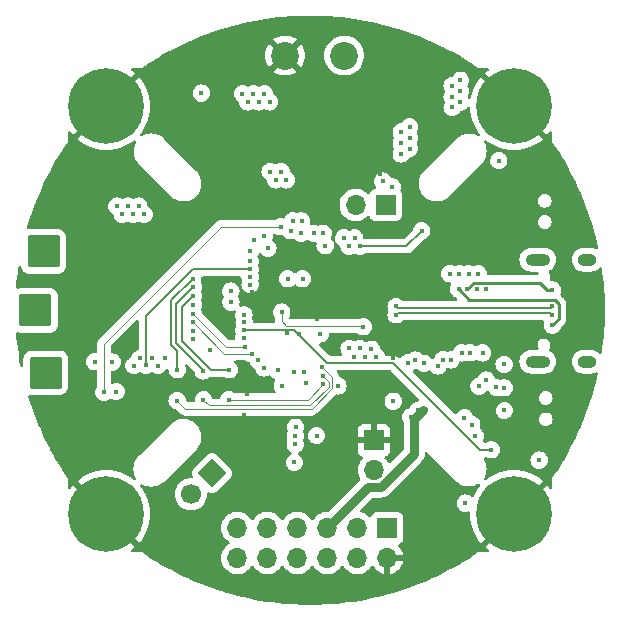
<source format=gbr>
%TF.GenerationSoftware,KiCad,Pcbnew,7.0.9*%
%TF.CreationDate,2024-02-12T03:50:36+01:00*%
%TF.ProjectId,MTR_Tiny_MD,4d54525f-5469-46e7-995f-4d442e6b6963,rev?*%
%TF.SameCoordinates,Original*%
%TF.FileFunction,Copper,L2,Inr*%
%TF.FilePolarity,Positive*%
%FSLAX46Y46*%
G04 Gerber Fmt 4.6, Leading zero omitted, Abs format (unit mm)*
G04 Created by KiCad (PCBNEW 7.0.9) date 2024-02-12 03:50:36*
%MOMM*%
%LPD*%
G01*
G04 APERTURE LIST*
G04 Aperture macros list*
%AMRoundRect*
0 Rectangle with rounded corners*
0 $1 Rounding radius*
0 $2 $3 $4 $5 $6 $7 $8 $9 X,Y pos of 4 corners*
0 Add a 4 corners polygon primitive as box body*
4,1,4,$2,$3,$4,$5,$6,$7,$8,$9,$2,$3,0*
0 Add four circle primitives for the rounded corners*
1,1,$1+$1,$2,$3*
1,1,$1+$1,$4,$5*
1,1,$1+$1,$6,$7*
1,1,$1+$1,$8,$9*
0 Add four rect primitives between the rounded corners*
20,1,$1+$1,$2,$3,$4,$5,0*
20,1,$1+$1,$4,$5,$6,$7,0*
20,1,$1+$1,$6,$7,$8,$9,0*
20,1,$1+$1,$8,$9,$2,$3,0*%
%AMHorizOval*
0 Thick line with rounded ends*
0 $1 width*
0 $2 $3 position (X,Y) of the first rounded end (center of the circle)*
0 $4 $5 position (X,Y) of the second rounded end (center of the circle)*
0 Add line between two ends*
20,1,$1,$2,$3,$4,$5,0*
0 Add two circle primitives to create the rounded ends*
1,1,$1,$2,$3*
1,1,$1,$4,$5*%
%AMRotRect*
0 Rectangle, with rotation*
0 The origin of the aperture is its center*
0 $1 length*
0 $2 width*
0 $3 Rotation angle, in degrees counterclockwise*
0 Add horizontal line*
21,1,$1,$2,0,0,$3*%
G04 Aperture macros list end*
%TA.AperFunction,ComponentPad*%
%ADD10R,1.700000X1.700000*%
%TD*%
%TA.AperFunction,ComponentPad*%
%ADD11O,1.700000X1.700000*%
%TD*%
%TA.AperFunction,ComponentPad*%
%ADD12RoundRect,0.165000X1.210000X-1.210000X1.210000X1.210000X-1.210000X1.210000X-1.210000X-1.210000X0*%
%TD*%
%TA.AperFunction,ComponentPad*%
%ADD13C,0.800000*%
%TD*%
%TA.AperFunction,ComponentPad*%
%ADD14C,6.400000*%
%TD*%
%TA.AperFunction,ComponentPad*%
%ADD15C,2.362200*%
%TD*%
%TA.AperFunction,ComponentPad*%
%ADD16O,2.100000X1.000000*%
%TD*%
%TA.AperFunction,ComponentPad*%
%ADD17O,1.600000X1.000000*%
%TD*%
%TA.AperFunction,ComponentPad*%
%ADD18RotRect,1.700000X1.700000X315.000000*%
%TD*%
%TA.AperFunction,ComponentPad*%
%ADD19HorizOval,1.700000X0.000000X0.000000X0.000000X0.000000X0*%
%TD*%
%TA.AperFunction,ViaPad*%
%ADD20C,0.450000*%
%TD*%
%TA.AperFunction,Conductor*%
%ADD21C,0.100000*%
%TD*%
%TA.AperFunction,Conductor*%
%ADD22C,0.200000*%
%TD*%
%TA.AperFunction,Conductor*%
%ADD23C,0.750000*%
%TD*%
%TA.AperFunction,Conductor*%
%ADD24C,0.228600*%
%TD*%
G04 APERTURE END LIST*
D10*
%TO.N,GND*%
%TO.C,J5*%
X110400000Y-111025000D03*
D11*
%TO.N,DOUT*%
X110400000Y-113565000D03*
%TD*%
D12*
%TO.N,OUTC*%
%TO.C,H12*%
X82620000Y-105310000D03*
%TD*%
D13*
%TO.N,GND*%
%TO.C,H1*%
X119850000Y-117250000D03*
X120552944Y-115552944D03*
X120552944Y-118947056D03*
X122250000Y-114850000D03*
D14*
X122250000Y-117250000D03*
D13*
X122250000Y-119650000D03*
X123947056Y-115552944D03*
X123947056Y-118947056D03*
X124650000Y-117250000D03*
%TD*%
%TO.N,GND*%
%TO.C,H3*%
X119850000Y-82750000D03*
X120552944Y-81052944D03*
X120552944Y-84447056D03*
X122250000Y-80350000D03*
D14*
X122250000Y-82750000D03*
D13*
X122250000Y-85150000D03*
X123947056Y-81052944D03*
X123947056Y-84447056D03*
X124650000Y-82750000D03*
%TD*%
%TO.N,GND*%
%TO.C,H8*%
X85350000Y-82750000D03*
X86052944Y-81052944D03*
X86052944Y-84447056D03*
X87750000Y-80350000D03*
D14*
X87750000Y-82750000D03*
D13*
X87750000Y-85150000D03*
X89447056Y-81052944D03*
X89447056Y-84447056D03*
X90150000Y-82750000D03*
%TD*%
%TO.N,GND*%
%TO.C,H9*%
X85350000Y-117250000D03*
X86052944Y-115552944D03*
X86052944Y-118947056D03*
X87750000Y-114850000D03*
D14*
X87750000Y-117250000D03*
D13*
X87750000Y-119650000D03*
X89447056Y-115552944D03*
X89447056Y-118947056D03*
X90150000Y-117250000D03*
%TD*%
D15*
%TO.N,/VM*%
%TO.C,J6*%
X107890000Y-78450000D03*
%TO.N,GND*%
X102890000Y-78450000D03*
%TD*%
D16*
%TO.N,unconnected-(J1-SHIELD-PadS1)*%
%TO.C,J1*%
X124280000Y-104370000D03*
D17*
X128460000Y-104370000D03*
D16*
X124280000Y-95730000D03*
D17*
X128460000Y-95730000D03*
%TD*%
D18*
%TO.N,SWD*%
%TO.C,J3*%
X96700000Y-113800000D03*
D19*
%TO.N,SWCLK*%
X94903949Y-115596051D03*
%TD*%
D10*
%TO.N,3V3_BUCK*%
%TO.C,J2*%
X111540000Y-118450000D03*
D11*
%TO.N,GND*%
X111540000Y-120990000D03*
%TO.N,GPIO23*%
X109000000Y-118450000D03*
%TO.N,GPIO21*%
X109000000Y-120990000D03*
%TO.N,+VBUS_OUT*%
X106460000Y-118450000D03*
%TO.N,GPIO20*%
X106460000Y-120990000D03*
%TO.N,GPIO25*%
X103920000Y-118450000D03*
%TO.N,GPIO2*%
X103920000Y-120990000D03*
%TO.N,GPIO24*%
X101380000Y-118450000D03*
%TO.N,GPIO3*%
X101380000Y-120990000D03*
%TO.N,GPIO22*%
X98840000Y-118450000D03*
%TO.N,GPIO9*%
X98840000Y-120990000D03*
%TD*%
D12*
%TO.N,OUTB*%
%TO.C,H11*%
X81740000Y-100030000D03*
%TD*%
%TO.N,OUTA*%
%TO.C,H10*%
X82440000Y-95030000D03*
%TD*%
D10*
%TO.N,UART_TX*%
%TO.C,J4*%
X111400000Y-91100000D03*
D11*
%TO.N,UART_RX*%
X108860000Y-91100000D03*
%TD*%
D20*
%TO.N,+1V1*%
X102600000Y-100175000D03*
X98300000Y-99325000D03*
X109507082Y-101412452D03*
%TO.N,3V3_BUCK*%
X108775000Y-93900000D03*
X103000000Y-88975000D03*
X109225000Y-94600000D03*
X112725000Y-85850000D03*
X109225000Y-103250000D03*
X108300000Y-103250000D03*
X121425000Y-106575000D03*
X110200000Y-103300000D03*
X112725000Y-86775000D03*
X104275000Y-92450000D03*
X121450000Y-108500000D03*
X114450000Y-93305000D03*
X110600000Y-103950000D03*
X108300000Y-94600000D03*
X113425000Y-84475000D03*
X95800000Y-81625000D03*
X103550000Y-92450000D03*
X88575000Y-106900000D03*
X103775000Y-109925000D03*
X113425000Y-86325000D03*
X98300000Y-98403750D03*
X103750000Y-110675000D03*
X119300469Y-106449000D03*
X120975000Y-87350000D03*
X113425000Y-85400000D03*
X103750000Y-111375000D03*
X104365000Y-97347100D03*
X103095000Y-97347100D03*
X102650000Y-106400000D03*
X101625000Y-88275000D03*
X108750000Y-103950000D03*
X109675000Y-103950000D03*
X102075000Y-88975000D03*
X102550000Y-88275000D03*
X107850000Y-93900000D03*
X112725000Y-84925000D03*
%TO.N,Current_A*%
X95050000Y-97350000D03*
X93750000Y-105050000D03*
%TO.N,Current_B*%
X95950000Y-105150000D03*
X95096127Y-98045630D03*
%TO.N,Current_C*%
X95091757Y-98791757D03*
X98150000Y-105050000D03*
%TO.N,VREF*%
X95100000Y-99550000D03*
X107349500Y-106425000D03*
X96545878Y-103354122D03*
%TO.N,DOUT*%
X103675000Y-112900000D03*
%TO.N,GPIO25*%
X105550000Y-110625000D03*
%TO.N,USB_D+*%
X125500000Y-99700000D03*
X112280000Y-99700000D03*
%TO.N,USB_D-*%
X125500000Y-100400000D03*
X112280000Y-100400000D03*
%TO.N,GPIO24*%
X104665322Y-106162026D03*
%TO.N,GPIO22*%
X103674500Y-105250000D03*
%TO.N,GPIO9*%
X101435523Y-94764477D03*
%TO.N,GPIO3*%
X106100000Y-93500000D03*
%TO.N,GPIO2*%
X106275500Y-94550000D03*
%TO.N,GPIO20*%
X101100000Y-104900000D03*
%TO.N,GPIO21*%
X102250000Y-105100000D03*
%TO.N,SWD*%
X99413337Y-101053153D03*
%TO.N,SWCLK*%
X99403721Y-100403722D03*
%TO.N,RUN*%
X118150000Y-116350000D03*
X120350000Y-111825000D03*
X99398827Y-101702494D03*
%TO.N,nFAULT*%
X102500000Y-92950000D03*
X87550000Y-106950000D03*
%TO.N,I2C_SDA*%
X105850000Y-102025000D03*
X105300000Y-93500000D03*
X119925000Y-98224500D03*
X111950000Y-89575000D03*
%TO.N,I2C_SCL*%
X119175000Y-98224500D03*
X111161833Y-89081555D03*
X104100000Y-102000000D03*
X104250000Y-93500000D03*
%TO.N,nSLEEP*%
X88250000Y-104400000D03*
X103360523Y-93289477D03*
%TO.N,DRVOFF*%
X101100000Y-93750000D03*
X86750000Y-104375000D03*
%TO.N,INLC*%
X92699000Y-104081112D03*
X100250000Y-94100000D03*
%TO.N,INHC*%
X92125000Y-104700000D03*
X99950000Y-95000000D03*
%TO.N,INLB*%
X91649500Y-104100000D03*
X99924500Y-95890475D03*
%TO.N,INHB*%
X91125000Y-104675000D03*
X99924500Y-96539978D03*
%TO.N,INLA*%
X99924500Y-97189481D03*
X90600000Y-104100000D03*
%TO.N,INHA*%
X99924500Y-97838984D03*
X90075000Y-104700000D03*
%TO.N,SPI_MISO*%
X95075000Y-102475000D03*
X99400004Y-102351995D03*
%TO.N,SPI_SS*%
X95100000Y-100300000D03*
X99450000Y-103100000D03*
%TO.N,SPI_SCK*%
X95100000Y-101050000D03*
X100050000Y-103700000D03*
%TO.N,SPI_MOSI*%
X100600000Y-104250000D03*
X95075000Y-101775000D03*
%TO.N,DIR_Pin*%
X103025000Y-101975000D03*
%TO.N,GPIO23*%
X104500000Y-105250000D03*
X124400000Y-112700000D03*
%TO.N,Net-(U1-GPIO26_ADC0)*%
X106024500Y-104850000D03*
X93750000Y-107675000D03*
%TO.N,Net-(U1-GPIO27_ADC1)*%
X106062250Y-105553151D03*
X95975000Y-107575000D03*
%TO.N,Net-(U1-GPIO28_ADC2)*%
X98125000Y-107600000D03*
X106100000Y-106300000D03*
%TO.N,+VBUS_OUT*%
X114105885Y-108505885D03*
X113524500Y-109075000D03*
X114225000Y-109075000D03*
X114796947Y-108505885D03*
%TO.N,VBUS_MIN*%
X115816207Y-104735585D03*
%TO.N,ISNK_FINE*%
X119603575Y-103625500D03*
X119000000Y-110675000D03*
%TO.N,ALIM*%
X99275000Y-81675000D03*
X99725000Y-82375000D03*
X89100000Y-91900000D03*
X101575000Y-82375000D03*
X101125000Y-81675000D03*
X88650000Y-91200000D03*
X100200000Y-81675000D03*
X100650000Y-82375000D03*
X117725000Y-81475000D03*
X117725000Y-82400000D03*
X90025000Y-91900000D03*
X117025000Y-81925000D03*
X89575000Y-91200000D03*
X117025000Y-81000000D03*
X120775709Y-106558511D03*
X90950000Y-91900000D03*
X117025000Y-82850000D03*
X90500000Y-91200000D03*
X117725000Y-80550000D03*
%TO.N,+VBUS_FET_EN*%
X116927796Y-104214207D03*
X119925500Y-105924500D03*
%TO.N,GATE*%
X118686622Y-109711622D03*
X113908148Y-104246945D03*
%TO.N,SAFE_PWR_EN*%
X117825000Y-103625500D03*
%TO.N,SOURCE*%
X112050000Y-107725000D03*
X114625000Y-104500000D03*
%TO.N,/CC1*%
X117575081Y-98224500D03*
X125525000Y-101300000D03*
%TO.N,/CC2*%
X118302241Y-98224500D03*
X125525000Y-98300000D03*
%TO.N,GND*%
X84600000Y-98425000D03*
X103725000Y-90025000D03*
X104650000Y-90025000D03*
X97450000Y-85325000D03*
X110675000Y-107725000D03*
X84725000Y-91875000D03*
X115965500Y-107124500D03*
X96750000Y-84850000D03*
X92325000Y-93450000D03*
X108400000Y-83400000D03*
X105550000Y-98900000D03*
X99423819Y-108849500D03*
X113000000Y-97700000D03*
X104325000Y-99475000D03*
X96750000Y-86700000D03*
X107950000Y-82700000D03*
X100150000Y-109550000D03*
X89534311Y-104075626D03*
X112050000Y-104050000D03*
X84600000Y-99075000D03*
X108875000Y-82700000D03*
X105550000Y-100750000D03*
X84650000Y-101050000D03*
X85650000Y-91875000D03*
X110925000Y-88450000D03*
X84525000Y-101675000D03*
X105575000Y-90025000D03*
X106875000Y-97350000D03*
X83875000Y-101675000D03*
X96750000Y-85775000D03*
X100053721Y-98475500D03*
X105550000Y-99825000D03*
X90825000Y-93449500D03*
X83800000Y-91875000D03*
X92594990Y-96369990D03*
X97450000Y-84400000D03*
X83350000Y-91175000D03*
X84275000Y-91175000D03*
X110250000Y-83400000D03*
X85200000Y-91175000D03*
X104325000Y-98550000D03*
X115075000Y-98175000D03*
X104325000Y-100400000D03*
X109800000Y-82700000D03*
X91575000Y-93450000D03*
X114500000Y-92375000D03*
X84000000Y-101050000D03*
X99625000Y-107125500D03*
X83975000Y-98950000D03*
X83975000Y-98300000D03*
X121450000Y-109775000D03*
X91491622Y-96366622D03*
X97450000Y-86250000D03*
X109325000Y-83400000D03*
%TO.N,ISNK_COARSE*%
X121425000Y-104600000D03*
X118544319Y-103614638D03*
%TO.N,VBUS_MAX*%
X116278490Y-104198242D03*
%TO.N,+VBUS*%
X118425000Y-96924500D03*
X117650000Y-96924500D03*
X119250000Y-96925000D03*
X116825000Y-96924000D03*
%TO.N,DRAIN_1*%
X118075000Y-109100000D03*
X113300000Y-104475000D03*
%TD*%
D21*
%TO.N,+1V1*%
X103002494Y-101352494D02*
X109447124Y-101352494D01*
X102600000Y-100950000D02*
X103002494Y-101352494D01*
X102600000Y-100175000D02*
X102600000Y-100950000D01*
X109447124Y-101352494D02*
X109507082Y-101412452D01*
D22*
%TO.N,3V3_BUCK*%
X113155000Y-94600000D02*
X114450000Y-93305000D01*
X109225000Y-94600000D02*
X113155000Y-94600000D01*
%TO.N,Current_A*%
X95050000Y-97350000D02*
X95049294Y-97350000D01*
X93750000Y-103475000D02*
X93750000Y-105050000D01*
X93225000Y-99174294D02*
X93225000Y-102950000D01*
X95049294Y-97350000D02*
X93225000Y-99174294D01*
X93225000Y-102950000D02*
X93750000Y-103475000D01*
%TO.N,Current_B*%
X93625000Y-99516051D02*
X93625000Y-102750000D01*
X95095421Y-98045630D02*
X93625000Y-99516051D01*
X93625000Y-102750000D02*
X95950000Y-105075000D01*
X95950000Y-105075000D02*
X95950000Y-105150000D01*
X95096127Y-98045630D02*
X95095421Y-98045630D01*
%TO.N,Current_C*%
X96592463Y-105050000D02*
X98150000Y-105050000D01*
X95091757Y-98791757D02*
X94125000Y-99758514D01*
X94125000Y-102582537D02*
X96592463Y-105050000D01*
X94125000Y-99758514D02*
X94125000Y-102582537D01*
%TO.N,USB_D+*%
X112280000Y-99700000D02*
X112404999Y-99824999D01*
X125375001Y-99824999D02*
X125500000Y-99700000D01*
X112404999Y-99824999D02*
X125375001Y-99824999D01*
%TO.N,USB_D-*%
X112404999Y-100275001D02*
X112280000Y-100400000D01*
X125375001Y-100275001D02*
X112404999Y-100275001D01*
X125500000Y-100400000D02*
X125375001Y-100275001D01*
%TO.N,RUN*%
X103652494Y-101702494D02*
X99398827Y-101702494D01*
X120350000Y-111825000D02*
X119407537Y-111825000D01*
X106425000Y-104475000D02*
X103652494Y-101702494D01*
X119407537Y-111825000D02*
X112057537Y-104475000D01*
X112057537Y-104475000D02*
X106425000Y-104475000D01*
D21*
%TO.N,nFAULT*%
X87550000Y-102846752D02*
X87550000Y-106950000D01*
X97446752Y-92950000D02*
X87550000Y-102846752D01*
X102500000Y-92950000D02*
X97446752Y-92950000D01*
D22*
%TO.N,INHB*%
X95117559Y-96539978D02*
X99924500Y-96539978D01*
X91125000Y-104675000D02*
X91125000Y-100532537D01*
X91125000Y-100532537D02*
X95117559Y-96539978D01*
D21*
%TO.N,SPI_SS*%
X97900000Y-103100000D02*
X95100000Y-100300000D01*
X99450000Y-103100000D02*
X97900000Y-103100000D01*
%TO.N,SPI_SCK*%
X100050000Y-103700000D02*
X97750000Y-103700000D01*
X97750000Y-103700000D02*
X95100000Y-101050000D01*
%TO.N,Net-(U1-GPIO26_ADC0)*%
X94450000Y-108375000D02*
X93750000Y-107675000D01*
X106030851Y-104850000D02*
X106875000Y-105694149D01*
X106875000Y-105694149D02*
X106875000Y-106624264D01*
X105124264Y-108375000D02*
X94450000Y-108375000D01*
X106024500Y-104850000D02*
X106030851Y-104850000D01*
X106875000Y-106624264D02*
X105124264Y-108375000D01*
%TO.N,Net-(U1-GPIO27_ADC1)*%
X106575000Y-106065901D02*
X106575000Y-106500000D01*
X105000000Y-108075000D02*
X96475000Y-108075000D01*
X106575000Y-106500000D02*
X105000000Y-108075000D01*
X96475000Y-108075000D02*
X95975000Y-107575000D01*
X106062250Y-105553151D02*
X106575000Y-106065901D01*
%TO.N,Net-(U1-GPIO28_ADC2)*%
X104800000Y-107600000D02*
X98125000Y-107600000D01*
X106100000Y-106300000D02*
X104800000Y-107600000D01*
D23*
%TO.N,+VBUS_OUT*%
X109920000Y-114990000D02*
X110990255Y-114990000D01*
X113825000Y-109225000D02*
X114550000Y-108500000D01*
X113825000Y-112155255D02*
X113825000Y-109225000D01*
X106460000Y-118450000D02*
X109920000Y-114990000D01*
X110990255Y-114990000D02*
X113825000Y-112155255D01*
D24*
%TO.N,/CC1*%
X117575081Y-98260026D02*
X118475755Y-99160700D01*
X126039300Y-99464300D02*
X126039300Y-100785700D01*
X117575081Y-98224500D02*
X117575081Y-98260026D01*
X126039300Y-100785700D02*
X125525000Y-101300000D01*
X118475755Y-99160700D02*
X125735700Y-99160700D01*
X125735700Y-99160700D02*
X126039300Y-99464300D01*
%TO.N,/CC2*%
X118302241Y-98224500D02*
X118841541Y-97685200D01*
X118841541Y-97685200D02*
X124431093Y-97685200D01*
X124431093Y-97685200D02*
X125045893Y-98300000D01*
X125045893Y-98300000D02*
X125525000Y-98300000D01*
%TD*%
%TA.AperFunction,Conductor*%
%TO.N,GND*%
G36*
X105731344Y-75092763D02*
G01*
X106253709Y-75113054D01*
X106722801Y-75141317D01*
X107244218Y-75181886D01*
X107597524Y-75217441D01*
X107711451Y-75228906D01*
X108231275Y-75289726D01*
X108695656Y-75355363D01*
X109213410Y-75436422D01*
X109642886Y-75514811D01*
X109674061Y-75520501D01*
X110188973Y-75621731D01*
X110644886Y-75723994D01*
X111156528Y-75845382D01*
X111605685Y-75965238D01*
X111606662Y-75965499D01*
X112114559Y-76107031D01*
X112557759Y-76244561D01*
X112970941Y-76377186D01*
X113061528Y-76406263D01*
X113496370Y-76560574D01*
X113996059Y-76742645D01*
X114420953Y-76912908D01*
X114916548Y-77115608D01*
X115182106Y-77234595D01*
X115329458Y-77300618D01*
X115821675Y-77524613D01*
X116161279Y-77693446D01*
X116219196Y-77722240D01*
X116709980Y-77969010D01*
X117085388Y-78174818D01*
X117580078Y-78448105D01*
X117843908Y-78606826D01*
X117915598Y-78649955D01*
X118411188Y-78949416D01*
X118430641Y-78961170D01*
X118603493Y-79074842D01*
X119238448Y-79492992D01*
X119238845Y-79493253D01*
X119249253Y-79501728D01*
X119262699Y-79500500D01*
X120020243Y-79500500D01*
X120088364Y-79520502D01*
X120134857Y-79574158D01*
X120144961Y-79644432D01*
X120115467Y-79709012D01*
X120088867Y-79732173D01*
X120067502Y-79746047D01*
X119812086Y-79952877D01*
X120729354Y-80870145D01*
X120650489Y-80817449D01*
X120577568Y-80802944D01*
X120528320Y-80802944D01*
X120455399Y-80817449D01*
X120372704Y-80872704D01*
X120317449Y-80955399D01*
X120298046Y-81052944D01*
X120317449Y-81150489D01*
X120370145Y-81229354D01*
X119452877Y-80312086D01*
X119246047Y-80567502D01*
X119034371Y-80893455D01*
X118857923Y-81239752D01*
X118857919Y-81239760D01*
X118718644Y-81602585D01*
X118618050Y-81978006D01*
X118618048Y-81978017D01*
X118611797Y-82017482D01*
X118581384Y-82081634D01*
X118521115Y-82119160D01*
X118450126Y-82118145D01*
X118390955Y-82078912D01*
X118380664Y-82064809D01*
X118342791Y-82004534D01*
X118323487Y-81936214D01*
X118342793Y-81870464D01*
X118362404Y-81839252D01*
X118390042Y-81795267D01*
X118444634Y-81639252D01*
X118463141Y-81475000D01*
X118444634Y-81310748D01*
X118390042Y-81154733D01*
X118342793Y-81079536D01*
X118323487Y-81011215D01*
X118342793Y-80945464D01*
X118375472Y-80893455D01*
X118390042Y-80870267D01*
X118444634Y-80714252D01*
X118463141Y-80550000D01*
X118444634Y-80385748D01*
X118390042Y-80229733D01*
X118352359Y-80169760D01*
X118302102Y-80089776D01*
X118185223Y-79972897D01*
X118045269Y-79884959D01*
X118045267Y-79884958D01*
X117889252Y-79830366D01*
X117725000Y-79811859D01*
X117560748Y-79830366D01*
X117560745Y-79830366D01*
X117560745Y-79830367D01*
X117404732Y-79884958D01*
X117404730Y-79884959D01*
X117264776Y-79972897D01*
X117147899Y-80089774D01*
X117147897Y-80089777D01*
X117073179Y-80208690D01*
X117020000Y-80255728D01*
X116980601Y-80266861D01*
X116860748Y-80280366D01*
X116860745Y-80280366D01*
X116860745Y-80280367D01*
X116704732Y-80334958D01*
X116704730Y-80334959D01*
X116564776Y-80422897D01*
X116447897Y-80539776D01*
X116359959Y-80679730D01*
X116359958Y-80679732D01*
X116305367Y-80835745D01*
X116305366Y-80835748D01*
X116286859Y-81000000D01*
X116305366Y-81164252D01*
X116348821Y-81288439D01*
X116359958Y-81320267D01*
X116407207Y-81395465D01*
X116426512Y-81463786D01*
X116407207Y-81529535D01*
X116359958Y-81604732D01*
X116309127Y-81750000D01*
X116305366Y-81760748D01*
X116286859Y-81925000D01*
X116305366Y-82089252D01*
X116321452Y-82135223D01*
X116359958Y-82245267D01*
X116407207Y-82320465D01*
X116426512Y-82388786D01*
X116407207Y-82454535D01*
X116359958Y-82529732D01*
X116359958Y-82529733D01*
X116305366Y-82685748D01*
X116286859Y-82850000D01*
X116305366Y-83014252D01*
X116339969Y-83113141D01*
X116359958Y-83170267D01*
X116359959Y-83170269D01*
X116447897Y-83310223D01*
X116564776Y-83427102D01*
X116646785Y-83478631D01*
X116704733Y-83515042D01*
X116860748Y-83569634D01*
X117025000Y-83588141D01*
X117189252Y-83569634D01*
X117345267Y-83515042D01*
X117485223Y-83427102D01*
X117602102Y-83310223D01*
X117676822Y-83191306D01*
X117729996Y-83144272D01*
X117769390Y-83133139D01*
X117889252Y-83119634D01*
X118045267Y-83065042D01*
X118185223Y-82977102D01*
X118302102Y-82860223D01*
X118312475Y-82843713D01*
X118365651Y-82796677D01*
X118435818Y-82785856D01*
X118500697Y-82814687D01*
X118539689Y-82874018D01*
X118544989Y-82904155D01*
X118557250Y-83138115D01*
X118618051Y-83521995D01*
X118718644Y-83897414D01*
X118857919Y-84260239D01*
X118857923Y-84260247D01*
X119034365Y-84606535D01*
X119034369Y-84606541D01*
X119246049Y-84932501D01*
X119364589Y-85078884D01*
X119391915Y-85144412D01*
X119379475Y-85214310D01*
X119331221Y-85266387D01*
X119262472Y-85284109D01*
X119201011Y-85265720D01*
X119123821Y-85218592D01*
X119123820Y-85218591D01*
X118910821Y-85129855D01*
X118686742Y-85074704D01*
X118686736Y-85074703D01*
X118456889Y-85054443D01*
X118226627Y-85069544D01*
X118226625Y-85069544D01*
X118001377Y-85119654D01*
X117923671Y-85150000D01*
X117786434Y-85203594D01*
X117786432Y-85203594D01*
X117786432Y-85203595D01*
X117786423Y-85203599D01*
X117586847Y-85319389D01*
X117586833Y-85319399D01*
X117407284Y-85464334D01*
X117330670Y-85548518D01*
X117328543Y-85550743D01*
X115201054Y-87670267D01*
X114659621Y-88209673D01*
X114573921Y-88293110D01*
X114430829Y-88484900D01*
X114430824Y-88484908D01*
X114319795Y-88696875D01*
X114319793Y-88696880D01*
X114243610Y-88923716D01*
X114243609Y-88923720D01*
X114204178Y-89159747D01*
X114203024Y-89323778D01*
X114202494Y-89399035D01*
X114238596Y-89635591D01*
X114311580Y-89863484D01*
X114387847Y-90014215D01*
X114419619Y-90077006D01*
X114419620Y-90077009D01*
X114509701Y-90201362D01*
X114559998Y-90270795D01*
X114729205Y-90440002D01*
X114784928Y-90480367D01*
X114922990Y-90580379D01*
X114922992Y-90580379D01*
X114922997Y-90580383D01*
X115136516Y-90688420D01*
X115364409Y-90761404D01*
X115600965Y-90797506D01*
X115840254Y-90795821D01*
X116076279Y-90756391D01*
X116095308Y-90750000D01*
X124294534Y-90750000D01*
X124314312Y-90900234D01*
X124372301Y-91040231D01*
X124372306Y-91040239D01*
X124464548Y-91160451D01*
X124584760Y-91252693D01*
X124584767Y-91252698D01*
X124724764Y-91310687D01*
X124837280Y-91325500D01*
X124837287Y-91325500D01*
X124912713Y-91325500D01*
X124912720Y-91325500D01*
X125025236Y-91310687D01*
X125165233Y-91252698D01*
X125285451Y-91160451D01*
X125377698Y-91040233D01*
X125435687Y-90900236D01*
X125455466Y-90750000D01*
X125435687Y-90599764D01*
X125377698Y-90459767D01*
X125377693Y-90459760D01*
X125285451Y-90339548D01*
X125165239Y-90247306D01*
X125165231Y-90247301D01*
X125025234Y-90189312D01*
X124912722Y-90174500D01*
X124912720Y-90174500D01*
X124837280Y-90174500D01*
X124837277Y-90174500D01*
X124724765Y-90189312D01*
X124584768Y-90247301D01*
X124584760Y-90247306D01*
X124464548Y-90339548D01*
X124372306Y-90459760D01*
X124372301Y-90459768D01*
X124314312Y-90599765D01*
X124294534Y-90749999D01*
X124294534Y-90750000D01*
X116095308Y-90750000D01*
X116303122Y-90680205D01*
X116515098Y-90569172D01*
X116706893Y-90426075D01*
X116790325Y-90340379D01*
X119466096Y-87655822D01*
X119550305Y-87576960D01*
X119692665Y-87395354D01*
X119718120Y-87350000D01*
X120236859Y-87350000D01*
X120255366Y-87514252D01*
X120306487Y-87660347D01*
X120309958Y-87670267D01*
X120309959Y-87670269D01*
X120397897Y-87810223D01*
X120514776Y-87927102D01*
X120633081Y-88001437D01*
X120654733Y-88015042D01*
X120810748Y-88069634D01*
X120975000Y-88088141D01*
X121139252Y-88069634D01*
X121295267Y-88015042D01*
X121435223Y-87927102D01*
X121552102Y-87810223D01*
X121640042Y-87670267D01*
X121694634Y-87514252D01*
X121713141Y-87350000D01*
X121694634Y-87185748D01*
X121640042Y-87029733D01*
X121606431Y-86976241D01*
X121552102Y-86889776D01*
X121435223Y-86772897D01*
X121295269Y-86684959D01*
X121295267Y-86684958D01*
X121181842Y-86645269D01*
X121139252Y-86630366D01*
X120975000Y-86611859D01*
X120810748Y-86630366D01*
X120810745Y-86630366D01*
X120810745Y-86630367D01*
X120654732Y-86684958D01*
X120654730Y-86684959D01*
X120514776Y-86772897D01*
X120397897Y-86889776D01*
X120309959Y-87029730D01*
X120309958Y-87029732D01*
X120287026Y-87095269D01*
X120255366Y-87185748D01*
X120236859Y-87350000D01*
X119718120Y-87350000D01*
X119805602Y-87194127D01*
X119867110Y-87029730D01*
X119886461Y-86978011D01*
X119886463Y-86978005D01*
X119902215Y-86902102D01*
X119933351Y-86752066D01*
X119945162Y-86521615D01*
X119921619Y-86292066D01*
X119921618Y-86292064D01*
X119921618Y-86292060D01*
X119863279Y-86068818D01*
X119863279Y-86068816D01*
X119863277Y-86068813D01*
X119863277Y-86068810D01*
X119771504Y-85857091D01*
X119736485Y-85801535D01*
X119717082Y-85733244D01*
X119737680Y-85665301D01*
X119791742Y-85619281D01*
X119862102Y-85609794D01*
X119922371Y-85636429D01*
X120067491Y-85753944D01*
X120067496Y-85753948D01*
X120393458Y-85965630D01*
X120393464Y-85965634D01*
X120739752Y-86142076D01*
X120739760Y-86142080D01*
X121102585Y-86281355D01*
X121478004Y-86381948D01*
X121861885Y-86442749D01*
X122249994Y-86463089D01*
X122250006Y-86463089D01*
X122638114Y-86442749D01*
X123021995Y-86381948D01*
X123397414Y-86281355D01*
X123760239Y-86142080D01*
X123760247Y-86142076D01*
X124106535Y-85965634D01*
X124106541Y-85965630D01*
X124432501Y-85753950D01*
X124687912Y-85547121D01*
X123770645Y-84629854D01*
X123849511Y-84682551D01*
X123922432Y-84697056D01*
X123971680Y-84697056D01*
X124044601Y-84682551D01*
X124127296Y-84627296D01*
X124182551Y-84544601D01*
X124201954Y-84447056D01*
X124182551Y-84349511D01*
X124129854Y-84270645D01*
X125047121Y-85187912D01*
X125253952Y-84932498D01*
X125253954Y-84932495D01*
X125267827Y-84911133D01*
X125321702Y-84864895D01*
X125392023Y-84855125D01*
X125456464Y-84884924D01*
X125494563Y-84944832D01*
X125499500Y-84979756D01*
X125499500Y-85737597D01*
X125498331Y-85750764D01*
X125506707Y-85760967D01*
X125924369Y-86387667D01*
X126044029Y-86567472D01*
X126356722Y-87079024D01*
X126562034Y-87416389D01*
X126837003Y-87908581D01*
X127045823Y-88285249D01*
X127294423Y-88774314D01*
X127494612Y-89172639D01*
X127720387Y-89663516D01*
X127907711Y-90077183D01*
X128112091Y-90571718D01*
X128284451Y-90997414D01*
X128300213Y-91040233D01*
X128468077Y-91496259D01*
X128624257Y-91931919D01*
X128787408Y-92435142D01*
X128926570Y-92879153D01*
X129069387Y-93386629D01*
X129190929Y-93837657D01*
X129313431Y-94348994D01*
X129371412Y-94604997D01*
X129389939Y-94686796D01*
X129385478Y-94757652D01*
X129343418Y-94814848D01*
X129277111Y-94840226D01*
X129207655Y-94825750D01*
X129147804Y-94793759D01*
X128957694Y-94736090D01*
X128809553Y-94721500D01*
X128809547Y-94721500D01*
X128110453Y-94721500D01*
X128110446Y-94721500D01*
X127962305Y-94736090D01*
X127772195Y-94793759D01*
X127596995Y-94887405D01*
X127443432Y-95013432D01*
X127317405Y-95166995D01*
X127223759Y-95342195D01*
X127166090Y-95532305D01*
X127146620Y-95729996D01*
X127146620Y-95730003D01*
X127166090Y-95927694D01*
X127166091Y-95927700D01*
X127166092Y-95927701D01*
X127223759Y-96117804D01*
X127317405Y-96293004D01*
X127443432Y-96446568D01*
X127596996Y-96572595D01*
X127772196Y-96666241D01*
X127962299Y-96723908D01*
X127962303Y-96723908D01*
X127962305Y-96723909D01*
X128046513Y-96732202D01*
X128110453Y-96738500D01*
X128110462Y-96738500D01*
X128809538Y-96738500D01*
X128809547Y-96738500D01*
X128893761Y-96730205D01*
X128957694Y-96723909D01*
X128957695Y-96723908D01*
X128957701Y-96723908D01*
X129147804Y-96666241D01*
X129323004Y-96572595D01*
X129476568Y-96446568D01*
X129491101Y-96428858D01*
X129549778Y-96388890D01*
X129620749Y-96386989D01*
X129681482Y-96423759D01*
X129712694Y-96487527D01*
X129713238Y-96490993D01*
X129752390Y-96765373D01*
X129813779Y-97285113D01*
X129861361Y-97753494D01*
X129902311Y-98274876D01*
X129930910Y-98745111D01*
X129951393Y-99267496D01*
X129960934Y-99738630D01*
X129960934Y-100261369D01*
X129951393Y-100732503D01*
X129930910Y-101254888D01*
X129902311Y-101725123D01*
X129861361Y-102246505D01*
X129813779Y-102714886D01*
X129752390Y-103234626D01*
X129701081Y-103594194D01*
X129671657Y-103658806D01*
X129611972Y-103697253D01*
X129540975Y-103697329D01*
X129481208Y-103659009D01*
X129478949Y-103656333D01*
X129476568Y-103653432D01*
X129323004Y-103527405D01*
X129147804Y-103433759D01*
X129144198Y-103432665D01*
X128957701Y-103376092D01*
X128957700Y-103376091D01*
X128957694Y-103376090D01*
X128809553Y-103361500D01*
X128809547Y-103361500D01*
X128110453Y-103361500D01*
X128110446Y-103361500D01*
X127962305Y-103376090D01*
X127772195Y-103433759D01*
X127596995Y-103527405D01*
X127443432Y-103653432D01*
X127317405Y-103806995D01*
X127223759Y-103982195D01*
X127166090Y-104172305D01*
X127146620Y-104369996D01*
X127146620Y-104370003D01*
X127166090Y-104567694D01*
X127166091Y-104567700D01*
X127166092Y-104567701D01*
X127223759Y-104757804D01*
X127317405Y-104933004D01*
X127443432Y-105086568D01*
X127596996Y-105212595D01*
X127772196Y-105306241D01*
X127962299Y-105363908D01*
X127962303Y-105363908D01*
X127962305Y-105363909D01*
X128046513Y-105372202D01*
X128110453Y-105378500D01*
X128110462Y-105378500D01*
X128809538Y-105378500D01*
X128809547Y-105378500D01*
X128902367Y-105369358D01*
X128957694Y-105363909D01*
X128957695Y-105363908D01*
X128957701Y-105363908D01*
X129147804Y-105306241D01*
X129181886Y-105288023D01*
X129251390Y-105273551D01*
X129317686Y-105298953D01*
X129359725Y-105356166D01*
X129364170Y-105426977D01*
X129313431Y-105651005D01*
X129190929Y-106162342D01*
X129069387Y-106613370D01*
X128926570Y-107120846D01*
X128787408Y-107564857D01*
X128624257Y-108068080D01*
X128468077Y-108503740D01*
X128284453Y-109002581D01*
X128112091Y-109428281D01*
X127907711Y-109922816D01*
X127720387Y-110336483D01*
X127494612Y-110827360D01*
X127294423Y-111225685D01*
X127045823Y-111714750D01*
X126837003Y-112091418D01*
X126562034Y-112583610D01*
X126356722Y-112920975D01*
X126044029Y-113432527D01*
X125924471Y-113612178D01*
X125506459Y-114239404D01*
X125498317Y-114249392D01*
X125499500Y-114262538D01*
X125499500Y-115020241D01*
X125479498Y-115088362D01*
X125425842Y-115134855D01*
X125355568Y-115144959D01*
X125290988Y-115115465D01*
X125267829Y-115088867D01*
X125253964Y-115067518D01*
X125253945Y-115067491D01*
X125047122Y-114812087D01*
X125047121Y-114812086D01*
X124129857Y-115729350D01*
X124182551Y-115650489D01*
X124201954Y-115552944D01*
X124182551Y-115455399D01*
X124127296Y-115372704D01*
X124044601Y-115317449D01*
X123971680Y-115302944D01*
X123922432Y-115302944D01*
X123849511Y-115317449D01*
X123770640Y-115370148D01*
X124687912Y-114452877D01*
X124687911Y-114452876D01*
X124432508Y-114246054D01*
X124432491Y-114246042D01*
X124106541Y-114034369D01*
X124106535Y-114034365D01*
X123760247Y-113857923D01*
X123760239Y-113857919D01*
X123397414Y-113718644D01*
X123021995Y-113618051D01*
X122638114Y-113557250D01*
X122250006Y-113536911D01*
X122249994Y-113536911D01*
X121861885Y-113557250D01*
X121478004Y-113618051D01*
X121102585Y-113718644D01*
X120739760Y-113857919D01*
X120739752Y-113857923D01*
X120393455Y-114034371D01*
X120067508Y-114246042D01*
X120067503Y-114246046D01*
X119909067Y-114374344D01*
X119843539Y-114401669D01*
X119773641Y-114389229D01*
X119721564Y-114340974D01*
X119703843Y-114272225D01*
X119722750Y-114209926D01*
X119776315Y-114123719D01*
X119867045Y-113910132D01*
X119923876Y-113685140D01*
X119945458Y-113454086D01*
X119931279Y-113222461D01*
X119881674Y-112995765D01*
X119876226Y-112981707D01*
X119830711Y-112864252D01*
X119797824Y-112779385D01*
X119751951Y-112700000D01*
X123661859Y-112700000D01*
X123680366Y-112864252D01*
X123698547Y-112916209D01*
X123734958Y-113020267D01*
X123734959Y-113020269D01*
X123822897Y-113160223D01*
X123939776Y-113277102D01*
X124058081Y-113351437D01*
X124079733Y-113365042D01*
X124235748Y-113419634D01*
X124400000Y-113438141D01*
X124564252Y-113419634D01*
X124720267Y-113365042D01*
X124860223Y-113277102D01*
X124977102Y-113160223D01*
X125065042Y-113020267D01*
X125119634Y-112864252D01*
X125138141Y-112700000D01*
X125119634Y-112535748D01*
X125065042Y-112379733D01*
X125025473Y-112316759D01*
X124977102Y-112239776D01*
X124860223Y-112122897D01*
X124720269Y-112034959D01*
X124720267Y-112034958D01*
X124564252Y-111980366D01*
X124400000Y-111961859D01*
X124235748Y-111980366D01*
X124235745Y-111980366D01*
X124235745Y-111980367D01*
X124079732Y-112034958D01*
X124079730Y-112034959D01*
X123939776Y-112122897D01*
X123822897Y-112239776D01*
X123734959Y-112379730D01*
X123734958Y-112379732D01*
X123687071Y-112516585D01*
X123680366Y-112535748D01*
X123661859Y-112700000D01*
X119751951Y-112700000D01*
X119732197Y-112665815D01*
X119707191Y-112622541D01*
X119690426Y-112553552D01*
X119713622Y-112486452D01*
X119769412Y-112442543D01*
X119816286Y-112433500D01*
X119903447Y-112433500D01*
X119970483Y-112452813D01*
X120029733Y-112490042D01*
X120185748Y-112544634D01*
X120350000Y-112563141D01*
X120514252Y-112544634D01*
X120670267Y-112490042D01*
X120810223Y-112402102D01*
X120927102Y-112285223D01*
X121015042Y-112145267D01*
X121069634Y-111989252D01*
X121088141Y-111825000D01*
X121069634Y-111660748D01*
X121015042Y-111504733D01*
X120933526Y-111375000D01*
X120927102Y-111364776D01*
X120810223Y-111247897D01*
X120670269Y-111159959D01*
X120670267Y-111159958D01*
X120597458Y-111134481D01*
X120514252Y-111105366D01*
X120350000Y-111086859D01*
X120185748Y-111105366D01*
X120185745Y-111105366D01*
X120185745Y-111105367D01*
X120029732Y-111159958D01*
X120029730Y-111159959D01*
X119970483Y-111197187D01*
X119903447Y-111216500D01*
X119754012Y-111216500D01*
X119685891Y-111196498D01*
X119639398Y-111142842D01*
X119629294Y-111072568D01*
X119647325Y-111023463D01*
X119665042Y-110995267D01*
X119719634Y-110839252D01*
X119738141Y-110675000D01*
X119719634Y-110510748D01*
X119665042Y-110354733D01*
X119633625Y-110304733D01*
X119577102Y-110214776D01*
X119460226Y-110097900D01*
X119437374Y-110083541D01*
X119390337Y-110030362D01*
X119379517Y-109960195D01*
X119385480Y-109935244D01*
X119406256Y-109875874D01*
X119424763Y-109711622D01*
X119406256Y-109547370D01*
X119351664Y-109391355D01*
X119269103Y-109259959D01*
X119263724Y-109251398D01*
X119262326Y-109250000D01*
X124369534Y-109250000D01*
X124389312Y-109400234D01*
X124447301Y-109540231D01*
X124447306Y-109540239D01*
X124539548Y-109660451D01*
X124659760Y-109752693D01*
X124659767Y-109752698D01*
X124799764Y-109810687D01*
X124912280Y-109825500D01*
X124912287Y-109825500D01*
X124987713Y-109825500D01*
X124987720Y-109825500D01*
X125100236Y-109810687D01*
X125240233Y-109752698D01*
X125360451Y-109660451D01*
X125452698Y-109540233D01*
X125510687Y-109400236D01*
X125530466Y-109250000D01*
X125510687Y-109099764D01*
X125452698Y-108959767D01*
X125449863Y-108956072D01*
X125360451Y-108839548D01*
X125240239Y-108747306D01*
X125240231Y-108747301D01*
X125100234Y-108689312D01*
X124987722Y-108674500D01*
X124987720Y-108674500D01*
X124912280Y-108674500D01*
X124912277Y-108674500D01*
X124799765Y-108689312D01*
X124659768Y-108747301D01*
X124659760Y-108747306D01*
X124539548Y-108839548D01*
X124447306Y-108959760D01*
X124447301Y-108959768D01*
X124389312Y-109099765D01*
X124369534Y-109249999D01*
X124369534Y-109250000D01*
X119262326Y-109250000D01*
X119146845Y-109134519D01*
X119006891Y-109046581D01*
X119006889Y-109046580D01*
X118866485Y-108997450D01*
X118808793Y-108956072D01*
X118789171Y-108920136D01*
X118781930Y-108899442D01*
X118740042Y-108779733D01*
X118726437Y-108758081D01*
X118652102Y-108639776D01*
X118535223Y-108522897D01*
X118498782Y-108500000D01*
X120711859Y-108500000D01*
X120730366Y-108664252D01*
X120774426Y-108790169D01*
X120784958Y-108820267D01*
X120784959Y-108820269D01*
X120872897Y-108960223D01*
X120989776Y-109077102D01*
X121081156Y-109134519D01*
X121129733Y-109165042D01*
X121285748Y-109219634D01*
X121450000Y-109238141D01*
X121614252Y-109219634D01*
X121770267Y-109165042D01*
X121910223Y-109077102D01*
X122027102Y-108960223D01*
X122115042Y-108820267D01*
X122169634Y-108664252D01*
X122188141Y-108500000D01*
X122169634Y-108335748D01*
X122115042Y-108179733D01*
X122030800Y-108045662D01*
X122027102Y-108039776D01*
X121910223Y-107922897D01*
X121770269Y-107834959D01*
X121770267Y-107834958D01*
X121666167Y-107798532D01*
X121614252Y-107780366D01*
X121450000Y-107761859D01*
X121285748Y-107780366D01*
X121285745Y-107780366D01*
X121285745Y-107780367D01*
X121129732Y-107834958D01*
X121129730Y-107834959D01*
X120989776Y-107922897D01*
X120872897Y-108039776D01*
X120784959Y-108179730D01*
X120784958Y-108179732D01*
X120742139Y-108302102D01*
X120730366Y-108335748D01*
X120711859Y-108500000D01*
X118498782Y-108500000D01*
X118395269Y-108434959D01*
X118395267Y-108434958D01*
X118323821Y-108409958D01*
X118239252Y-108380366D01*
X118075000Y-108361859D01*
X117910748Y-108380366D01*
X117910745Y-108380366D01*
X117910745Y-108380367D01*
X117754732Y-108434958D01*
X117754730Y-108434959D01*
X117614776Y-108522897D01*
X117497900Y-108639773D01*
X117421804Y-108760878D01*
X117368625Y-108807915D01*
X117298457Y-108818735D01*
X117233579Y-108789901D01*
X117226022Y-108782936D01*
X115893086Y-107450000D01*
X124369534Y-107450000D01*
X124389312Y-107600234D01*
X124447301Y-107740231D01*
X124447306Y-107740239D01*
X124539548Y-107860451D01*
X124659760Y-107952693D01*
X124659767Y-107952698D01*
X124799764Y-108010687D01*
X124912280Y-108025500D01*
X124912287Y-108025500D01*
X124987713Y-108025500D01*
X124987720Y-108025500D01*
X125100236Y-108010687D01*
X125240233Y-107952698D01*
X125360451Y-107860451D01*
X125452698Y-107740233D01*
X125510687Y-107600236D01*
X125530466Y-107450000D01*
X125524506Y-107404733D01*
X125510687Y-107299765D01*
X125509398Y-107296651D01*
X125452698Y-107159767D01*
X125452693Y-107159760D01*
X125360451Y-107039548D01*
X125240239Y-106947306D01*
X125240231Y-106947301D01*
X125100234Y-106889312D01*
X124987722Y-106874500D01*
X124987720Y-106874500D01*
X124912280Y-106874500D01*
X124912277Y-106874500D01*
X124799765Y-106889312D01*
X124659768Y-106947301D01*
X124659760Y-106947306D01*
X124539548Y-107039548D01*
X124447306Y-107159760D01*
X124447301Y-107159768D01*
X124389312Y-107299765D01*
X124369534Y-107449999D01*
X124369534Y-107450000D01*
X115893086Y-107450000D01*
X114892086Y-106449000D01*
X118562328Y-106449000D01*
X118580835Y-106613252D01*
X118583983Y-106622249D01*
X118635427Y-106769267D01*
X118635428Y-106769269D01*
X118723366Y-106909223D01*
X118840245Y-107026102D01*
X118942006Y-107090042D01*
X118980202Y-107114042D01*
X119136217Y-107168634D01*
X119300469Y-107187141D01*
X119464721Y-107168634D01*
X119620736Y-107114042D01*
X119760692Y-107026102D01*
X119877571Y-106909223D01*
X119896997Y-106878305D01*
X119950172Y-106831270D01*
X120020339Y-106820449D01*
X120085218Y-106849280D01*
X120110370Y-106878307D01*
X120198606Y-107018733D01*
X120198608Y-107018736D01*
X120315485Y-107135613D01*
X120398204Y-107187588D01*
X120455442Y-107223553D01*
X120611457Y-107278145D01*
X120775709Y-107296652D01*
X120939961Y-107278145D01*
X121035176Y-107244826D01*
X121106080Y-107241207D01*
X121118407Y-107244827D01*
X121146709Y-107254730D01*
X121260748Y-107294634D01*
X121425000Y-107313141D01*
X121589252Y-107294634D01*
X121745267Y-107240042D01*
X121885223Y-107152102D01*
X122002102Y-107035223D01*
X122090042Y-106895267D01*
X122144634Y-106739252D01*
X122163141Y-106575000D01*
X122144634Y-106410748D01*
X122090042Y-106254733D01*
X122031989Y-106162342D01*
X122002102Y-106114776D01*
X121885223Y-105997897D01*
X121745269Y-105909959D01*
X121745267Y-105909958D01*
X121684469Y-105888684D01*
X121589252Y-105855366D01*
X121425000Y-105836859D01*
X121260747Y-105855366D01*
X121165529Y-105888684D01*
X121094624Y-105892302D01*
X121082300Y-105888683D01*
X120987084Y-105855366D01*
X120939961Y-105838877D01*
X120775709Y-105820370D01*
X120775707Y-105820370D01*
X120770168Y-105820994D01*
X120700237Y-105808740D01*
X120648032Y-105760625D01*
X120637139Y-105737400D01*
X120590542Y-105604233D01*
X120565916Y-105565041D01*
X120502602Y-105464276D01*
X120385723Y-105347397D01*
X120245769Y-105259459D01*
X120245767Y-105259458D01*
X120224745Y-105252102D01*
X120089752Y-105204866D01*
X119925500Y-105186359D01*
X119761248Y-105204866D01*
X119761245Y-105204866D01*
X119761245Y-105204867D01*
X119605232Y-105259458D01*
X119605230Y-105259459D01*
X119465276Y-105347397D01*
X119348397Y-105464276D01*
X119260459Y-105604229D01*
X119246122Y-105645202D01*
X119204742Y-105702893D01*
X119141309Y-105728792D01*
X119136217Y-105729366D01*
X119136213Y-105729366D01*
X118980201Y-105783958D01*
X118980199Y-105783959D01*
X118840245Y-105871897D01*
X118723366Y-105988776D01*
X118635428Y-106128730D01*
X118635427Y-106128732D01*
X118598257Y-106234958D01*
X118580835Y-106284748D01*
X118562328Y-106449000D01*
X114892086Y-106449000D01*
X113709181Y-105266095D01*
X113675155Y-105203783D01*
X113680220Y-105132968D01*
X113722767Y-105076132D01*
X113731243Y-105070311D01*
X113739631Y-105065041D01*
X113760223Y-105052102D01*
X113792525Y-105019799D01*
X113854836Y-104985774D01*
X113895732Y-104983687D01*
X113897587Y-104983895D01*
X113908148Y-104985086D01*
X113995797Y-104975209D01*
X114065725Y-104987458D01*
X114098994Y-105011319D01*
X114137675Y-105050000D01*
X114164778Y-105077103D01*
X114216825Y-105109806D01*
X114304733Y-105165042D01*
X114460748Y-105219634D01*
X114625000Y-105238141D01*
X114789252Y-105219634D01*
X114945267Y-105165042D01*
X115035387Y-105108415D01*
X115103704Y-105089111D01*
X115171617Y-105109806D01*
X115209107Y-105148067D01*
X115239107Y-105195811D01*
X115355983Y-105312687D01*
X115447622Y-105370267D01*
X115495940Y-105400627D01*
X115651955Y-105455219D01*
X115816207Y-105473726D01*
X115980459Y-105455219D01*
X116136474Y-105400627D01*
X116276430Y-105312687D01*
X116393309Y-105195808D01*
X116481249Y-105055852D01*
X116508464Y-104978074D01*
X116549842Y-104920383D01*
X116615842Y-104894221D01*
X116669005Y-104900760D01*
X116763544Y-104933841D01*
X116927796Y-104952348D01*
X117092048Y-104933841D01*
X117248063Y-104879249D01*
X117388019Y-104791309D01*
X117504898Y-104674430D01*
X117551665Y-104600000D01*
X120686859Y-104600000D01*
X120705366Y-104764252D01*
X120745605Y-104879248D01*
X120759958Y-104920267D01*
X120759959Y-104920269D01*
X120847897Y-105060223D01*
X120964776Y-105177102D01*
X121061920Y-105238141D01*
X121104733Y-105265042D01*
X121260748Y-105319634D01*
X121425000Y-105338141D01*
X121589252Y-105319634D01*
X121745267Y-105265042D01*
X121885223Y-105177102D01*
X122002102Y-105060223D01*
X122090042Y-104920267D01*
X122144634Y-104764252D01*
X122163141Y-104600000D01*
X122144634Y-104435748D01*
X122121629Y-104370003D01*
X122716620Y-104370003D01*
X122736090Y-104567694D01*
X122736091Y-104567700D01*
X122736092Y-104567701D01*
X122793759Y-104757804D01*
X122887405Y-104933004D01*
X123013432Y-105086568D01*
X123166996Y-105212595D01*
X123342196Y-105306241D01*
X123532299Y-105363908D01*
X123532303Y-105363908D01*
X123532305Y-105363909D01*
X123616513Y-105372202D01*
X123680453Y-105378500D01*
X123680462Y-105378500D01*
X124879538Y-105378500D01*
X124879547Y-105378500D01*
X124972367Y-105369358D01*
X125027694Y-105363909D01*
X125027695Y-105363908D01*
X125027701Y-105363908D01*
X125217804Y-105306241D01*
X125393004Y-105212595D01*
X125546568Y-105086568D01*
X125672595Y-104933004D01*
X125766241Y-104757804D01*
X125823908Y-104567701D01*
X125827056Y-104535745D01*
X125843380Y-104370003D01*
X125843380Y-104369996D01*
X125823909Y-104172305D01*
X125823908Y-104172303D01*
X125823908Y-104172299D01*
X125766241Y-103982196D01*
X125672595Y-103806996D01*
X125546568Y-103653432D01*
X125393004Y-103527405D01*
X125375506Y-103518052D01*
X125261487Y-103457107D01*
X125210839Y-103407354D01*
X125195129Y-103338118D01*
X125217944Y-103273324D01*
X125280971Y-103184037D01*
X125329346Y-103047921D01*
X125339204Y-102903801D01*
X125309814Y-102762366D01*
X125309813Y-102762364D01*
X125309813Y-102762363D01*
X125274717Y-102694632D01*
X125243354Y-102634105D01*
X125217679Y-102606614D01*
X125144757Y-102528532D01*
X125144755Y-102528531D01*
X125021327Y-102453473D01*
X124882230Y-102414500D01*
X124882228Y-102414500D01*
X124774051Y-102414500D01*
X124774037Y-102414500D01*
X124666897Y-102429227D01*
X124666888Y-102429229D01*
X124534389Y-102486781D01*
X124422337Y-102577944D01*
X124422331Y-102577950D01*
X124339029Y-102695961D01*
X124339026Y-102695967D01*
X124290653Y-102832080D01*
X124281853Y-102960744D01*
X124280796Y-102976199D01*
X124281540Y-102979778D01*
X124310186Y-103117636D01*
X124341222Y-103177531D01*
X124354803Y-103247217D01*
X124328553Y-103313182D01*
X124270806Y-103354484D01*
X124229349Y-103361500D01*
X123680446Y-103361500D01*
X123532305Y-103376090D01*
X123342195Y-103433759D01*
X123166995Y-103527405D01*
X123013432Y-103653432D01*
X122887405Y-103806995D01*
X122793759Y-103982195D01*
X122736090Y-104172305D01*
X122716620Y-104369996D01*
X122716620Y-104370003D01*
X122121629Y-104370003D01*
X122090042Y-104279733D01*
X122064936Y-104239777D01*
X122002102Y-104139776D01*
X121885223Y-104022897D01*
X121745269Y-103934959D01*
X121745267Y-103934958D01*
X121710801Y-103922898D01*
X121589252Y-103880366D01*
X121425000Y-103861859D01*
X121260748Y-103880366D01*
X121260745Y-103880366D01*
X121260745Y-103880367D01*
X121104732Y-103934958D01*
X121104730Y-103934959D01*
X120964776Y-104022897D01*
X120847897Y-104139776D01*
X120759959Y-104279730D01*
X120759958Y-104279732D01*
X120724136Y-104382105D01*
X120705366Y-104435748D01*
X120686859Y-104600000D01*
X117551665Y-104600000D01*
X117592838Y-104534474D01*
X117625967Y-104439797D01*
X117667345Y-104382105D01*
X117733345Y-104355943D01*
X117758994Y-104356203D01*
X117825000Y-104363641D01*
X117989252Y-104345134D01*
X118145267Y-104290542D01*
X118145266Y-104290542D01*
X118151946Y-104288205D01*
X118152439Y-104289615D01*
X118214513Y-104279393D01*
X118240747Y-104285522D01*
X118255088Y-104290540D01*
X118380067Y-104334272D01*
X118544319Y-104352779D01*
X118708571Y-104334272D01*
X118864586Y-104279680D01*
X118998863Y-104195307D01*
X119067184Y-104176002D01*
X119135097Y-104196697D01*
X119142530Y-104202086D01*
X119215160Y-104247722D01*
X119283308Y-104290542D01*
X119439323Y-104345134D01*
X119603575Y-104363641D01*
X119767827Y-104345134D01*
X119923842Y-104290542D01*
X120063798Y-104202602D01*
X120119927Y-104146473D01*
X120180677Y-104085724D01*
X120180677Y-104085723D01*
X120188718Y-104072925D01*
X120268617Y-103945767D01*
X120323209Y-103789752D01*
X120341716Y-103625500D01*
X120323209Y-103461248D01*
X120268617Y-103305233D01*
X120249622Y-103275003D01*
X120180677Y-103165276D01*
X120063798Y-103048397D01*
X119923844Y-102960459D01*
X119923842Y-102960458D01*
X119923839Y-102960457D01*
X119767827Y-102905866D01*
X119603575Y-102887359D01*
X119439323Y-102905866D01*
X119439320Y-102905866D01*
X119439320Y-102905867D01*
X119283309Y-102960457D01*
X119149030Y-103044830D01*
X119080708Y-103064135D01*
X119012795Y-103043439D01*
X119005368Y-103038054D01*
X118864588Y-102949597D01*
X118864586Y-102949596D01*
X118708571Y-102895004D01*
X118544319Y-102876497D01*
X118380067Y-102895004D01*
X118380064Y-102895004D01*
X118380064Y-102895005D01*
X118217373Y-102951933D01*
X118216879Y-102950523D01*
X118154796Y-102960744D01*
X118128572Y-102954616D01*
X117989252Y-102905866D01*
X117825000Y-102887359D01*
X117660748Y-102905866D01*
X117660745Y-102905866D01*
X117660745Y-102905867D01*
X117504732Y-102960458D01*
X117504730Y-102960459D01*
X117364776Y-103048397D01*
X117247897Y-103165276D01*
X117159959Y-103305229D01*
X117126829Y-103399910D01*
X117085451Y-103457601D01*
X117019450Y-103483763D01*
X116993793Y-103483502D01*
X116927796Y-103476066D01*
X116763544Y-103494573D01*
X116763542Y-103494573D01*
X116763539Y-103494574D01*
X116667567Y-103528155D01*
X116596662Y-103531773D01*
X116584338Y-103528154D01*
X116456728Y-103483502D01*
X116442742Y-103478608D01*
X116278490Y-103460101D01*
X116114238Y-103478608D01*
X116114235Y-103478608D01*
X116114235Y-103478609D01*
X115958222Y-103533200D01*
X115958220Y-103533201D01*
X115818266Y-103621139D01*
X115701387Y-103738018D01*
X115613449Y-103877972D01*
X115573099Y-103993283D01*
X115531720Y-104050975D01*
X115502146Y-104067125D01*
X115502314Y-104067473D01*
X115495941Y-104070541D01*
X115405820Y-104127168D01*
X115337499Y-104146473D01*
X115269586Y-104125777D01*
X115232098Y-104087517D01*
X115202102Y-104039777D01*
X115202101Y-104039776D01*
X115202100Y-104039774D01*
X115085223Y-103922897D01*
X114945269Y-103834959D01*
X114945267Y-103834958D01*
X114910801Y-103822898D01*
X114789252Y-103780366D01*
X114625000Y-103761859D01*
X114624998Y-103761859D01*
X114537350Y-103771734D01*
X114467419Y-103759484D01*
X114434151Y-103735623D01*
X114368371Y-103669843D01*
X114368370Y-103669842D01*
X114368369Y-103669841D01*
X114228417Y-103581904D01*
X114228415Y-103581903D01*
X114182801Y-103565942D01*
X114072400Y-103527311D01*
X113908148Y-103508804D01*
X113743896Y-103527311D01*
X113743893Y-103527311D01*
X113743893Y-103527312D01*
X113587880Y-103581903D01*
X113587878Y-103581904D01*
X113447928Y-103669840D01*
X113415619Y-103702148D01*
X113353306Y-103736171D01*
X113312422Y-103738258D01*
X113300003Y-103736859D01*
X113300001Y-103736859D01*
X113300000Y-103736859D01*
X113135748Y-103755366D01*
X113135745Y-103755366D01*
X113135745Y-103755367D01*
X112979732Y-103809958D01*
X112979730Y-103809959D01*
X112839776Y-103897897D01*
X112722898Y-104014775D01*
X112706040Y-104041604D01*
X112652860Y-104088640D01*
X112582692Y-104099457D01*
X112517815Y-104070622D01*
X112499391Y-104051266D01*
X112499168Y-104050975D01*
X112491524Y-104041013D01*
X112459611Y-104016525D01*
X112459609Y-104016523D01*
X112409025Y-103977708D01*
X112364419Y-103943480D01*
X112364411Y-103943475D01*
X112216386Y-103882161D01*
X112184583Y-103877975D01*
X112184560Y-103877972D01*
X112097422Y-103866500D01*
X112097418Y-103866500D01*
X112093742Y-103866016D01*
X112093734Y-103866015D01*
X112057539Y-103861250D01*
X112057536Y-103861250D01*
X112021756Y-103865960D01*
X112013525Y-103866500D01*
X111437292Y-103866500D01*
X111369171Y-103846498D01*
X111322678Y-103792842D01*
X111318363Y-103782115D01*
X111301862Y-103734958D01*
X111265042Y-103629733D01*
X111236908Y-103584958D01*
X111177102Y-103489776D01*
X111060225Y-103372899D01*
X111012594Y-103342971D01*
X110989056Y-103328180D01*
X110942019Y-103275003D01*
X110930884Y-103235600D01*
X110930774Y-103234626D01*
X110919634Y-103135748D01*
X110865042Y-102979733D01*
X110844764Y-102947461D01*
X110777102Y-102839776D01*
X110660223Y-102722897D01*
X110520269Y-102634959D01*
X110520267Y-102634958D01*
X110512405Y-102632207D01*
X110364252Y-102580366D01*
X110200000Y-102561859D01*
X110035748Y-102580366D01*
X110035745Y-102580366D01*
X110035745Y-102580367D01*
X109879732Y-102634958D01*
X109819322Y-102672916D01*
X109751001Y-102692221D01*
X109685251Y-102672915D01*
X109545270Y-102584959D01*
X109545267Y-102584958D01*
X109503808Y-102570451D01*
X109389252Y-102530366D01*
X109225000Y-102511859D01*
X109060748Y-102530366D01*
X109060745Y-102530366D01*
X109060745Y-102530367D01*
X108904732Y-102584958D01*
X108829535Y-102632207D01*
X108761214Y-102651512D01*
X108695465Y-102632207D01*
X108620267Y-102584958D01*
X108578808Y-102570451D01*
X108464252Y-102530366D01*
X108300000Y-102511859D01*
X108135748Y-102530366D01*
X108135745Y-102530366D01*
X108135745Y-102530367D01*
X107979732Y-102584958D01*
X107979730Y-102584959D01*
X107839776Y-102672897D01*
X107722897Y-102789776D01*
X107634959Y-102929730D01*
X107634958Y-102929732D01*
X107593603Y-103047919D01*
X107580366Y-103085748D01*
X107561859Y-103250000D01*
X107580366Y-103414252D01*
X107611839Y-103504197D01*
X107634958Y-103570267D01*
X107634959Y-103570270D01*
X107699800Y-103673464D01*
X107719106Y-103741785D01*
X107698410Y-103809699D01*
X107644283Y-103855642D01*
X107593113Y-103866500D01*
X106729239Y-103866500D01*
X106661118Y-103846498D01*
X106640144Y-103829595D01*
X105786678Y-102976129D01*
X105752652Y-102913817D01*
X105757717Y-102843002D01*
X105800264Y-102786166D01*
X105861662Y-102761826D01*
X106014252Y-102744634D01*
X106170267Y-102690042D01*
X106310223Y-102602102D01*
X106427102Y-102485223D01*
X106515042Y-102345267D01*
X106569634Y-102189252D01*
X106588141Y-102025000D01*
X106588140Y-102024999D01*
X106588379Y-102022886D01*
X106615883Y-101957433D01*
X106674407Y-101917240D01*
X106713587Y-101910994D01*
X108916109Y-101910994D01*
X108984230Y-101930996D01*
X109005205Y-101947900D01*
X109046856Y-101989552D01*
X109046858Y-101989554D01*
X109124183Y-102038140D01*
X109186815Y-102077494D01*
X109342830Y-102132086D01*
X109507082Y-102150593D01*
X109671334Y-102132086D01*
X109827349Y-102077494D01*
X109967305Y-101989554D01*
X110084184Y-101872675D01*
X110172124Y-101732719D01*
X110226716Y-101576704D01*
X110245223Y-101412452D01*
X110226716Y-101248200D01*
X110172124Y-101092185D01*
X110131438Y-101027433D01*
X110084184Y-100952228D01*
X109967305Y-100835349D01*
X109827351Y-100747411D01*
X109827349Y-100747410D01*
X109784747Y-100732503D01*
X109671334Y-100692818D01*
X109507082Y-100674311D01*
X109342830Y-100692818D01*
X109342827Y-100692818D01*
X109342827Y-100692819D01*
X109186815Y-100747409D01*
X109154428Y-100767759D01*
X109143413Y-100774681D01*
X109076377Y-100793994D01*
X103305320Y-100793994D01*
X103237199Y-100773992D01*
X103190706Y-100720336D01*
X103180602Y-100650062D01*
X103198633Y-100600958D01*
X103265040Y-100495270D01*
X103265039Y-100495270D01*
X103265042Y-100495267D01*
X103298377Y-100400000D01*
X111541859Y-100400000D01*
X111560366Y-100564252D01*
X111561670Y-100567979D01*
X111614958Y-100720267D01*
X111614959Y-100720269D01*
X111702897Y-100860223D01*
X111819776Y-100977102D01*
X111899878Y-101027433D01*
X111959733Y-101065042D01*
X112115748Y-101119634D01*
X112280000Y-101138141D01*
X112444252Y-101119634D01*
X112600267Y-101065042D01*
X112740223Y-100977102D01*
X112796920Y-100920404D01*
X112859230Y-100886381D01*
X112886014Y-100883501D01*
X124716051Y-100883501D01*
X124784172Y-100903503D01*
X124830665Y-100957159D01*
X124840769Y-101027433D01*
X124834980Y-101051116D01*
X124811005Y-101119634D01*
X124805366Y-101135748D01*
X124786859Y-101300000D01*
X124805366Y-101464252D01*
X124824328Y-101518442D01*
X124859958Y-101620267D01*
X124859959Y-101620269D01*
X124947897Y-101760223D01*
X125064776Y-101877102D01*
X125122704Y-101913500D01*
X125204733Y-101965042D01*
X125360748Y-102019634D01*
X125525000Y-102038141D01*
X125689252Y-102019634D01*
X125845267Y-101965042D01*
X125985223Y-101877102D01*
X126102102Y-101760223D01*
X126190042Y-101620267D01*
X126236812Y-101486604D01*
X126266642Y-101439129D01*
X126421229Y-101284541D01*
X126433534Y-101274687D01*
X126433333Y-101274444D01*
X126439444Y-101269389D01*
X126486591Y-101219181D01*
X126488367Y-101217405D01*
X126507393Y-101198380D01*
X126511601Y-101192953D01*
X126515431Y-101188469D01*
X126547160Y-101154682D01*
X126556672Y-101137378D01*
X126567526Y-101120855D01*
X126579631Y-101105251D01*
X126598043Y-101062700D01*
X126600637Y-101057405D01*
X126622967Y-101016790D01*
X126627878Y-100997661D01*
X126634282Y-100978959D01*
X126634531Y-100978384D01*
X126642125Y-100960837D01*
X126649375Y-100915054D01*
X126650577Y-100909254D01*
X126662099Y-100864384D01*
X126662100Y-100864377D01*
X126662100Y-100844632D01*
X126663651Y-100824922D01*
X126663956Y-100822992D01*
X126666740Y-100805418D01*
X126663835Y-100774681D01*
X126662380Y-100759287D01*
X126662100Y-100753355D01*
X126662100Y-99546968D01*
X126663830Y-99531298D01*
X126663518Y-99531269D01*
X126664262Y-99523383D01*
X126664264Y-99523376D01*
X126662100Y-99454521D01*
X126662100Y-99425117D01*
X126661240Y-99418319D01*
X126660776Y-99412422D01*
X126659321Y-99366098D01*
X126653812Y-99347137D01*
X126649802Y-99327776D01*
X126647328Y-99308185D01*
X126630262Y-99265081D01*
X126628353Y-99259510D01*
X126615420Y-99214990D01*
X126605369Y-99197995D01*
X126596672Y-99180241D01*
X126590368Y-99164319D01*
X126589402Y-99161879D01*
X126562161Y-99124386D01*
X126558906Y-99119429D01*
X126535320Y-99079547D01*
X126535318Y-99079545D01*
X126535318Y-99079544D01*
X126521356Y-99065582D01*
X126508516Y-99050549D01*
X126496912Y-99034578D01*
X126496910Y-99034576D01*
X126481244Y-99021616D01*
X126461200Y-99005034D01*
X126456828Y-99001055D01*
X126234543Y-98778770D01*
X126224687Y-98766466D01*
X126224445Y-98766667D01*
X126214338Y-98754450D01*
X126215514Y-98753476D01*
X126184059Y-98699945D01*
X126186894Y-98629005D01*
X126187731Y-98626955D01*
X126187705Y-98626946D01*
X126205138Y-98577124D01*
X126244634Y-98464252D01*
X126263141Y-98300000D01*
X126244634Y-98135748D01*
X126190042Y-97979733D01*
X126155150Y-97924202D01*
X126102102Y-97839776D01*
X125985223Y-97722897D01*
X125845269Y-97634959D01*
X125845267Y-97634958D01*
X125748872Y-97601228D01*
X125689252Y-97580366D01*
X125525000Y-97561859D01*
X125524999Y-97561859D01*
X125412711Y-97574511D01*
X125342779Y-97562261D01*
X125290571Y-97514149D01*
X125272663Y-97445448D01*
X125279879Y-97407109D01*
X125280971Y-97404037D01*
X125329346Y-97267921D01*
X125339204Y-97123801D01*
X125309814Y-96982366D01*
X125309813Y-96982364D01*
X125309813Y-96982363D01*
X125270422Y-96906344D01*
X125243354Y-96854105D01*
X125229729Y-96839516D01*
X125197852Y-96776079D01*
X125205332Y-96705477D01*
X125249794Y-96650127D01*
X125262415Y-96642395D01*
X125393004Y-96572595D01*
X125546568Y-96446568D01*
X125672595Y-96293004D01*
X125766241Y-96117804D01*
X125823908Y-95927701D01*
X125827575Y-95890475D01*
X125843380Y-95730003D01*
X125843380Y-95729996D01*
X125823909Y-95532305D01*
X125823908Y-95532303D01*
X125823908Y-95532299D01*
X125766241Y-95342196D01*
X125672595Y-95166996D01*
X125546568Y-95013432D01*
X125393004Y-94887405D01*
X125217804Y-94793759D01*
X125027701Y-94736092D01*
X125027700Y-94736091D01*
X125027694Y-94736090D01*
X124879553Y-94721500D01*
X124879547Y-94721500D01*
X123680453Y-94721500D01*
X123680446Y-94721500D01*
X123532305Y-94736090D01*
X123342195Y-94793759D01*
X123166995Y-94887405D01*
X123013432Y-95013432D01*
X122887405Y-95166995D01*
X122793759Y-95342195D01*
X122736090Y-95532305D01*
X122716620Y-95729996D01*
X122716620Y-95730003D01*
X122736090Y-95927694D01*
X122736091Y-95927700D01*
X122736092Y-95927701D01*
X122793759Y-96117804D01*
X122887405Y-96293004D01*
X123013432Y-96446568D01*
X123166996Y-96572595D01*
X123342196Y-96666241D01*
X123532299Y-96723908D01*
X123532303Y-96723908D01*
X123532305Y-96723909D01*
X123616513Y-96732202D01*
X123680453Y-96738500D01*
X124223784Y-96738500D01*
X124291905Y-96758502D01*
X124338398Y-96812158D01*
X124348502Y-96882432D01*
X124340513Y-96907342D01*
X124341915Y-96907841D01*
X124316770Y-96978594D01*
X124275111Y-97036083D01*
X124208984Y-97061924D01*
X124198045Y-97062400D01*
X120113654Y-97062400D01*
X120045533Y-97042398D01*
X119999040Y-96988742D01*
X119990005Y-96932076D01*
X119988141Y-96932076D01*
X119988141Y-96925003D01*
X119988028Y-96924000D01*
X119969634Y-96760748D01*
X119915042Y-96604733D01*
X119841397Y-96487527D01*
X119827102Y-96464776D01*
X119710223Y-96347897D01*
X119570269Y-96259959D01*
X119570267Y-96259958D01*
X119561359Y-96256841D01*
X119414252Y-96205366D01*
X119250000Y-96186859D01*
X119085748Y-96205366D01*
X119085745Y-96205366D01*
X119085745Y-96205367D01*
X118929735Y-96259957D01*
X118929733Y-96259957D01*
X118929733Y-96259958D01*
X118904934Y-96275540D01*
X118904931Y-96275542D01*
X118836609Y-96294846D01*
X118770862Y-96275540D01*
X118745267Y-96259458D01*
X118745264Y-96259456D01*
X118618859Y-96215226D01*
X118589252Y-96204866D01*
X118425000Y-96186359D01*
X118260748Y-96204866D01*
X118260745Y-96204866D01*
X118260745Y-96204867D01*
X118104733Y-96259457D01*
X118104732Y-96259458D01*
X118104526Y-96259588D01*
X118104373Y-96259631D01*
X118098358Y-96262528D01*
X118097850Y-96261473D01*
X118036203Y-96278887D01*
X117977118Y-96261538D01*
X117976642Y-96262528D01*
X117970635Y-96259635D01*
X117970474Y-96259588D01*
X117970267Y-96259458D01*
X117970266Y-96259457D01*
X117863535Y-96222111D01*
X117814252Y-96204866D01*
X117650000Y-96186359D01*
X117485748Y-96204866D01*
X117485745Y-96204866D01*
X117485745Y-96204867D01*
X117329735Y-96259457D01*
X117329733Y-96259457D01*
X117329733Y-96259458D01*
X117328936Y-96259959D01*
X117304931Y-96275042D01*
X117236609Y-96294346D01*
X117170862Y-96275040D01*
X117146860Y-96259959D01*
X117145264Y-96258956D01*
X117020288Y-96215226D01*
X116989252Y-96204366D01*
X116825000Y-96185859D01*
X116660748Y-96204366D01*
X116660745Y-96204366D01*
X116660745Y-96204367D01*
X116504732Y-96258958D01*
X116504730Y-96258959D01*
X116364776Y-96346897D01*
X116247897Y-96463776D01*
X116159959Y-96603730D01*
X116159958Y-96603732D01*
X116112801Y-96738499D01*
X116105366Y-96759748D01*
X116086859Y-96924000D01*
X116105366Y-97088252D01*
X116105367Y-97088254D01*
X116159958Y-97244267D01*
X116159959Y-97244269D01*
X116247897Y-97384223D01*
X116364776Y-97501102D01*
X116447977Y-97553380D01*
X116504733Y-97589042D01*
X116660748Y-97643634D01*
X116825000Y-97662141D01*
X116825001Y-97662140D01*
X116825003Y-97662141D01*
X116832076Y-97662141D01*
X116832076Y-97664758D01*
X116890136Y-97674916D01*
X116942354Y-97723018D01*
X116960277Y-97791715D01*
X116941023Y-97854921D01*
X116910039Y-97904232D01*
X116872281Y-98012140D01*
X116855447Y-98060248D01*
X116836940Y-98224500D01*
X116855447Y-98388752D01*
X116881866Y-98464252D01*
X116910039Y-98544767D01*
X116910040Y-98544769D01*
X116997978Y-98684723D01*
X117114857Y-98801602D01*
X117202797Y-98856857D01*
X117254814Y-98889542D01*
X117333827Y-98917190D01*
X117381307Y-98947024D01*
X117435687Y-99001404D01*
X117469713Y-99063716D01*
X117464648Y-99134531D01*
X117422101Y-99191367D01*
X117355581Y-99216178D01*
X117346592Y-99216499D01*
X112886014Y-99216499D01*
X112817893Y-99196497D01*
X112796923Y-99179598D01*
X112740223Y-99122898D01*
X112740222Y-99122897D01*
X112740221Y-99122896D01*
X112600269Y-99034959D01*
X112600267Y-99034958D01*
X112562138Y-99021616D01*
X112444252Y-98980366D01*
X112280000Y-98961859D01*
X112115748Y-98980366D01*
X112115745Y-98980366D01*
X112115745Y-98980367D01*
X111959732Y-99034958D01*
X111959730Y-99034959D01*
X111819776Y-99122897D01*
X111702897Y-99239776D01*
X111614959Y-99379730D01*
X111614958Y-99379732D01*
X111576636Y-99489251D01*
X111560366Y-99535748D01*
X111541859Y-99700000D01*
X111560366Y-99864252D01*
X111564808Y-99876946D01*
X111610800Y-100008385D01*
X111614419Y-100079289D01*
X111610800Y-100091615D01*
X111581010Y-100176751D01*
X111560366Y-100235748D01*
X111541859Y-100400000D01*
X103298377Y-100400000D01*
X103319634Y-100339252D01*
X103338141Y-100175000D01*
X103319634Y-100010748D01*
X103265042Y-99854733D01*
X103251437Y-99833081D01*
X103177102Y-99714776D01*
X103060223Y-99597897D01*
X102920269Y-99509959D01*
X102920267Y-99509958D01*
X102861098Y-99489254D01*
X102764252Y-99455366D01*
X102600000Y-99436859D01*
X102435748Y-99455366D01*
X102435745Y-99455366D01*
X102435745Y-99455367D01*
X102279732Y-99509958D01*
X102279730Y-99509959D01*
X102139776Y-99597897D01*
X102022897Y-99714776D01*
X101934959Y-99854730D01*
X101934958Y-99854732D01*
X101903898Y-99943498D01*
X101880366Y-100010748D01*
X101861859Y-100175000D01*
X101880366Y-100339252D01*
X101880367Y-100339254D01*
X101934958Y-100495267D01*
X101934959Y-100495269D01*
X102022187Y-100634092D01*
X102041500Y-100701128D01*
X102041500Y-100940461D01*
X102040413Y-100972296D01*
X102018097Y-101039694D01*
X101962885Y-101084328D01*
X101914486Y-101093994D01*
X100268680Y-101093994D01*
X100200559Y-101073992D01*
X100154066Y-101020336D01*
X100143472Y-100982102D01*
X100141076Y-100960836D01*
X100132971Y-100888901D01*
X100096470Y-100784586D01*
X100086576Y-100756310D01*
X100082957Y-100685405D01*
X100086576Y-100673079D01*
X100087622Y-100670090D01*
X100123355Y-100567974D01*
X100141862Y-100403722D01*
X100123355Y-100239470D01*
X100068763Y-100083455D01*
X100044369Y-100044632D01*
X99980823Y-99943498D01*
X99863944Y-99826619D01*
X99723990Y-99738681D01*
X99723988Y-99738680D01*
X99654182Y-99714254D01*
X99567973Y-99684088D01*
X99403721Y-99665581D01*
X99239469Y-99684088D01*
X99158228Y-99712515D01*
X99087326Y-99716133D01*
X99025721Y-99680844D01*
X98992975Y-99617851D01*
X98997686Y-99551974D01*
X99019634Y-99489252D01*
X99038141Y-99325000D01*
X99019634Y-99160748D01*
X98965042Y-99004733D01*
X98918971Y-98931411D01*
X98899665Y-98863090D01*
X98918971Y-98797339D01*
X98938243Y-98766667D01*
X98965042Y-98724017D01*
X99019634Y-98568002D01*
X99038141Y-98403750D01*
X99019634Y-98239498D01*
X98965042Y-98083483D01*
X98950441Y-98060245D01*
X98877102Y-97943526D01*
X98760223Y-97826647D01*
X98620269Y-97738709D01*
X98620267Y-97738708D01*
X98582118Y-97725359D01*
X98464252Y-97684116D01*
X98300000Y-97665609D01*
X98135748Y-97684116D01*
X98135745Y-97684116D01*
X98135745Y-97684117D01*
X97979732Y-97738708D01*
X97979730Y-97738709D01*
X97839776Y-97826647D01*
X97722897Y-97943526D01*
X97634959Y-98083480D01*
X97634958Y-98083482D01*
X97593724Y-98201324D01*
X97580366Y-98239498D01*
X97561859Y-98403750D01*
X97580366Y-98568002D01*
X97623275Y-98690629D01*
X97634958Y-98724017D01*
X97681029Y-98797340D01*
X97700334Y-98865661D01*
X97681029Y-98931410D01*
X97634958Y-99004732D01*
X97593929Y-99121988D01*
X97580366Y-99160748D01*
X97561859Y-99325000D01*
X97580366Y-99489252D01*
X97595079Y-99531298D01*
X97634958Y-99645267D01*
X97634959Y-99645269D01*
X97722897Y-99785223D01*
X97839776Y-99902102D01*
X97905658Y-99943498D01*
X97979733Y-99990042D01*
X98135748Y-100044634D01*
X98300000Y-100063141D01*
X98464252Y-100044634D01*
X98545492Y-100016206D01*
X98616392Y-100012587D01*
X98677998Y-100047876D01*
X98710745Y-100110869D01*
X98706034Y-100176748D01*
X98684087Y-100239470D01*
X98665580Y-100403722D01*
X98684087Y-100567974D01*
X98684087Y-100567976D01*
X98684088Y-100567977D01*
X98730481Y-100700562D01*
X98734100Y-100771467D01*
X98730482Y-100783791D01*
X98693703Y-100888900D01*
X98684083Y-100974280D01*
X98675196Y-101053153D01*
X98693703Y-101217405D01*
X98722604Y-101300000D01*
X98728019Y-101315474D01*
X98731639Y-101386378D01*
X98728019Y-101398704D01*
X98704204Y-101466764D01*
X98679193Y-101538242D01*
X98660686Y-101702494D01*
X98679193Y-101866746D01*
X98679193Y-101866748D01*
X98679194Y-101866749D01*
X98721380Y-101987311D01*
X98724999Y-102058216D01*
X98721381Y-102070540D01*
X98680370Y-102187742D01*
X98661863Y-102351995D01*
X98667429Y-102401393D01*
X98655180Y-102471324D01*
X98607067Y-102523533D01*
X98542221Y-102541500D01*
X98183529Y-102541500D01*
X98115408Y-102521498D01*
X98094434Y-102504595D01*
X95862752Y-100272914D01*
X95828727Y-100210602D01*
X95826640Y-100197935D01*
X95819634Y-100135748D01*
X95765042Y-99979733D01*
X95765040Y-99979729D01*
X95765012Y-99979671D01*
X95765004Y-99979625D01*
X95762705Y-99973054D01*
X95763855Y-99972651D01*
X95753475Y-99909618D01*
X95763035Y-99877061D01*
X95762705Y-99876946D01*
X95764970Y-99870472D01*
X95765012Y-99870329D01*
X95765038Y-99870272D01*
X95765042Y-99870267D01*
X95819634Y-99714252D01*
X95838141Y-99550000D01*
X95819634Y-99385748D01*
X95765042Y-99229733D01*
X95765039Y-99229729D01*
X95761970Y-99223353D01*
X95763229Y-99222746D01*
X95746028Y-99161878D01*
X95755994Y-99119239D01*
X95754462Y-99118703D01*
X95768164Y-99079544D01*
X95811391Y-98956009D01*
X95829898Y-98791757D01*
X95811391Y-98627505D01*
X95756799Y-98471490D01*
X95754476Y-98464851D01*
X95750856Y-98393947D01*
X95759886Y-98368560D01*
X95761163Y-98365906D01*
X95761169Y-98365897D01*
X95815761Y-98209882D01*
X95834268Y-98045630D01*
X95815761Y-97881378D01*
X95761169Y-97725363D01*
X95761167Y-97725360D01*
X95761167Y-97725359D01*
X95751441Y-97709880D01*
X95732135Y-97641559D01*
X95739198Y-97601231D01*
X95769634Y-97514252D01*
X95788141Y-97350000D01*
X95781221Y-97288585D01*
X95793470Y-97218654D01*
X95841583Y-97166446D01*
X95906429Y-97148478D01*
X99069139Y-97148478D01*
X99137260Y-97168480D01*
X99183753Y-97222136D01*
X99194345Y-97260366D01*
X99204866Y-97353733D01*
X99204866Y-97353735D01*
X99204867Y-97353736D01*
X99246465Y-97472617D01*
X99250084Y-97543521D01*
X99246467Y-97555840D01*
X99204866Y-97674732D01*
X99186359Y-97838984D01*
X99204866Y-98003236D01*
X99233561Y-98085241D01*
X99259458Y-98159251D01*
X99259459Y-98159253D01*
X99347397Y-98299207D01*
X99464276Y-98416086D01*
X99540933Y-98464252D01*
X99604233Y-98504026D01*
X99760248Y-98558618D01*
X99924500Y-98577125D01*
X100088752Y-98558618D01*
X100244767Y-98504026D01*
X100384723Y-98416086D01*
X100501602Y-98299207D01*
X100589542Y-98159251D01*
X100644134Y-98003236D01*
X100662641Y-97838984D01*
X100644134Y-97674732D01*
X100602533Y-97555845D01*
X100598914Y-97484943D01*
X100602528Y-97472634D01*
X100644134Y-97353733D01*
X100644881Y-97347100D01*
X102356859Y-97347100D01*
X102375366Y-97511352D01*
X102422971Y-97647398D01*
X102429958Y-97667367D01*
X102429959Y-97667369D01*
X102517897Y-97807323D01*
X102634776Y-97924202D01*
X102723154Y-97979733D01*
X102774733Y-98012142D01*
X102930748Y-98066734D01*
X103095000Y-98085241D01*
X103259252Y-98066734D01*
X103415267Y-98012142D01*
X103555223Y-97924202D01*
X103598050Y-97881375D01*
X103640905Y-97838521D01*
X103703217Y-97804495D01*
X103774032Y-97809560D01*
X103819095Y-97838521D01*
X103904776Y-97924202D01*
X103993154Y-97979733D01*
X104044733Y-98012142D01*
X104200748Y-98066734D01*
X104365000Y-98085241D01*
X104529252Y-98066734D01*
X104685267Y-98012142D01*
X104825223Y-97924202D01*
X104942102Y-97807323D01*
X105030042Y-97667367D01*
X105084634Y-97511352D01*
X105103141Y-97347100D01*
X105084634Y-97182848D01*
X105030042Y-97026833D01*
X105000000Y-96979021D01*
X104942102Y-96886876D01*
X104825223Y-96769997D01*
X104685269Y-96682059D01*
X104685267Y-96682058D01*
X104529252Y-96627466D01*
X104365000Y-96608959D01*
X104200748Y-96627466D01*
X104200745Y-96627466D01*
X104200745Y-96627467D01*
X104044732Y-96682058D01*
X104044730Y-96682059D01*
X103904776Y-96769997D01*
X103904774Y-96769999D01*
X103819095Y-96855679D01*
X103756783Y-96889705D01*
X103685968Y-96884640D01*
X103640905Y-96855679D01*
X103555223Y-96769997D01*
X103415269Y-96682059D01*
X103415267Y-96682058D01*
X103259252Y-96627466D01*
X103095000Y-96608959D01*
X102930748Y-96627466D01*
X102930745Y-96627466D01*
X102930745Y-96627467D01*
X102774732Y-96682058D01*
X102774730Y-96682059D01*
X102634776Y-96769997D01*
X102517897Y-96886876D01*
X102429959Y-97026830D01*
X102429958Y-97026832D01*
X102381105Y-97166446D01*
X102375366Y-97182848D01*
X102356859Y-97347100D01*
X100644881Y-97347100D01*
X100662641Y-97189481D01*
X100644134Y-97025229D01*
X100602533Y-96906342D01*
X100598914Y-96835440D01*
X100602528Y-96823131D01*
X100644134Y-96704230D01*
X100662641Y-96539978D01*
X100644134Y-96375726D01*
X100602533Y-96256839D01*
X100598914Y-96185937D01*
X100602528Y-96173628D01*
X100644134Y-96054727D01*
X100662641Y-95890475D01*
X100644134Y-95726223D01*
X100589542Y-95570208D01*
X100565889Y-95532564D01*
X100546584Y-95464242D01*
X100565890Y-95398493D01*
X100603811Y-95338141D01*
X100615042Y-95320267D01*
X100637210Y-95256911D01*
X100678586Y-95199224D01*
X100744586Y-95173061D01*
X100814254Y-95186733D01*
X100854647Y-95219968D01*
X100858423Y-95224703D01*
X100975299Y-95341579D01*
X101065878Y-95398493D01*
X101115256Y-95429519D01*
X101271271Y-95484111D01*
X101435523Y-95502618D01*
X101599775Y-95484111D01*
X101755790Y-95429519D01*
X101895746Y-95341579D01*
X102012625Y-95224700D01*
X102100565Y-95084744D01*
X102155157Y-94928729D01*
X102173664Y-94764477D01*
X102155157Y-94600225D01*
X102100565Y-94444210D01*
X102063831Y-94385748D01*
X102012625Y-94304253D01*
X101895746Y-94187374D01*
X101840087Y-94152402D01*
X101793049Y-94099224D01*
X101782229Y-94029057D01*
X101788191Y-94004109D01*
X101819634Y-93914252D01*
X101838141Y-93750000D01*
X101826716Y-93648605D01*
X101838965Y-93578676D01*
X101887078Y-93526468D01*
X101951924Y-93508500D01*
X101973872Y-93508500D01*
X102040908Y-93527813D01*
X102042005Y-93528502D01*
X102179733Y-93615042D01*
X102335748Y-93669634D01*
X102500000Y-93688141D01*
X102649890Y-93671252D01*
X102719816Y-93683500D01*
X102770681Y-93729424D01*
X102783422Y-93749702D01*
X102900299Y-93866579D01*
X102953489Y-93900000D01*
X103040256Y-93954519D01*
X103196271Y-94009111D01*
X103360523Y-94027618D01*
X103524775Y-94009111D01*
X103595991Y-93984190D01*
X103666891Y-93980571D01*
X103726699Y-94014025D01*
X103789776Y-94077102D01*
X103878775Y-94133023D01*
X103929733Y-94165042D01*
X104085748Y-94219634D01*
X104250000Y-94238141D01*
X104414252Y-94219634D01*
X104570267Y-94165042D01*
X104707965Y-94078520D01*
X104776285Y-94059215D01*
X104842034Y-94078520D01*
X104979733Y-94165042D01*
X105135748Y-94219634D01*
X105300000Y-94238141D01*
X105420873Y-94224521D01*
X105490802Y-94236770D01*
X105543010Y-94284882D01*
X105560919Y-94353583D01*
X105556286Y-94378585D01*
X105557441Y-94378849D01*
X105555867Y-94385744D01*
X105555866Y-94385748D01*
X105537359Y-94550000D01*
X105555866Y-94714252D01*
X105583687Y-94793759D01*
X105610458Y-94870267D01*
X105610459Y-94870269D01*
X105698397Y-95010223D01*
X105815276Y-95127102D01*
X105928886Y-95198487D01*
X105955233Y-95215042D01*
X106111248Y-95269634D01*
X106275500Y-95288141D01*
X106439752Y-95269634D01*
X106595767Y-95215042D01*
X106735723Y-95127102D01*
X106852602Y-95010223D01*
X106940542Y-94870267D01*
X106995134Y-94714252D01*
X107013641Y-94550000D01*
X106995134Y-94385748D01*
X106995130Y-94385739D01*
X106993559Y-94378849D01*
X106994856Y-94378552D01*
X106991618Y-94315149D01*
X107026905Y-94253543D01*
X107089898Y-94220794D01*
X107160596Y-94227300D01*
X107216553Y-94270995D01*
X107220855Y-94277398D01*
X107272897Y-94360222D01*
X107272899Y-94360225D01*
X107389772Y-94477098D01*
X107389774Y-94477099D01*
X107389777Y-94477102D01*
X107508691Y-94551820D01*
X107555727Y-94604997D01*
X107566861Y-94644397D01*
X107570843Y-94679732D01*
X107580366Y-94764252D01*
X107580366Y-94764254D01*
X107580367Y-94764255D01*
X107634958Y-94920267D01*
X107634959Y-94920269D01*
X107722897Y-95060223D01*
X107839776Y-95177102D01*
X107920483Y-95227813D01*
X107979733Y-95265042D01*
X108135748Y-95319634D01*
X108300000Y-95338141D01*
X108464252Y-95319634D01*
X108620267Y-95265042D01*
X108679517Y-95227813D01*
X108695464Y-95217793D01*
X108763785Y-95198487D01*
X108829536Y-95217793D01*
X108845483Y-95227813D01*
X108904733Y-95265042D01*
X109060748Y-95319634D01*
X109225000Y-95338141D01*
X109389252Y-95319634D01*
X109545267Y-95265042D01*
X109604517Y-95227813D01*
X109671553Y-95208500D01*
X113110988Y-95208500D01*
X113119219Y-95209040D01*
X113131549Y-95210662D01*
X113155000Y-95213750D01*
X113194880Y-95208500D01*
X113194885Y-95208500D01*
X113272791Y-95198243D01*
X113294457Y-95195391D01*
X113298335Y-95194880D01*
X113313851Y-95192838D01*
X113461876Y-95131524D01*
X113557072Y-95058477D01*
X113557072Y-95058476D01*
X113565291Y-95052170D01*
X113565300Y-95052162D01*
X113588987Y-95033987D01*
X113610965Y-95005344D01*
X113616384Y-94999163D01*
X114558344Y-94057203D01*
X114608462Y-94029515D01*
X114607572Y-94026972D01*
X114672938Y-94004099D01*
X114770267Y-93970042D01*
X114910223Y-93882102D01*
X115027102Y-93765223D01*
X115115042Y-93625267D01*
X115169634Y-93469252D01*
X115188141Y-93305000D01*
X115169634Y-93140748D01*
X115115042Y-92984733D01*
X115076188Y-92922897D01*
X115027102Y-92844776D01*
X114910223Y-92727897D01*
X114770269Y-92639959D01*
X114770267Y-92639958D01*
X114716905Y-92621286D01*
X114614252Y-92585366D01*
X114450000Y-92566859D01*
X114285748Y-92585366D01*
X114285745Y-92585366D01*
X114285745Y-92585367D01*
X114129732Y-92639958D01*
X114129730Y-92639959D01*
X113989776Y-92727897D01*
X113872897Y-92844776D01*
X113784959Y-92984730D01*
X113784958Y-92984732D01*
X113728029Y-93147426D01*
X113725500Y-93146541D01*
X113697797Y-93196652D01*
X112939856Y-93954595D01*
X112877543Y-93988620D01*
X112850760Y-93991500D01*
X109671553Y-93991500D01*
X109604517Y-93972187D01*
X109566307Y-93948178D01*
X109519271Y-93895000D01*
X109508138Y-93855605D01*
X109494634Y-93735748D01*
X109440042Y-93579733D01*
X109418472Y-93545405D01*
X109352102Y-93439776D01*
X109235223Y-93322897D01*
X109095269Y-93234959D01*
X109095267Y-93234958D01*
X108939252Y-93180366D01*
X108775000Y-93161859D01*
X108610748Y-93180366D01*
X108610745Y-93180366D01*
X108610745Y-93180367D01*
X108454732Y-93234958D01*
X108379535Y-93282207D01*
X108311214Y-93301512D01*
X108245465Y-93282207D01*
X108170267Y-93234958D01*
X108014252Y-93180366D01*
X107850000Y-93161859D01*
X107685748Y-93180366D01*
X107685745Y-93180366D01*
X107685745Y-93180367D01*
X107529732Y-93234958D01*
X107529730Y-93234959D01*
X107389776Y-93322897D01*
X107272897Y-93439776D01*
X107184959Y-93579730D01*
X107184958Y-93579732D01*
X107155383Y-93664254D01*
X107130366Y-93735748D01*
X107111859Y-93900000D01*
X107130366Y-94064252D01*
X107130366Y-94064254D01*
X107130367Y-94064255D01*
X107131941Y-94071151D01*
X107130644Y-94071446D01*
X107133878Y-94134861D01*
X107098585Y-94196464D01*
X107035590Y-94229208D01*
X106964893Y-94222695D01*
X106908939Y-94178995D01*
X106904644Y-94172601D01*
X106852602Y-94089776D01*
X106765883Y-94003057D01*
X106731857Y-93940745D01*
X106736922Y-93869930D01*
X106748292Y-93846924D01*
X106754115Y-93837657D01*
X106765042Y-93820267D01*
X106819634Y-93664252D01*
X106838141Y-93500000D01*
X106819634Y-93335748D01*
X106765042Y-93179733D01*
X106721658Y-93110687D01*
X106677102Y-93039776D01*
X106560223Y-92922897D01*
X106420269Y-92834959D01*
X106420267Y-92834958D01*
X106420264Y-92834957D01*
X106264252Y-92780366D01*
X106100000Y-92761859D01*
X105935748Y-92780366D01*
X105935745Y-92780366D01*
X105935745Y-92780367D01*
X105779733Y-92834957D01*
X105767032Y-92842938D01*
X105698710Y-92862241D01*
X105632968Y-92842938D01*
X105624707Y-92837747D01*
X105620267Y-92834958D01*
X105620266Y-92834957D01*
X105513535Y-92797611D01*
X105464252Y-92780366D01*
X105300000Y-92761859D01*
X105135748Y-92780366D01*
X105135744Y-92780367D01*
X105128717Y-92781159D01*
X105128391Y-92778271D01*
X105070535Y-92774687D01*
X105013296Y-92732684D01*
X104987852Y-92666404D01*
X104993652Y-92621286D01*
X104993059Y-92621151D01*
X104994458Y-92615019D01*
X104994512Y-92614599D01*
X104994634Y-92614252D01*
X105001874Y-92550000D01*
X124294534Y-92550000D01*
X124314312Y-92700234D01*
X124372301Y-92840231D01*
X124372306Y-92840239D01*
X124464548Y-92960451D01*
X124567928Y-93039777D01*
X124584767Y-93052698D01*
X124724764Y-93110687D01*
X124837280Y-93125500D01*
X124837287Y-93125500D01*
X124912713Y-93125500D01*
X124912720Y-93125500D01*
X125025236Y-93110687D01*
X125165233Y-93052698D01*
X125285451Y-92960451D01*
X125377698Y-92840233D01*
X125435687Y-92700236D01*
X125455466Y-92550000D01*
X125435687Y-92399764D01*
X125377698Y-92259767D01*
X125363442Y-92241188D01*
X125285451Y-92139548D01*
X125165239Y-92047306D01*
X125165231Y-92047301D01*
X125025234Y-91989312D01*
X124912722Y-91974500D01*
X124912720Y-91974500D01*
X124837280Y-91974500D01*
X124837277Y-91974500D01*
X124724765Y-91989312D01*
X124584768Y-92047301D01*
X124584760Y-92047306D01*
X124464548Y-92139548D01*
X124372306Y-92259760D01*
X124372301Y-92259768D01*
X124314312Y-92399765D01*
X124294534Y-92549999D01*
X124294534Y-92550000D01*
X105001874Y-92550000D01*
X105013141Y-92450000D01*
X104994634Y-92285748D01*
X104940042Y-92129733D01*
X104888250Y-92047306D01*
X104852102Y-91989776D01*
X104735223Y-91872897D01*
X104595269Y-91784959D01*
X104595267Y-91784958D01*
X104491913Y-91748793D01*
X104439252Y-91730366D01*
X104275000Y-91711859D01*
X104110748Y-91730366D01*
X104110745Y-91730366D01*
X104110745Y-91730367D01*
X103954115Y-91785174D01*
X103883211Y-91788793D01*
X103870885Y-91785174D01*
X103766913Y-91748793D01*
X103714252Y-91730366D01*
X103550000Y-91711859D01*
X103385748Y-91730366D01*
X103385745Y-91730366D01*
X103385745Y-91730367D01*
X103229732Y-91784958D01*
X103229730Y-91784959D01*
X103089776Y-91872897D01*
X102972897Y-91989776D01*
X102884959Y-92129729D01*
X102871125Y-92169265D01*
X102829745Y-92226956D01*
X102763745Y-92253118D01*
X102710584Y-92246578D01*
X102664252Y-92230366D01*
X102500000Y-92211859D01*
X102335748Y-92230366D01*
X102335745Y-92230366D01*
X102335745Y-92230367D01*
X102179732Y-92284958D01*
X102179730Y-92284959D01*
X102040908Y-92372187D01*
X101973872Y-92391500D01*
X97456290Y-92391500D01*
X97389100Y-92389205D01*
X97345479Y-92399834D01*
X97339141Y-92401038D01*
X97331951Y-92402026D01*
X97294657Y-92407153D01*
X97294655Y-92407153D01*
X97294654Y-92407154D01*
X97277971Y-92414400D01*
X97257615Y-92421245D01*
X97239938Y-92425553D01*
X97200799Y-92447559D01*
X97195022Y-92450428D01*
X97153839Y-92468317D01*
X97153834Y-92468320D01*
X97139725Y-92479799D01*
X97121967Y-92491885D01*
X97106115Y-92500798D01*
X97074360Y-92532551D01*
X97069571Y-92536873D01*
X97034743Y-92565208D01*
X97034741Y-92565210D01*
X97024247Y-92580076D01*
X97010408Y-92596503D01*
X87161830Y-102445083D01*
X87112692Y-102490975D01*
X87089362Y-102529335D01*
X87085734Y-102534666D01*
X87058600Y-102570450D01*
X87058599Y-102570452D01*
X87051924Y-102587378D01*
X87042370Y-102606614D01*
X87032920Y-102622154D01*
X87020807Y-102665387D01*
X87018750Y-102671502D01*
X87002277Y-102713278D01*
X87002277Y-102713280D01*
X87000417Y-102731371D01*
X86996407Y-102752473D01*
X86991500Y-102769988D01*
X86991500Y-102814883D01*
X86991169Y-102821331D01*
X86986576Y-102865997D01*
X86989668Y-102883926D01*
X86991500Y-102905334D01*
X86991500Y-103523075D01*
X86971498Y-103591196D01*
X86917842Y-103637689D01*
X86851393Y-103648283D01*
X86750000Y-103636859D01*
X86585748Y-103655366D01*
X86585745Y-103655366D01*
X86585745Y-103655367D01*
X86429732Y-103709958D01*
X86429730Y-103709959D01*
X86289776Y-103797897D01*
X86172897Y-103914776D01*
X86084959Y-104054730D01*
X86084958Y-104054732D01*
X86033417Y-104202028D01*
X86030366Y-104210748D01*
X86011859Y-104375000D01*
X86030366Y-104539252D01*
X86065541Y-104639777D01*
X86084958Y-104695267D01*
X86084959Y-104695269D01*
X86172897Y-104835223D01*
X86289776Y-104952102D01*
X86397518Y-105019800D01*
X86429733Y-105040042D01*
X86585748Y-105094634D01*
X86750000Y-105113141D01*
X86851394Y-105101716D01*
X86921324Y-105113965D01*
X86973532Y-105162078D01*
X86991500Y-105226924D01*
X86991500Y-106423871D01*
X86972187Y-106490907D01*
X86884959Y-106629729D01*
X86884958Y-106629732D01*
X86853279Y-106720267D01*
X86830366Y-106785748D01*
X86811859Y-106950000D01*
X86830366Y-107114252D01*
X86876056Y-107244827D01*
X86884958Y-107270267D01*
X86884959Y-107270269D01*
X86972897Y-107410223D01*
X87089776Y-107527102D01*
X87166006Y-107575000D01*
X87229733Y-107615042D01*
X87385748Y-107669634D01*
X87550000Y-107688141D01*
X87714252Y-107669634D01*
X87870267Y-107615042D01*
X88010223Y-107527102D01*
X88015756Y-107522690D01*
X88016529Y-107523660D01*
X88072522Y-107493079D01*
X88143339Y-107498137D01*
X88166354Y-107509510D01*
X88177479Y-107516500D01*
X88254733Y-107565042D01*
X88410748Y-107619634D01*
X88575000Y-107638141D01*
X88739252Y-107619634D01*
X88895267Y-107565042D01*
X89035223Y-107477102D01*
X89152102Y-107360223D01*
X89240042Y-107220267D01*
X89294634Y-107064252D01*
X89313141Y-106900000D01*
X89294634Y-106735748D01*
X89240042Y-106579733D01*
X89171831Y-106471175D01*
X89152102Y-106439776D01*
X89035223Y-106322897D01*
X88895269Y-106234959D01*
X88895267Y-106234958D01*
X88873885Y-106227476D01*
X88739252Y-106180366D01*
X88575000Y-106161859D01*
X88410748Y-106180366D01*
X88410745Y-106180366D01*
X88410745Y-106180367D01*
X88276115Y-106227476D01*
X88205211Y-106231096D01*
X88143606Y-106195806D01*
X88110859Y-106132813D01*
X88108500Y-106108547D01*
X88108500Y-105263191D01*
X88128502Y-105195070D01*
X88182158Y-105148577D01*
X88242924Y-105138892D01*
X88242924Y-105138141D01*
X88247641Y-105138141D01*
X88248618Y-105137985D01*
X88250000Y-105138141D01*
X88414252Y-105119634D01*
X88570267Y-105065042D01*
X88710223Y-104977102D01*
X88827102Y-104860223D01*
X88915042Y-104720267D01*
X88969634Y-104564252D01*
X88988141Y-104400000D01*
X88969634Y-104235748D01*
X88915042Y-104079733D01*
X88901437Y-104058081D01*
X88827102Y-103939776D01*
X88710223Y-103822897D01*
X88570269Y-103734959D01*
X88570267Y-103734958D01*
X88476501Y-103702148D01*
X88414252Y-103680366D01*
X88250000Y-103661859D01*
X88249998Y-103661859D01*
X88249997Y-103661859D01*
X88248605Y-103662016D01*
X88247709Y-103661859D01*
X88242924Y-103661859D01*
X88242924Y-103661020D01*
X88178674Y-103649766D01*
X88126466Y-103601652D01*
X88108500Y-103536808D01*
X88108500Y-103130280D01*
X88128502Y-103062159D01*
X88145405Y-103041185D01*
X90301405Y-100885185D01*
X90363717Y-100851159D01*
X90434532Y-100856224D01*
X90491368Y-100898771D01*
X90516179Y-100965291D01*
X90516500Y-100974280D01*
X90516500Y-103262708D01*
X90496498Y-103330829D01*
X90442842Y-103377322D01*
X90432115Y-103381637D01*
X90279732Y-103434958D01*
X90279730Y-103434959D01*
X90139776Y-103522897D01*
X90022897Y-103639776D01*
X89934959Y-103779730D01*
X89934958Y-103779732D01*
X89878377Y-103941431D01*
X89836999Y-103999123D01*
X89801065Y-104018745D01*
X89754730Y-104034959D01*
X89614776Y-104122897D01*
X89497897Y-104239776D01*
X89409959Y-104379730D01*
X89409958Y-104379732D01*
X89388345Y-104441500D01*
X89355366Y-104535748D01*
X89336859Y-104700000D01*
X89355366Y-104864252D01*
X89394854Y-104977102D01*
X89409958Y-105020267D01*
X89409959Y-105020269D01*
X89497897Y-105160223D01*
X89614776Y-105277102D01*
X89726651Y-105347397D01*
X89754733Y-105365042D01*
X89910748Y-105419634D01*
X90075000Y-105438141D01*
X90239252Y-105419634D01*
X90395267Y-105365042D01*
X90535223Y-105277102D01*
X90535235Y-105277089D01*
X90539944Y-105273335D01*
X90605672Y-105246496D01*
X90675477Y-105259452D01*
X90685543Y-105265150D01*
X90804733Y-105340042D01*
X90960748Y-105394634D01*
X91125000Y-105413141D01*
X91289252Y-105394634D01*
X91445267Y-105340042D01*
X91538071Y-105281729D01*
X91606391Y-105262424D01*
X91672142Y-105281730D01*
X91721410Y-105312687D01*
X91804733Y-105365042D01*
X91960748Y-105419634D01*
X92125000Y-105438141D01*
X92289252Y-105419634D01*
X92445267Y-105365042D01*
X92585223Y-105277102D01*
X92702102Y-105160223D01*
X92783713Y-105030338D01*
X92836890Y-104983303D01*
X92907057Y-104972482D01*
X92971935Y-105001314D01*
X93010926Y-105060646D01*
X93015607Y-105083267D01*
X93018973Y-105113140D01*
X93030366Y-105214252D01*
X93030366Y-105214254D01*
X93030367Y-105214255D01*
X93084958Y-105370267D01*
X93084959Y-105370269D01*
X93172897Y-105510223D01*
X93289776Y-105627102D01*
X93370483Y-105677813D01*
X93429733Y-105715042D01*
X93585748Y-105769634D01*
X93750000Y-105788141D01*
X93914252Y-105769634D01*
X94070267Y-105715042D01*
X94210223Y-105627102D01*
X94327102Y-105510223D01*
X94415042Y-105370267D01*
X94469634Y-105214252D01*
X94488141Y-105050000D01*
X94469634Y-104885748D01*
X94420205Y-104744488D01*
X94416585Y-104673584D01*
X94451875Y-104611979D01*
X94514868Y-104579232D01*
X94585566Y-104585740D01*
X94628229Y-104613778D01*
X95186701Y-105172250D01*
X95220727Y-105234562D01*
X95222813Y-105247234D01*
X95230365Y-105314249D01*
X95230366Y-105314255D01*
X95284958Y-105470267D01*
X95284959Y-105470269D01*
X95372897Y-105610223D01*
X95489776Y-105727102D01*
X95586920Y-105788141D01*
X95629733Y-105815042D01*
X95785748Y-105869634D01*
X95950000Y-105888141D01*
X96114252Y-105869634D01*
X96270267Y-105815042D01*
X96410223Y-105727102D01*
X96443467Y-105693857D01*
X96505778Y-105659832D01*
X96549010Y-105658030D01*
X96562697Y-105659832D01*
X96592463Y-105663751D01*
X96592464Y-105663751D01*
X96628252Y-105659040D01*
X96636483Y-105658500D01*
X97703447Y-105658500D01*
X97770483Y-105677813D01*
X97796019Y-105693858D01*
X97829733Y-105715042D01*
X97985748Y-105769634D01*
X98150000Y-105788141D01*
X98314252Y-105769634D01*
X98470267Y-105715042D01*
X98610223Y-105627102D01*
X98727102Y-105510223D01*
X98815042Y-105370267D01*
X98869634Y-105214252D01*
X98888141Y-105050000D01*
X98869634Y-104885748D01*
X98815042Y-104729733D01*
X98793386Y-104695267D01*
X98727102Y-104589776D01*
X98610921Y-104473595D01*
X98576895Y-104411283D01*
X98581960Y-104340468D01*
X98624507Y-104283632D01*
X98691027Y-104258821D01*
X98700016Y-104258500D01*
X99523872Y-104258500D01*
X99590908Y-104277813D01*
X99729733Y-104365042D01*
X99824488Y-104398198D01*
X99882180Y-104439576D01*
X99901802Y-104475512D01*
X99934957Y-104570266D01*
X99934958Y-104570267D01*
X100022897Y-104710223D01*
X100139776Y-104827102D01*
X100231447Y-104884702D01*
X100279733Y-104915042D01*
X100292264Y-104919426D01*
X100349956Y-104960803D01*
X100375858Y-105024244D01*
X100380366Y-105064252D01*
X100380366Y-105064254D01*
X100380367Y-105064255D01*
X100434958Y-105220267D01*
X100434959Y-105220269D01*
X100522897Y-105360223D01*
X100639776Y-105477102D01*
X100703128Y-105516908D01*
X100779733Y-105565042D01*
X100935748Y-105619634D01*
X101100000Y-105638141D01*
X101264252Y-105619634D01*
X101420267Y-105565042D01*
X101496872Y-105516907D01*
X101565192Y-105497601D01*
X101633105Y-105518295D01*
X101670593Y-105556555D01*
X101672898Y-105560223D01*
X101672900Y-105560226D01*
X101789776Y-105677102D01*
X101869355Y-105727104D01*
X101929733Y-105765042D01*
X101987965Y-105785418D01*
X102045657Y-105826796D01*
X102071819Y-105892796D01*
X102058147Y-105962463D01*
X102053038Y-105971382D01*
X101984958Y-106079732D01*
X101944342Y-106195806D01*
X101930366Y-106235748D01*
X101911859Y-106400000D01*
X101930366Y-106564252D01*
X101953279Y-106629733D01*
X101984958Y-106720267D01*
X101984959Y-106720269D01*
X102065509Y-106848464D01*
X102084815Y-106916785D01*
X102064120Y-106984698D01*
X102009993Y-107030642D01*
X101958822Y-107041500D01*
X98651128Y-107041500D01*
X98584092Y-107022187D01*
X98445269Y-106934959D01*
X98445267Y-106934958D01*
X98437268Y-106932159D01*
X98289252Y-106880366D01*
X98125000Y-106861859D01*
X97960748Y-106880366D01*
X97960745Y-106880366D01*
X97960745Y-106880367D01*
X97804732Y-106934958D01*
X97804730Y-106934959D01*
X97664776Y-107022897D01*
X97547897Y-107139776D01*
X97459959Y-107279730D01*
X97459958Y-107279732D01*
X97406637Y-107432115D01*
X97365259Y-107489807D01*
X97299258Y-107515969D01*
X97287708Y-107516500D01*
X96819150Y-107516500D01*
X96751029Y-107496498D01*
X96704536Y-107442842D01*
X96697467Y-107417359D01*
X96696208Y-107417647D01*
X96694634Y-107410753D01*
X96694634Y-107410748D01*
X96640042Y-107254733D01*
X96614936Y-107214777D01*
X96552102Y-107114776D01*
X96435223Y-106997897D01*
X96295269Y-106909959D01*
X96295267Y-106909958D01*
X96253288Y-106895269D01*
X96139252Y-106855366D01*
X95975000Y-106836859D01*
X95810748Y-106855366D01*
X95810745Y-106855366D01*
X95810745Y-106855367D01*
X95654732Y-106909958D01*
X95654730Y-106909959D01*
X95514776Y-106997897D01*
X95397897Y-107114776D01*
X95309959Y-107254730D01*
X95309958Y-107254732D01*
X95274967Y-107354732D01*
X95255366Y-107410748D01*
X95236859Y-107575000D01*
X95248283Y-107676394D01*
X95236035Y-107746324D01*
X95187922Y-107798532D01*
X95123076Y-107816500D01*
X94733528Y-107816500D01*
X94665407Y-107796498D01*
X94644433Y-107779595D01*
X94512752Y-107647914D01*
X94478726Y-107585602D01*
X94476640Y-107572935D01*
X94469634Y-107510748D01*
X94415042Y-107354733D01*
X94388908Y-107313141D01*
X94327102Y-107214776D01*
X94210223Y-107097897D01*
X94070269Y-107009959D01*
X94070267Y-107009958D01*
X94035801Y-106997898D01*
X93914252Y-106955366D01*
X93750000Y-106936859D01*
X93585748Y-106955366D01*
X93585745Y-106955366D01*
X93585745Y-106955367D01*
X93429732Y-107009958D01*
X93429730Y-107009959D01*
X93289776Y-107097897D01*
X93172897Y-107214776D01*
X93084959Y-107354730D01*
X93084958Y-107354732D01*
X93035352Y-107496498D01*
X93030366Y-107510748D01*
X93011859Y-107675000D01*
X93030366Y-107839252D01*
X93084958Y-107995267D01*
X93084959Y-107995269D01*
X93172897Y-108135223D01*
X93289776Y-108252102D01*
X93408081Y-108326437D01*
X93429733Y-108340042D01*
X93585748Y-108394634D01*
X93647926Y-108401639D01*
X93713378Y-108429141D01*
X93722904Y-108437742D01*
X93899938Y-108614776D01*
X94048331Y-108763169D01*
X94094225Y-108812309D01*
X94132588Y-108835638D01*
X94137915Y-108839263D01*
X94173699Y-108866399D01*
X94190616Y-108873070D01*
X94209863Y-108882630D01*
X94225401Y-108892079D01*
X94268641Y-108904194D01*
X94274750Y-108906248D01*
X94316523Y-108922722D01*
X94334620Y-108924582D01*
X94355729Y-108928595D01*
X94372031Y-108933162D01*
X94373236Y-108933500D01*
X94418140Y-108933500D01*
X94424587Y-108933831D01*
X94469245Y-108938422D01*
X94469245Y-108938421D01*
X94469247Y-108938422D01*
X94479861Y-108936591D01*
X94487170Y-108935332D01*
X94508577Y-108933500D01*
X105114726Y-108933500D01*
X105181916Y-108935795D01*
X105225539Y-108925164D01*
X105231878Y-108923960D01*
X105235374Y-108923479D01*
X105276362Y-108917846D01*
X105293044Y-108910599D01*
X105313408Y-108903751D01*
X105331079Y-108899446D01*
X105370224Y-108877434D01*
X105375988Y-108874571D01*
X105417180Y-108856680D01*
X105431284Y-108845204D01*
X105449054Y-108833110D01*
X105464903Y-108824199D01*
X105496644Y-108792456D01*
X105501437Y-108788131D01*
X105511761Y-108779732D01*
X105536274Y-108759790D01*
X105546764Y-108744926D01*
X105560601Y-108728499D01*
X106564100Y-107725000D01*
X111311859Y-107725000D01*
X111330366Y-107889252D01*
X111352565Y-107952693D01*
X111384958Y-108045267D01*
X111384959Y-108045269D01*
X111472897Y-108185223D01*
X111589776Y-108302102D01*
X111708081Y-108376437D01*
X111729733Y-108390042D01*
X111885748Y-108444634D01*
X112050000Y-108463141D01*
X112214252Y-108444634D01*
X112370267Y-108390042D01*
X112510223Y-108302102D01*
X112627102Y-108185223D01*
X112715042Y-108045267D01*
X112769634Y-107889252D01*
X112788141Y-107725000D01*
X112769634Y-107560748D01*
X112715042Y-107404733D01*
X112683625Y-107354733D01*
X112627102Y-107264776D01*
X112510223Y-107147897D01*
X112370269Y-107059959D01*
X112370267Y-107059958D01*
X112311941Y-107039549D01*
X112214252Y-107005366D01*
X112050000Y-106986859D01*
X111885748Y-107005366D01*
X111885745Y-107005366D01*
X111885745Y-107005367D01*
X111729732Y-107059958D01*
X111729730Y-107059959D01*
X111589776Y-107147897D01*
X111472897Y-107264776D01*
X111384959Y-107404730D01*
X111384958Y-107404732D01*
X111348295Y-107509510D01*
X111330366Y-107560748D01*
X111311859Y-107725000D01*
X106564100Y-107725000D01*
X107105692Y-107183408D01*
X107168002Y-107149384D01*
X107208885Y-107147297D01*
X107349500Y-107163141D01*
X107513752Y-107144634D01*
X107669767Y-107090042D01*
X107809723Y-107002102D01*
X107926602Y-106885223D01*
X108014542Y-106745267D01*
X108069134Y-106589252D01*
X108087641Y-106425000D01*
X108069134Y-106260748D01*
X108014542Y-106104733D01*
X108000937Y-106083081D01*
X107926602Y-105964776D01*
X107809723Y-105847897D01*
X107669769Y-105759959D01*
X107669767Y-105759958D01*
X107511473Y-105704568D01*
X107453781Y-105663190D01*
X107430671Y-105615470D01*
X107425163Y-105592867D01*
X107423960Y-105586537D01*
X107417846Y-105542051D01*
X107410598Y-105525365D01*
X107403751Y-105505002D01*
X107399446Y-105487334D01*
X107386481Y-105464276D01*
X107377441Y-105448198D01*
X107374569Y-105442417D01*
X107356682Y-105401237D01*
X107356678Y-105401230D01*
X107345203Y-105387126D01*
X107333113Y-105369362D01*
X107324200Y-105353510D01*
X107292446Y-105321756D01*
X107288130Y-105316973D01*
X107265385Y-105289016D01*
X107237912Y-105223550D01*
X107250193Y-105153624D01*
X107298329Y-105101438D01*
X107363126Y-105083500D01*
X111753298Y-105083500D01*
X111821419Y-105103502D01*
X111842393Y-105120405D01*
X114215656Y-107493668D01*
X114249682Y-107555980D01*
X114244617Y-107626795D01*
X114202070Y-107683631D01*
X114183765Y-107695029D01*
X114066163Y-107754951D01*
X114060622Y-107758550D01*
X114059213Y-107756380D01*
X114004816Y-107779130D01*
X113941635Y-107786250D01*
X113941629Y-107786251D01*
X113785617Y-107840843D01*
X113785615Y-107840844D01*
X113645661Y-107928782D01*
X113528782Y-108045661D01*
X113440844Y-108185615D01*
X113404443Y-108289641D01*
X113363064Y-108347333D01*
X113327130Y-108366954D01*
X113204230Y-108409959D01*
X113064276Y-108497897D01*
X112947397Y-108614776D01*
X112859459Y-108754730D01*
X112859458Y-108754732D01*
X112808822Y-108899442D01*
X112804866Y-108910748D01*
X112786359Y-109075000D01*
X112804866Y-109239252D01*
X112812112Y-109259959D01*
X112859457Y-109395266D01*
X112859458Y-109395267D01*
X112922187Y-109495100D01*
X112941500Y-109562135D01*
X112941500Y-111737107D01*
X112921498Y-111805228D01*
X112904595Y-111826202D01*
X111793821Y-112936975D01*
X111731509Y-112971001D01*
X111660693Y-112965936D01*
X111603858Y-112923389D01*
X111599243Y-112916795D01*
X111475724Y-112727734D01*
X111475714Y-112727722D01*
X111332159Y-112571782D01*
X111300737Y-112508117D01*
X111308723Y-112437571D01*
X111353582Y-112382542D01*
X111380827Y-112368388D01*
X111495965Y-112325444D01*
X111612904Y-112237904D01*
X111700444Y-112120965D01*
X111700444Y-112120964D01*
X111751494Y-111984093D01*
X111757999Y-111923597D01*
X111758000Y-111923585D01*
X111758000Y-111279000D01*
X110831116Y-111279000D01*
X110859493Y-111234844D01*
X110900000Y-111096889D01*
X110900000Y-110953111D01*
X110859493Y-110815156D01*
X110831116Y-110771000D01*
X111758000Y-110771000D01*
X111758000Y-110126414D01*
X111757999Y-110126402D01*
X111751494Y-110065906D01*
X111700444Y-109929035D01*
X111700444Y-109929034D01*
X111612904Y-109812095D01*
X111495965Y-109724555D01*
X111359093Y-109673505D01*
X111298597Y-109667000D01*
X110654000Y-109667000D01*
X110654000Y-110591325D01*
X110542315Y-110540320D01*
X110435763Y-110525000D01*
X110364237Y-110525000D01*
X110257685Y-110540320D01*
X110146000Y-110591325D01*
X110146000Y-109667000D01*
X109501402Y-109667000D01*
X109440906Y-109673505D01*
X109304035Y-109724555D01*
X109304034Y-109724555D01*
X109187095Y-109812095D01*
X109099555Y-109929034D01*
X109099555Y-109929035D01*
X109048505Y-110065906D01*
X109042000Y-110126402D01*
X109042000Y-110771000D01*
X109968884Y-110771000D01*
X109940507Y-110815156D01*
X109900000Y-110953111D01*
X109900000Y-111096889D01*
X109940507Y-111234844D01*
X109968884Y-111279000D01*
X109042000Y-111279000D01*
X109042000Y-111923597D01*
X109048505Y-111984093D01*
X109099555Y-112120964D01*
X109099555Y-112120965D01*
X109187095Y-112237904D01*
X109304034Y-112325444D01*
X109419172Y-112368388D01*
X109476008Y-112410935D01*
X109500819Y-112477455D01*
X109485728Y-112546829D01*
X109467841Y-112571782D01*
X109324280Y-112727729D01*
X109324275Y-112727734D01*
X109201141Y-112916206D01*
X109110703Y-113122386D01*
X109110702Y-113122387D01*
X109055437Y-113340624D01*
X109055436Y-113340630D01*
X109055436Y-113340632D01*
X109036844Y-113565000D01*
X109040772Y-113612409D01*
X109055437Y-113789375D01*
X109110702Y-114007612D01*
X109110703Y-114007613D01*
X109110704Y-114007616D01*
X109201140Y-114213791D01*
X109224878Y-114250125D01*
X109242232Y-114276687D01*
X109262744Y-114344656D01*
X109243254Y-114412925D01*
X109225843Y-114434697D01*
X106605947Y-117054595D01*
X106543635Y-117088620D01*
X106516852Y-117091500D01*
X106347431Y-117091500D01*
X106199211Y-117116233D01*
X106125369Y-117128555D01*
X106125360Y-117128557D01*
X105912428Y-117201656D01*
X105912426Y-117201658D01*
X105823087Y-117250006D01*
X105714426Y-117308810D01*
X105714424Y-117308811D01*
X105536762Y-117447091D01*
X105384279Y-117612729D01*
X105295483Y-117748643D01*
X105241479Y-117794731D01*
X105171131Y-117804306D01*
X105106774Y-117774329D01*
X105084517Y-117748643D01*
X104995720Y-117612729D01*
X104843237Y-117447091D01*
X104723372Y-117353796D01*
X104665576Y-117308811D01*
X104467574Y-117201658D01*
X104467572Y-117201657D01*
X104467571Y-117201656D01*
X104254639Y-117128557D01*
X104254630Y-117128555D01*
X104210476Y-117121187D01*
X104032569Y-117091500D01*
X103807431Y-117091500D01*
X103659211Y-117116233D01*
X103585369Y-117128555D01*
X103585360Y-117128557D01*
X103372428Y-117201656D01*
X103372426Y-117201658D01*
X103283087Y-117250006D01*
X103174426Y-117308810D01*
X103174424Y-117308811D01*
X102996762Y-117447091D01*
X102844279Y-117612729D01*
X102755483Y-117748643D01*
X102701479Y-117794731D01*
X102631131Y-117804306D01*
X102566774Y-117774329D01*
X102544517Y-117748643D01*
X102455720Y-117612729D01*
X102303237Y-117447091D01*
X102183372Y-117353796D01*
X102125576Y-117308811D01*
X101927574Y-117201658D01*
X101927572Y-117201657D01*
X101927571Y-117201656D01*
X101714639Y-117128557D01*
X101714630Y-117128555D01*
X101670476Y-117121187D01*
X101492569Y-117091500D01*
X101267431Y-117091500D01*
X101119211Y-117116233D01*
X101045369Y-117128555D01*
X101045360Y-117128557D01*
X100832428Y-117201656D01*
X100832426Y-117201658D01*
X100743087Y-117250006D01*
X100634426Y-117308810D01*
X100634424Y-117308811D01*
X100456762Y-117447091D01*
X100304279Y-117612729D01*
X100215483Y-117748643D01*
X100161479Y-117794731D01*
X100091131Y-117804306D01*
X100026774Y-117774329D01*
X100004517Y-117748643D01*
X99915720Y-117612729D01*
X99763237Y-117447091D01*
X99643372Y-117353796D01*
X99585576Y-117308811D01*
X99387574Y-117201658D01*
X99387572Y-117201657D01*
X99387571Y-117201656D01*
X99174639Y-117128557D01*
X99174630Y-117128555D01*
X99130476Y-117121187D01*
X98952569Y-117091500D01*
X98727431Y-117091500D01*
X98579211Y-117116233D01*
X98505369Y-117128555D01*
X98505360Y-117128557D01*
X98292428Y-117201656D01*
X98292426Y-117201658D01*
X98203087Y-117250006D01*
X98094426Y-117308810D01*
X98094424Y-117308811D01*
X97916762Y-117447091D01*
X97764279Y-117612729D01*
X97764275Y-117612734D01*
X97641141Y-117801206D01*
X97550703Y-118007386D01*
X97550702Y-118007387D01*
X97495437Y-118225624D01*
X97495436Y-118225630D01*
X97495436Y-118225632D01*
X97476844Y-118450000D01*
X97491852Y-118631120D01*
X97495437Y-118674375D01*
X97550702Y-118892612D01*
X97550703Y-118892613D01*
X97550704Y-118892616D01*
X97605487Y-119017509D01*
X97641141Y-119098793D01*
X97764275Y-119287265D01*
X97764279Y-119287270D01*
X97861025Y-119392362D01*
X97897966Y-119432491D01*
X97916762Y-119452908D01*
X97971331Y-119495381D01*
X98094424Y-119591189D01*
X98127680Y-119609186D01*
X98178071Y-119659200D01*
X98193423Y-119728516D01*
X98168862Y-119795129D01*
X98127680Y-119830813D01*
X98094426Y-119848810D01*
X98094424Y-119848811D01*
X97916762Y-119987091D01*
X97764279Y-120152729D01*
X97764275Y-120152734D01*
X97641141Y-120341206D01*
X97550703Y-120547386D01*
X97550702Y-120547387D01*
X97495437Y-120765624D01*
X97495436Y-120765630D01*
X97495436Y-120765632D01*
X97476844Y-120990000D01*
X97494232Y-121199844D01*
X97495437Y-121214375D01*
X97550702Y-121432612D01*
X97550703Y-121432613D01*
X97550704Y-121432616D01*
X97641140Y-121638791D01*
X97641141Y-121638793D01*
X97764275Y-121827265D01*
X97764279Y-121827270D01*
X97916762Y-121992908D01*
X97963845Y-122029554D01*
X98094424Y-122131189D01*
X98292426Y-122238342D01*
X98292427Y-122238342D01*
X98292428Y-122238343D01*
X98357465Y-122260670D01*
X98505365Y-122311444D01*
X98727431Y-122348500D01*
X98727435Y-122348500D01*
X98952565Y-122348500D01*
X98952569Y-122348500D01*
X99174635Y-122311444D01*
X99387574Y-122238342D01*
X99585576Y-122131189D01*
X99763240Y-121992906D01*
X99915722Y-121827268D01*
X100004518Y-121691354D01*
X100058520Y-121645268D01*
X100128868Y-121635692D01*
X100193225Y-121665669D01*
X100215480Y-121691353D01*
X100248607Y-121742058D01*
X100304275Y-121827265D01*
X100304279Y-121827270D01*
X100456762Y-121992908D01*
X100503845Y-122029554D01*
X100634424Y-122131189D01*
X100832426Y-122238342D01*
X100832427Y-122238342D01*
X100832428Y-122238343D01*
X100897465Y-122260670D01*
X101045365Y-122311444D01*
X101267431Y-122348500D01*
X101267435Y-122348500D01*
X101492565Y-122348500D01*
X101492569Y-122348500D01*
X101714635Y-122311444D01*
X101927574Y-122238342D01*
X102125576Y-122131189D01*
X102303240Y-121992906D01*
X102455722Y-121827268D01*
X102544518Y-121691354D01*
X102598520Y-121645268D01*
X102668868Y-121635692D01*
X102733225Y-121665669D01*
X102755480Y-121691353D01*
X102788607Y-121742058D01*
X102844275Y-121827265D01*
X102844279Y-121827270D01*
X102996762Y-121992908D01*
X103043845Y-122029554D01*
X103174424Y-122131189D01*
X103372426Y-122238342D01*
X103372427Y-122238342D01*
X103372428Y-122238343D01*
X103437465Y-122260670D01*
X103585365Y-122311444D01*
X103807431Y-122348500D01*
X103807435Y-122348500D01*
X104032565Y-122348500D01*
X104032569Y-122348500D01*
X104254635Y-122311444D01*
X104467574Y-122238342D01*
X104665576Y-122131189D01*
X104843240Y-121992906D01*
X104995722Y-121827268D01*
X105084518Y-121691354D01*
X105138520Y-121645268D01*
X105208868Y-121635692D01*
X105273225Y-121665669D01*
X105295480Y-121691353D01*
X105328607Y-121742058D01*
X105384275Y-121827265D01*
X105384279Y-121827270D01*
X105536762Y-121992908D01*
X105583845Y-122029554D01*
X105714424Y-122131189D01*
X105912426Y-122238342D01*
X105912427Y-122238342D01*
X105912428Y-122238343D01*
X105977465Y-122260670D01*
X106125365Y-122311444D01*
X106347431Y-122348500D01*
X106347435Y-122348500D01*
X106572565Y-122348500D01*
X106572569Y-122348500D01*
X106794635Y-122311444D01*
X107007574Y-122238342D01*
X107205576Y-122131189D01*
X107383240Y-121992906D01*
X107535722Y-121827268D01*
X107624518Y-121691354D01*
X107678520Y-121645268D01*
X107748868Y-121635692D01*
X107813225Y-121665669D01*
X107835480Y-121691353D01*
X107868607Y-121742058D01*
X107924275Y-121827265D01*
X107924279Y-121827270D01*
X108076762Y-121992908D01*
X108123845Y-122029554D01*
X108254424Y-122131189D01*
X108452426Y-122238342D01*
X108452427Y-122238342D01*
X108452428Y-122238343D01*
X108517465Y-122260670D01*
X108665365Y-122311444D01*
X108887431Y-122348500D01*
X108887435Y-122348500D01*
X109112565Y-122348500D01*
X109112569Y-122348500D01*
X109334635Y-122311444D01*
X109547574Y-122238342D01*
X109745576Y-122131189D01*
X109923240Y-121992906D01*
X110075722Y-121827268D01*
X110164816Y-121690898D01*
X110218819Y-121644810D01*
X110289167Y-121635235D01*
X110353524Y-121665212D01*
X110375782Y-121690898D01*
X110464674Y-121826958D01*
X110617097Y-121992534D01*
X110794698Y-122130767D01*
X110794699Y-122130768D01*
X110992628Y-122237882D01*
X110992630Y-122237883D01*
X111205483Y-122310955D01*
X111205492Y-122310957D01*
X111286000Y-122324391D01*
X111286000Y-121423674D01*
X111397685Y-121474680D01*
X111504237Y-121490000D01*
X111575763Y-121490000D01*
X111682315Y-121474680D01*
X111794000Y-121423674D01*
X111794000Y-122324390D01*
X111874507Y-122310957D01*
X111874516Y-122310955D01*
X112087369Y-122237883D01*
X112087371Y-122237882D01*
X112285300Y-122130768D01*
X112285301Y-122130767D01*
X112462902Y-121992534D01*
X112615325Y-121826958D01*
X112738419Y-121638548D01*
X112828820Y-121432456D01*
X112828823Y-121432449D01*
X112876544Y-121244000D01*
X111971116Y-121244000D01*
X111999493Y-121199844D01*
X112040000Y-121061889D01*
X112040000Y-120918111D01*
X111999493Y-120780156D01*
X111971116Y-120736000D01*
X112876544Y-120736000D01*
X112876544Y-120735999D01*
X112828823Y-120547550D01*
X112828820Y-120547543D01*
X112738419Y-120341451D01*
X112615325Y-120153041D01*
X112472018Y-119997367D01*
X112440598Y-119933702D01*
X112448585Y-119863156D01*
X112493444Y-119808127D01*
X112520679Y-119793977D01*
X112636204Y-119750889D01*
X112753261Y-119663261D01*
X112840889Y-119546204D01*
X112891989Y-119409201D01*
X112892979Y-119400000D01*
X112898499Y-119348649D01*
X112898500Y-119348632D01*
X112898500Y-117551367D01*
X112898499Y-117551350D01*
X112891990Y-117490803D01*
X112891988Y-117490795D01*
X112840889Y-117353797D01*
X112840887Y-117353792D01*
X112753261Y-117236738D01*
X112636207Y-117149112D01*
X112636202Y-117149110D01*
X112499204Y-117098011D01*
X112499196Y-117098009D01*
X112438649Y-117091500D01*
X112438638Y-117091500D01*
X110641362Y-117091500D01*
X110641350Y-117091500D01*
X110580803Y-117098009D01*
X110580795Y-117098011D01*
X110443797Y-117149110D01*
X110443792Y-117149112D01*
X110326738Y-117236738D01*
X110239112Y-117353792D01*
X110239111Y-117353795D01*
X110195000Y-117472058D01*
X110152453Y-117528893D01*
X110085932Y-117553703D01*
X110016558Y-117538611D01*
X109984246Y-117513363D01*
X109923240Y-117447094D01*
X109923239Y-117447093D01*
X109923237Y-117447091D01*
X109803372Y-117353796D01*
X109745576Y-117308811D01*
X109547574Y-117201658D01*
X109547572Y-117201657D01*
X109547571Y-117201656D01*
X109334639Y-117128557D01*
X109334632Y-117128555D01*
X109323153Y-117126640D01*
X109315778Y-117125409D01*
X109251881Y-117094468D01*
X109214853Y-117033892D01*
X109216454Y-116962913D01*
X109247422Y-116912035D01*
X110249053Y-115910405D01*
X110311365Y-115876379D01*
X110338148Y-115873500D01*
X110910799Y-115873500D01*
X110930510Y-115875051D01*
X110943762Y-115877150D01*
X111011778Y-115873585D01*
X111015050Y-115873500D01*
X111036553Y-115873500D01*
X111036561Y-115873500D01*
X111057979Y-115871248D01*
X111061212Y-115870993D01*
X111129226Y-115867430D01*
X111142183Y-115863957D01*
X111161626Y-115860355D01*
X111174950Y-115858955D01*
X111174951Y-115858954D01*
X111174957Y-115858954D01*
X111239733Y-115837906D01*
X111242851Y-115836983D01*
X111308618Y-115819362D01*
X111320572Y-115813270D01*
X111338830Y-115805708D01*
X111351586Y-115801564D01*
X111410558Y-115767515D01*
X111413430Y-115765955D01*
X111474094Y-115735047D01*
X111484514Y-115726607D01*
X111500805Y-115715411D01*
X111512424Y-115708704D01*
X111563045Y-115663123D01*
X111565493Y-115661033D01*
X111582241Y-115647472D01*
X111597477Y-115632234D01*
X111599835Y-115629997D01*
X111650440Y-115584434D01*
X111658327Y-115573577D01*
X111671161Y-115558550D01*
X114393544Y-112836166D01*
X114408578Y-112823327D01*
X114419430Y-112815443D01*
X114419430Y-112815442D01*
X114419434Y-112815440D01*
X114465006Y-112764825D01*
X114467243Y-112762467D01*
X114482472Y-112747240D01*
X114496010Y-112730519D01*
X114498147Y-112728019D01*
X114543701Y-112677427D01*
X114543700Y-112677427D01*
X114543704Y-112677424D01*
X114550411Y-112665805D01*
X114561607Y-112649514D01*
X114570047Y-112639094D01*
X114600955Y-112578430D01*
X114602523Y-112575544D01*
X114636564Y-112516586D01*
X114640708Y-112503830D01*
X114648270Y-112485572D01*
X114654362Y-112473618D01*
X114671983Y-112407851D01*
X114672906Y-112404733D01*
X114693954Y-112339957D01*
X114695355Y-112326625D01*
X114698957Y-112307183D01*
X114702430Y-112294226D01*
X114705993Y-112226212D01*
X114706248Y-112222979D01*
X114708500Y-112201561D01*
X114708500Y-112180050D01*
X114708585Y-112176777D01*
X114711125Y-112128321D01*
X114734665Y-112061341D01*
X114790680Y-112017720D01*
X114861387Y-112011308D01*
X114924335Y-112044141D01*
X114925864Y-112045638D01*
X115188008Y-112306745D01*
X117324454Y-114434750D01*
X117326739Y-114437149D01*
X117340950Y-114452877D01*
X117403405Y-114521996D01*
X117583520Y-114668316D01*
X117583524Y-114668318D01*
X117583526Y-114668320D01*
X117783971Y-114785216D01*
X117783976Y-114785218D01*
X117783981Y-114785221D01*
X118000026Y-114869933D01*
X118226522Y-114920440D01*
X118458089Y-114935542D01*
X118689227Y-114914881D01*
X118914444Y-114858946D01*
X119128391Y-114769068D01*
X119216644Y-114714717D01*
X119285134Y-114696027D01*
X119352859Y-114717334D01*
X119398313Y-114771872D01*
X119407065Y-114842327D01*
X119380636Y-114901298D01*
X119246045Y-115067503D01*
X119246042Y-115067508D01*
X119034371Y-115393455D01*
X118857923Y-115739752D01*
X118857919Y-115739760D01*
X118849552Y-115761559D01*
X118806466Y-115817987D01*
X118739713Y-115842164D01*
X118670486Y-115826413D01*
X118642826Y-115805500D01*
X118610223Y-115772897D01*
X118470269Y-115684959D01*
X118470267Y-115684958D01*
X118412693Y-115664812D01*
X118314252Y-115630366D01*
X118150000Y-115611859D01*
X117985748Y-115630366D01*
X117985745Y-115630366D01*
X117985745Y-115630367D01*
X117829732Y-115684958D01*
X117829730Y-115684959D01*
X117689776Y-115772897D01*
X117572897Y-115889776D01*
X117484959Y-116029730D01*
X117484958Y-116029732D01*
X117484958Y-116029733D01*
X117430366Y-116185748D01*
X117411859Y-116350000D01*
X117430366Y-116514252D01*
X117460006Y-116598957D01*
X117484958Y-116670267D01*
X117484959Y-116670269D01*
X117572897Y-116810223D01*
X117689776Y-116927102D01*
X117804092Y-116998931D01*
X117829733Y-117015042D01*
X117985748Y-117069634D01*
X118150000Y-117088141D01*
X118314252Y-117069634D01*
X118373429Y-117048926D01*
X118444332Y-117045307D01*
X118505937Y-117080596D01*
X118538684Y-117143589D01*
X118540870Y-117174450D01*
X118536911Y-117249993D01*
X118536911Y-117250007D01*
X118557250Y-117638114D01*
X118618051Y-118021995D01*
X118718644Y-118397414D01*
X118857919Y-118760239D01*
X118857923Y-118760247D01*
X119034365Y-119106535D01*
X119034369Y-119106541D01*
X119246042Y-119432491D01*
X119246054Y-119432508D01*
X119452876Y-119687911D01*
X119452877Y-119687912D01*
X120370148Y-118770640D01*
X120317449Y-118849511D01*
X120298046Y-118947056D01*
X120317449Y-119044601D01*
X120372704Y-119127296D01*
X120455399Y-119182551D01*
X120528320Y-119197056D01*
X120577568Y-119197056D01*
X120650489Y-119182551D01*
X120729351Y-119129857D01*
X119812086Y-120047121D01*
X119812087Y-120047122D01*
X120067491Y-120253945D01*
X120067508Y-120253957D01*
X120088866Y-120267827D01*
X120135103Y-120321703D01*
X120144873Y-120392025D01*
X120115073Y-120456464D01*
X120055165Y-120494564D01*
X120020242Y-120499500D01*
X119262539Y-120499500D01*
X119249392Y-120498317D01*
X119239404Y-120506459D01*
X118612731Y-120924103D01*
X118432516Y-121044037D01*
X117921291Y-121356530D01*
X117583591Y-121562046D01*
X117091513Y-121836951D01*
X116714750Y-122045823D01*
X116225685Y-122294423D01*
X115827360Y-122494612D01*
X115336547Y-122720358D01*
X114922793Y-122907721D01*
X114428348Y-123112063D01*
X114002578Y-123284454D01*
X113503740Y-123468077D01*
X113068081Y-123624257D01*
X112564906Y-123787393D01*
X112120811Y-123926580D01*
X111613436Y-124069368D01*
X111162336Y-124190931D01*
X110651005Y-124313431D01*
X110194128Y-124416907D01*
X109679387Y-124519082D01*
X109217712Y-124604159D01*
X108700157Y-124685962D01*
X108234626Y-124752390D01*
X107714886Y-124813779D01*
X107246505Y-124861361D01*
X106725123Y-124902311D01*
X106254888Y-124930910D01*
X105732503Y-124951393D01*
X105261370Y-124960934D01*
X104738630Y-124960934D01*
X104267496Y-124951393D01*
X103745111Y-124930910D01*
X103274876Y-124902311D01*
X102753494Y-124861361D01*
X102285113Y-124813779D01*
X101765373Y-124752390D01*
X101299842Y-124685962D01*
X100782287Y-124604159D01*
X100320612Y-124519082D01*
X99805871Y-124416907D01*
X99348994Y-124313431D01*
X98837663Y-124190931D01*
X98386563Y-124069368D01*
X97879188Y-123926580D01*
X97546191Y-123822213D01*
X97435074Y-123787386D01*
X96931925Y-123624259D01*
X96759309Y-123562378D01*
X96496259Y-123468077D01*
X95997421Y-123284454D01*
X95571651Y-123112063D01*
X95309655Y-123003786D01*
X95077203Y-122907719D01*
X94663419Y-122720342D01*
X94172639Y-122494612D01*
X93774314Y-122294423D01*
X93285249Y-122045823D01*
X92908486Y-121836951D01*
X92416416Y-121562050D01*
X92078708Y-121356530D01*
X91567483Y-121044037D01*
X91387114Y-120924001D01*
X90760967Y-120506707D01*
X90750742Y-120498312D01*
X90737498Y-120499500D01*
X89979757Y-120499500D01*
X89911636Y-120479498D01*
X89865143Y-120425842D01*
X89855039Y-120355568D01*
X89884533Y-120290988D01*
X89911132Y-120267828D01*
X89932498Y-120253952D01*
X90187912Y-120047121D01*
X89270645Y-119129854D01*
X89349511Y-119182551D01*
X89422432Y-119197056D01*
X89471680Y-119197056D01*
X89544601Y-119182551D01*
X89627296Y-119127296D01*
X89682551Y-119044601D01*
X89701954Y-118947056D01*
X89682551Y-118849511D01*
X89629854Y-118770645D01*
X90547121Y-119687912D01*
X90753950Y-119432501D01*
X90965630Y-119106541D01*
X90965634Y-119106535D01*
X91142076Y-118760247D01*
X91142080Y-118760239D01*
X91281355Y-118397414D01*
X91381948Y-118021995D01*
X91442749Y-117638114D01*
X91463089Y-117250006D01*
X91463089Y-117249993D01*
X91442749Y-116861885D01*
X91381948Y-116478004D01*
X91281355Y-116102585D01*
X91142080Y-115739760D01*
X91142076Y-115739752D01*
X91068856Y-115596051D01*
X93540793Y-115596051D01*
X93559297Y-115819362D01*
X93559386Y-115820426D01*
X93614651Y-116038663D01*
X93614652Y-116038664D01*
X93705090Y-116244844D01*
X93828224Y-116433316D01*
X93828228Y-116433321D01*
X93980711Y-116598959D01*
X94035280Y-116641432D01*
X94158373Y-116737240D01*
X94356375Y-116844393D01*
X94356376Y-116844393D01*
X94356377Y-116844394D01*
X94407327Y-116861885D01*
X94569314Y-116917495D01*
X94791380Y-116954551D01*
X94791384Y-116954551D01*
X95016514Y-116954551D01*
X95016518Y-116954551D01*
X95238584Y-116917495D01*
X95451523Y-116844393D01*
X95649525Y-116737240D01*
X95827189Y-116598957D01*
X95979671Y-116433319D01*
X96102809Y-116244842D01*
X96193245Y-116038667D01*
X96248513Y-115820419D01*
X96267105Y-115596051D01*
X96266142Y-115584435D01*
X96264833Y-115568634D01*
X96279140Y-115499094D01*
X96328772Y-115448328D01*
X96397971Y-115432455D01*
X96442742Y-115443613D01*
X96555266Y-115495001D01*
X96700000Y-115515810D01*
X96844734Y-115495001D01*
X96977743Y-115434258D01*
X97025172Y-115396038D01*
X98296038Y-114125172D01*
X98334258Y-114077743D01*
X98395001Y-113944734D01*
X98415810Y-113800000D01*
X98395001Y-113655266D01*
X98334258Y-113522257D01*
X98296038Y-113474828D01*
X98296031Y-113474821D01*
X98296023Y-113474812D01*
X97721211Y-112900000D01*
X102936859Y-112900000D01*
X102955366Y-113064252D01*
X102988948Y-113160223D01*
X103009958Y-113220267D01*
X103009959Y-113220269D01*
X103097897Y-113360223D01*
X103214776Y-113477102D01*
X103333081Y-113551437D01*
X103354733Y-113565042D01*
X103510748Y-113619634D01*
X103675000Y-113638141D01*
X103839252Y-113619634D01*
X103995267Y-113565042D01*
X104135223Y-113477102D01*
X104252102Y-113360223D01*
X104340042Y-113220267D01*
X104394634Y-113064252D01*
X104413141Y-112900000D01*
X104394634Y-112735748D01*
X104340042Y-112579733D01*
X104317987Y-112544632D01*
X104252102Y-112439776D01*
X104135226Y-112322900D01*
X104044383Y-112265819D01*
X103997346Y-112212640D01*
X103986526Y-112142473D01*
X104015359Y-112077595D01*
X104064313Y-112043977D01*
X104063896Y-112043110D01*
X104069521Y-112040400D01*
X104069813Y-112040200D01*
X104070267Y-112040042D01*
X104210223Y-111952102D01*
X104327102Y-111835223D01*
X104415042Y-111695267D01*
X104469634Y-111539252D01*
X104488141Y-111375000D01*
X104469634Y-111210748D01*
X104419198Y-111066612D01*
X104415579Y-110995711D01*
X104419193Y-110983402D01*
X104469634Y-110839252D01*
X104488141Y-110675000D01*
X104482507Y-110625000D01*
X104811859Y-110625000D01*
X104830366Y-110789252D01*
X104860238Y-110874621D01*
X104884958Y-110945267D01*
X104884959Y-110945269D01*
X104972897Y-111085223D01*
X105089776Y-111202102D01*
X105162659Y-111247897D01*
X105229733Y-111290042D01*
X105385748Y-111344634D01*
X105550000Y-111363141D01*
X105714252Y-111344634D01*
X105870267Y-111290042D01*
X106010223Y-111202102D01*
X106127102Y-111085223D01*
X106215042Y-110945267D01*
X106269634Y-110789252D01*
X106288141Y-110625000D01*
X106269634Y-110460748D01*
X106215042Y-110304733D01*
X106177677Y-110245267D01*
X106127102Y-110164776D01*
X106010223Y-110047897D01*
X105870269Y-109959959D01*
X105870267Y-109959958D01*
X105714252Y-109905366D01*
X105550000Y-109886859D01*
X105385748Y-109905366D01*
X105385745Y-109905366D01*
X105385745Y-109905367D01*
X105229732Y-109959958D01*
X105229730Y-109959959D01*
X105089776Y-110047897D01*
X104972897Y-110164776D01*
X104884959Y-110304730D01*
X104884958Y-110304732D01*
X104830367Y-110460745D01*
X104830366Y-110460748D01*
X104811859Y-110625000D01*
X104482507Y-110625000D01*
X104469634Y-110510748D01*
X104419421Y-110367250D01*
X104415802Y-110296347D01*
X104431664Y-110258599D01*
X104440042Y-110245267D01*
X104494634Y-110089252D01*
X104513141Y-109925000D01*
X104494634Y-109760748D01*
X104440042Y-109604733D01*
X104413276Y-109562135D01*
X104352102Y-109464776D01*
X104235223Y-109347897D01*
X104095269Y-109259959D01*
X104095267Y-109259958D01*
X104066806Y-109249999D01*
X103939252Y-109205366D01*
X103775000Y-109186859D01*
X103610748Y-109205366D01*
X103610745Y-109205366D01*
X103610745Y-109205367D01*
X103454732Y-109259958D01*
X103454730Y-109259959D01*
X103314776Y-109347897D01*
X103197897Y-109464776D01*
X103109959Y-109604730D01*
X103109958Y-109604732D01*
X103072556Y-109711622D01*
X103055366Y-109760748D01*
X103036859Y-109925000D01*
X103055366Y-110089252D01*
X103058392Y-110097900D01*
X103105577Y-110232748D01*
X103109196Y-110303652D01*
X103093339Y-110341394D01*
X103084957Y-110354734D01*
X103056999Y-110434635D01*
X103030366Y-110510748D01*
X103011859Y-110675000D01*
X103030366Y-110839252D01*
X103030367Y-110839254D01*
X103080800Y-110983385D01*
X103084419Y-111054289D01*
X103080800Y-111066615D01*
X103070207Y-111096889D01*
X103030366Y-111210748D01*
X103011859Y-111375000D01*
X103030366Y-111539252D01*
X103037399Y-111559350D01*
X103084958Y-111695267D01*
X103084959Y-111695269D01*
X103172897Y-111835223D01*
X103289774Y-111952100D01*
X103289777Y-111952102D01*
X103380615Y-112009180D01*
X103427653Y-112062359D01*
X103438473Y-112132526D01*
X103409640Y-112197404D01*
X103360687Y-112231025D01*
X103361104Y-112231890D01*
X103355502Y-112234587D01*
X103355203Y-112234793D01*
X103354735Y-112234956D01*
X103354730Y-112234959D01*
X103214776Y-112322897D01*
X103097897Y-112439776D01*
X103009959Y-112579730D01*
X103009958Y-112579732D01*
X102955367Y-112735745D01*
X102955366Y-112735748D01*
X102936859Y-112900000D01*
X97721211Y-112900000D01*
X97025187Y-112203976D01*
X97025177Y-112203967D01*
X97025172Y-112203962D01*
X96977743Y-112165742D01*
X96844734Y-112104999D01*
X96700000Y-112084190D01*
X96555265Y-112104999D01*
X96422256Y-112165742D01*
X96374831Y-112203959D01*
X96374812Y-112203976D01*
X95103976Y-113474812D01*
X95103959Y-113474831D01*
X95065742Y-113522256D01*
X95004999Y-113655265D01*
X94984190Y-113800000D01*
X95004999Y-113944734D01*
X95057278Y-114059209D01*
X95067381Y-114129483D01*
X95037888Y-114194064D01*
X94978162Y-114232447D01*
X94942664Y-114237551D01*
X94791380Y-114237551D01*
X94643160Y-114262284D01*
X94569318Y-114274606D01*
X94569309Y-114274608D01*
X94356377Y-114347707D01*
X94356375Y-114347709D01*
X94158375Y-114454861D01*
X94158373Y-114454862D01*
X93980711Y-114593142D01*
X93828228Y-114758780D01*
X93828224Y-114758785D01*
X93705090Y-114947257D01*
X93614652Y-115153437D01*
X93614651Y-115153438D01*
X93559386Y-115371675D01*
X93559385Y-115371681D01*
X93559385Y-115371683D01*
X93540793Y-115596051D01*
X91068856Y-115596051D01*
X90965628Y-115393455D01*
X90753957Y-115067508D01*
X90753954Y-115067503D01*
X90639214Y-114925811D01*
X90611889Y-114860284D01*
X90624329Y-114790385D01*
X90672584Y-114738308D01*
X90741333Y-114720587D01*
X90803993Y-114739719D01*
X90861296Y-114775593D01*
X91076373Y-114867731D01*
X91303073Y-114925650D01*
X91535988Y-114947968D01*
X91769562Y-114934154D01*
X91769564Y-114934154D01*
X91883892Y-114909345D01*
X91998222Y-114884536D01*
X92216515Y-114800298D01*
X92419232Y-114683451D01*
X92601537Y-114536780D01*
X92679346Y-114451454D01*
X92681377Y-114449330D01*
X95320128Y-111820109D01*
X95403850Y-111741068D01*
X95545350Y-111559349D01*
X95655044Y-111363141D01*
X95657737Y-111358324D01*
X95657737Y-111358322D01*
X95657739Y-111358320D01*
X95738431Y-111142606D01*
X95785570Y-110917169D01*
X95798072Y-110687196D01*
X95775648Y-110457977D01*
X95749358Y-110354733D01*
X95718815Y-110234788D01*
X95628880Y-110022761D01*
X95628877Y-110022756D01*
X95507911Y-109826775D01*
X95507910Y-109826773D01*
X95358692Y-109651337D01*
X95184657Y-109500487D01*
X94989809Y-109377693D01*
X94778631Y-109285781D01*
X94672446Y-109257683D01*
X94555979Y-109226864D01*
X94326990Y-109202301D01*
X94326984Y-109202301D01*
X94326983Y-109202301D01*
X94317862Y-109202711D01*
X94096901Y-109212653D01*
X93871040Y-109257683D01*
X93864781Y-109259958D01*
X93654576Y-109336359D01*
X93654575Y-109336359D01*
X93654571Y-109336361D01*
X93452509Y-109446863D01*
X93452500Y-109446869D01*
X93269480Y-109586656D01*
X93269470Y-109586665D01*
X93189641Y-109669654D01*
X90560100Y-112304205D01*
X90557412Y-112306745D01*
X90472355Y-112382505D01*
X90472352Y-112382508D01*
X90323564Y-112563073D01*
X90323551Y-112563092D01*
X90204351Y-112764402D01*
X90204344Y-112764415D01*
X90117554Y-112981708D01*
X90065262Y-113209768D01*
X90065260Y-113209779D01*
X90048711Y-113443163D01*
X90068300Y-113676324D01*
X90123560Y-113903690D01*
X90213172Y-114119833D01*
X90213173Y-114119835D01*
X90259743Y-114196199D01*
X90278134Y-114264772D01*
X90256532Y-114332402D01*
X90201795Y-114377618D01*
X90131302Y-114386062D01*
X90072874Y-114359722D01*
X89932501Y-114246049D01*
X89606541Y-114034369D01*
X89606535Y-114034365D01*
X89260247Y-113857923D01*
X89260239Y-113857919D01*
X88897414Y-113718644D01*
X88521995Y-113618051D01*
X88138114Y-113557250D01*
X87750006Y-113536911D01*
X87749994Y-113536911D01*
X87361885Y-113557250D01*
X86978004Y-113618051D01*
X86602585Y-113718644D01*
X86239760Y-113857919D01*
X86239752Y-113857923D01*
X85893455Y-114034371D01*
X85567502Y-114246047D01*
X85312086Y-114452877D01*
X86229354Y-115370145D01*
X86150489Y-115317449D01*
X86077568Y-115302944D01*
X86028320Y-115302944D01*
X85955399Y-115317449D01*
X85872704Y-115372704D01*
X85817449Y-115455399D01*
X85798046Y-115552944D01*
X85817449Y-115650489D01*
X85870145Y-115729354D01*
X84952877Y-114812086D01*
X84746044Y-115067505D01*
X84746042Y-115067507D01*
X84732171Y-115088868D01*
X84678294Y-115135104D01*
X84607973Y-115144872D01*
X84543534Y-115115071D01*
X84505436Y-115055163D01*
X84500500Y-115020242D01*
X84500500Y-114262484D01*
X84501672Y-114249372D01*
X84493520Y-114239375D01*
X84356892Y-114034365D01*
X84075145Y-113611604D01*
X84013050Y-113518297D01*
X83955970Y-113432527D01*
X83643277Y-112920975D01*
X83579049Y-112815436D01*
X83437965Y-112583610D01*
X83224529Y-112201562D01*
X83162996Y-112091418D01*
X83012392Y-111819759D01*
X82954186Y-111714770D01*
X82705576Y-111225685D01*
X82505387Y-110827360D01*
X82400837Y-110600048D01*
X82279590Y-110336434D01*
X82261437Y-110296347D01*
X82092284Y-109922806D01*
X82085077Y-109905367D01*
X81887885Y-109428225D01*
X81715547Y-109002581D01*
X81531913Y-108503715D01*
X81530581Y-108500000D01*
X81375750Y-108068103D01*
X81212590Y-107564856D01*
X81197435Y-107516500D01*
X81144936Y-107348999D01*
X81143650Y-107278018D01*
X81180945Y-107217606D01*
X81244981Y-107186947D01*
X81280989Y-107187588D01*
X81281067Y-107186731D01*
X81298448Y-107188310D01*
X81355561Y-107193500D01*
X83884438Y-107193499D01*
X83952293Y-107187334D01*
X84108443Y-107138676D01*
X84248411Y-107054062D01*
X84364062Y-106938411D01*
X84448676Y-106798443D01*
X84497334Y-106642293D01*
X84503500Y-106574439D01*
X84503499Y-104045562D01*
X84497334Y-103977707D01*
X84448676Y-103821557D01*
X84364062Y-103681589D01*
X84364061Y-103681588D01*
X84364057Y-103681583D01*
X84248416Y-103565942D01*
X84248411Y-103565938D01*
X84108443Y-103481324D01*
X84044016Y-103461248D01*
X83952293Y-103432666D01*
X83952291Y-103432665D01*
X83952289Y-103432665D01*
X83909099Y-103428740D01*
X83884439Y-103426500D01*
X83884435Y-103426500D01*
X81355564Y-103426500D01*
X81287710Y-103432665D01*
X81131557Y-103481324D01*
X81131556Y-103481324D01*
X80991588Y-103565938D01*
X80991583Y-103565942D01*
X80875942Y-103681583D01*
X80875938Y-103681588D01*
X80791324Y-103821556D01*
X80791324Y-103821557D01*
X80742665Y-103977708D01*
X80742665Y-103977711D01*
X80738559Y-104022898D01*
X80737464Y-104034959D01*
X80736500Y-104045564D01*
X80736500Y-104685052D01*
X80716498Y-104753173D01*
X80662842Y-104799666D01*
X80592568Y-104809770D01*
X80527988Y-104780276D01*
X80489604Y-104720550D01*
X80486911Y-104709584D01*
X80482180Y-104685752D01*
X80480912Y-104679364D01*
X80468827Y-104613778D01*
X80395843Y-104217727D01*
X80314035Y-103700142D01*
X80247609Y-103234626D01*
X80186221Y-102714886D01*
X80138638Y-102246505D01*
X80119151Y-101998396D01*
X80133757Y-101928922D01*
X80183608Y-101878371D01*
X80252875Y-101862795D01*
X80282239Y-101868237D01*
X80407707Y-101907334D01*
X80475561Y-101913500D01*
X83004438Y-101913499D01*
X83072293Y-101907334D01*
X83228443Y-101858676D01*
X83368411Y-101774062D01*
X83484062Y-101658411D01*
X83568676Y-101518443D01*
X83617334Y-101362293D01*
X83623500Y-101294439D01*
X83623499Y-98765562D01*
X83617334Y-98697707D01*
X83568676Y-98541557D01*
X83484062Y-98401589D01*
X83484061Y-98401588D01*
X83484057Y-98401583D01*
X83368416Y-98285942D01*
X83368411Y-98285938D01*
X83228443Y-98201324D01*
X83206332Y-98194434D01*
X83072293Y-98152666D01*
X83072291Y-98152665D01*
X83072289Y-98152665D01*
X83029099Y-98148740D01*
X83004439Y-98146500D01*
X83004435Y-98146500D01*
X80475564Y-98146500D01*
X80407709Y-98152665D01*
X80407708Y-98152665D01*
X80277417Y-98193265D01*
X80206431Y-98194434D01*
X80146080Y-98157039D01*
X80115528Y-98092953D01*
X80114320Y-98063115D01*
X80138639Y-97753484D01*
X80186214Y-97285163D01*
X80247610Y-96765361D01*
X80309954Y-96328455D01*
X80339378Y-96263847D01*
X80399063Y-96225400D01*
X80470060Y-96225324D01*
X80529827Y-96263644D01*
X80559388Y-96328194D01*
X80560173Y-96334857D01*
X80562665Y-96362289D01*
X80562665Y-96362291D01*
X80562666Y-96362293D01*
X80602770Y-96490993D01*
X80611324Y-96518442D01*
X80611324Y-96518443D01*
X80695938Y-96658411D01*
X80695942Y-96658416D01*
X80811583Y-96774057D01*
X80811588Y-96774061D01*
X80811589Y-96774062D01*
X80951557Y-96858676D01*
X81107707Y-96907334D01*
X81175561Y-96913500D01*
X83704438Y-96913499D01*
X83772293Y-96907334D01*
X83928443Y-96858676D01*
X84068411Y-96774062D01*
X84184062Y-96658411D01*
X84268676Y-96518443D01*
X84317334Y-96362293D01*
X84323500Y-96294439D01*
X84323499Y-93765562D01*
X84317334Y-93697707D01*
X84268676Y-93541557D01*
X84184062Y-93401589D01*
X84184061Y-93401588D01*
X84184057Y-93401583D01*
X84068416Y-93285942D01*
X84068411Y-93285938D01*
X83928443Y-93201324D01*
X83861186Y-93180366D01*
X83772293Y-93152666D01*
X83772291Y-93152665D01*
X83772289Y-93152665D01*
X83729099Y-93148740D01*
X83704439Y-93146500D01*
X83704435Y-93146500D01*
X81175560Y-93146500D01*
X81172720Y-93146630D01*
X81172714Y-93146500D01*
X81172707Y-93146501D01*
X81172707Y-93146343D01*
X81172685Y-93145865D01*
X81106144Y-93132718D01*
X81054991Y-93083485D01*
X81038576Y-93014412D01*
X81043114Y-92986868D01*
X81073429Y-92879153D01*
X81212560Y-92435238D01*
X81375748Y-91931902D01*
X81531901Y-91496316D01*
X81640975Y-91200000D01*
X87911859Y-91200000D01*
X87930366Y-91364252D01*
X87930367Y-91364254D01*
X87984958Y-91520267D01*
X87984959Y-91520269D01*
X88072897Y-91660223D01*
X88189772Y-91777098D01*
X88189774Y-91777099D01*
X88189777Y-91777102D01*
X88308691Y-91851820D01*
X88355727Y-91904997D01*
X88366861Y-91944397D01*
X88380366Y-92064252D01*
X88380366Y-92064254D01*
X88380367Y-92064255D01*
X88434958Y-92220267D01*
X88434959Y-92220269D01*
X88522897Y-92360223D01*
X88639776Y-92477102D01*
X88677492Y-92500800D01*
X88779733Y-92565042D01*
X88935748Y-92619634D01*
X89100000Y-92638141D01*
X89264252Y-92619634D01*
X89420267Y-92565042D01*
X89495464Y-92517793D01*
X89563785Y-92498487D01*
X89629536Y-92517793D01*
X89656657Y-92534834D01*
X89704733Y-92565042D01*
X89860748Y-92619634D01*
X90025000Y-92638141D01*
X90189252Y-92619634D01*
X90345267Y-92565042D01*
X90420464Y-92517793D01*
X90488785Y-92498487D01*
X90554536Y-92517793D01*
X90581657Y-92534834D01*
X90629733Y-92565042D01*
X90785748Y-92619634D01*
X90950000Y-92638141D01*
X91114252Y-92619634D01*
X91270267Y-92565042D01*
X91410223Y-92477102D01*
X91527102Y-92360223D01*
X91615042Y-92220267D01*
X91669634Y-92064252D01*
X91688141Y-91900000D01*
X91669634Y-91735748D01*
X91615042Y-91579733D01*
X91591717Y-91542612D01*
X91527102Y-91439776D01*
X91410223Y-91322897D01*
X91291309Y-91248179D01*
X91244271Y-91195001D01*
X91233138Y-91155605D01*
X91226873Y-91100000D01*
X107496844Y-91100000D01*
X107515314Y-91322898D01*
X107515437Y-91324375D01*
X107570702Y-91542612D01*
X107570703Y-91542613D01*
X107570704Y-91542616D01*
X107586985Y-91579733D01*
X107661141Y-91748793D01*
X107784275Y-91937265D01*
X107784279Y-91937270D01*
X107936762Y-92102908D01*
X107971227Y-92129733D01*
X108114424Y-92241189D01*
X108312426Y-92348342D01*
X108312427Y-92348342D01*
X108312428Y-92348343D01*
X108347034Y-92360223D01*
X108525365Y-92421444D01*
X108747431Y-92458500D01*
X108747435Y-92458500D01*
X108972565Y-92458500D01*
X108972569Y-92458500D01*
X109194635Y-92421444D01*
X109407574Y-92348342D01*
X109605576Y-92241189D01*
X109783240Y-92102906D01*
X109844245Y-92036637D01*
X109905096Y-92000067D01*
X109976061Y-92002200D01*
X110034606Y-92042362D01*
X110055000Y-92077941D01*
X110099111Y-92196204D01*
X110099112Y-92196207D01*
X110186738Y-92313261D01*
X110303792Y-92400887D01*
X110303794Y-92400888D01*
X110303796Y-92400889D01*
X110340020Y-92414400D01*
X110440795Y-92451988D01*
X110440803Y-92451990D01*
X110501350Y-92458499D01*
X110501355Y-92458499D01*
X110501362Y-92458500D01*
X110501368Y-92458500D01*
X112298632Y-92458500D01*
X112298638Y-92458500D01*
X112298645Y-92458499D01*
X112298649Y-92458499D01*
X112359196Y-92451990D01*
X112359199Y-92451989D01*
X112359201Y-92451989D01*
X112496204Y-92400889D01*
X112496592Y-92400599D01*
X112613261Y-92313261D01*
X112700887Y-92196207D01*
X112700887Y-92196206D01*
X112700889Y-92196204D01*
X112751989Y-92059201D01*
X112753269Y-92047302D01*
X112758499Y-91998649D01*
X112758500Y-91998632D01*
X112758500Y-90201367D01*
X112758499Y-90201350D01*
X112751990Y-90140803D01*
X112751988Y-90140795D01*
X112700889Y-90003797D01*
X112700887Y-90003792D01*
X112656745Y-89944826D01*
X112631934Y-89878306D01*
X112638684Y-89827702D01*
X112669631Y-89739260D01*
X112669634Y-89739252D01*
X112688141Y-89575000D01*
X112669634Y-89410748D01*
X112615042Y-89254733D01*
X112563459Y-89172639D01*
X112527102Y-89114776D01*
X112410223Y-88997897D01*
X112270269Y-88909959D01*
X112270267Y-88909958D01*
X112150389Y-88868011D01*
X112114252Y-88855366D01*
X111950000Y-88836859D01*
X111949998Y-88836859D01*
X111949997Y-88836859D01*
X111942924Y-88836859D01*
X111942924Y-88833772D01*
X111886411Y-88823756D01*
X111834300Y-88775538D01*
X111828939Y-88765575D01*
X111826876Y-88761292D01*
X111826875Y-88761288D01*
X111778629Y-88684505D01*
X111738935Y-88621331D01*
X111622056Y-88504452D01*
X111482102Y-88416514D01*
X111482100Y-88416513D01*
X111428901Y-88397898D01*
X111326085Y-88361921D01*
X111161833Y-88343414D01*
X110997581Y-88361921D01*
X110997578Y-88361921D01*
X110997578Y-88361922D01*
X110841565Y-88416513D01*
X110841563Y-88416514D01*
X110701609Y-88504452D01*
X110584730Y-88621331D01*
X110496792Y-88761285D01*
X110496791Y-88761287D01*
X110466680Y-88847339D01*
X110442199Y-88917303D01*
X110423692Y-89081555D01*
X110442199Y-89245807D01*
X110469482Y-89323778D01*
X110496791Y-89401822D01*
X110496792Y-89401824D01*
X110588495Y-89547769D01*
X110586321Y-89549134D01*
X110608673Y-89603874D01*
X110595716Y-89673678D01*
X110547077Y-89725396D01*
X110496798Y-89741990D01*
X110440802Y-89748010D01*
X110440795Y-89748011D01*
X110303797Y-89799110D01*
X110303792Y-89799112D01*
X110186738Y-89886738D01*
X110099112Y-90003792D01*
X110099111Y-90003795D01*
X110055000Y-90122058D01*
X110012453Y-90178893D01*
X109945932Y-90203703D01*
X109876558Y-90188611D01*
X109844246Y-90163363D01*
X109783240Y-90097094D01*
X109783239Y-90097093D01*
X109783237Y-90097091D01*
X109663372Y-90003796D01*
X109605576Y-89958811D01*
X109407574Y-89851658D01*
X109407572Y-89851657D01*
X109407571Y-89851656D01*
X109194639Y-89778557D01*
X109194630Y-89778555D01*
X109150476Y-89771187D01*
X108972569Y-89741500D01*
X108747431Y-89741500D01*
X108599211Y-89766233D01*
X108525369Y-89778555D01*
X108525360Y-89778557D01*
X108312428Y-89851656D01*
X108312426Y-89851658D01*
X108114426Y-89958810D01*
X108114424Y-89958811D01*
X107936762Y-90097091D01*
X107784279Y-90262729D01*
X107784275Y-90262734D01*
X107661141Y-90451206D01*
X107570703Y-90657386D01*
X107570702Y-90657387D01*
X107515437Y-90875624D01*
X107515436Y-90875630D01*
X107515436Y-90875632D01*
X107496844Y-91100000D01*
X91226873Y-91100000D01*
X91219634Y-91035748D01*
X91165042Y-90879733D01*
X91151437Y-90858081D01*
X91077102Y-90739776D01*
X90960223Y-90622897D01*
X90820269Y-90534959D01*
X90820267Y-90534958D01*
X90747372Y-90509451D01*
X90664252Y-90480366D01*
X90500000Y-90461859D01*
X90335748Y-90480366D01*
X90335745Y-90480366D01*
X90335745Y-90480367D01*
X90179732Y-90534958D01*
X90104535Y-90582207D01*
X90036214Y-90601512D01*
X89970465Y-90582207D01*
X89895267Y-90534958D01*
X89822372Y-90509451D01*
X89739252Y-90480366D01*
X89575000Y-90461859D01*
X89410748Y-90480366D01*
X89410745Y-90480366D01*
X89410745Y-90480367D01*
X89254732Y-90534958D01*
X89179535Y-90582207D01*
X89111214Y-90601512D01*
X89045465Y-90582207D01*
X88970267Y-90534958D01*
X88897372Y-90509451D01*
X88814252Y-90480366D01*
X88650000Y-90461859D01*
X88485748Y-90480366D01*
X88485745Y-90480366D01*
X88485745Y-90480367D01*
X88329732Y-90534958D01*
X88329730Y-90534959D01*
X88189776Y-90622897D01*
X88072897Y-90739776D01*
X87984959Y-90879730D01*
X87984958Y-90879732D01*
X87943778Y-90997418D01*
X87930366Y-91035748D01*
X87911859Y-91200000D01*
X81640975Y-91200000D01*
X81715552Y-90997402D01*
X81887889Y-90571765D01*
X82092296Y-90077164D01*
X82279579Y-89663589D01*
X82505389Y-89172634D01*
X82511866Y-89159747D01*
X82705469Y-88774523D01*
X82954185Y-88285231D01*
X83162851Y-87908840D01*
X83437970Y-87416381D01*
X83643068Y-87079366D01*
X83955972Y-86567468D01*
X84025437Y-86463089D01*
X84075246Y-86388243D01*
X84493276Y-85760988D01*
X84501659Y-85750782D01*
X84500500Y-85737649D01*
X84500500Y-84979758D01*
X84520502Y-84911637D01*
X84574158Y-84865144D01*
X84644432Y-84855040D01*
X84709012Y-84884534D01*
X84732173Y-84911134D01*
X84746042Y-84932491D01*
X84746054Y-84932508D01*
X84952876Y-85187911D01*
X84952877Y-85187912D01*
X85870148Y-84270640D01*
X85817449Y-84349511D01*
X85798046Y-84447056D01*
X85817449Y-84544601D01*
X85872704Y-84627296D01*
X85955399Y-84682551D01*
X86028320Y-84697056D01*
X86077568Y-84697056D01*
X86150489Y-84682551D01*
X86229351Y-84629857D01*
X85312086Y-85547121D01*
X85312087Y-85547122D01*
X85567491Y-85753945D01*
X85567508Y-85753957D01*
X85893458Y-85965630D01*
X85893464Y-85965634D01*
X86239752Y-86142076D01*
X86239760Y-86142080D01*
X86602585Y-86281355D01*
X86978004Y-86381948D01*
X87361885Y-86442749D01*
X87749994Y-86463089D01*
X87750006Y-86463089D01*
X88138114Y-86442749D01*
X88521995Y-86381948D01*
X88897414Y-86281355D01*
X89260239Y-86142080D01*
X89260247Y-86142076D01*
X89606535Y-85965634D01*
X89606541Y-85965630D01*
X89932500Y-85753950D01*
X90083426Y-85631732D01*
X90148953Y-85604406D01*
X90218852Y-85616845D01*
X90270929Y-85665100D01*
X90288651Y-85733849D01*
X90269594Y-85796391D01*
X90230202Y-85859469D01*
X90230201Y-85859472D01*
X90139118Y-86071761D01*
X90139114Y-86071772D01*
X90081438Y-86295452D01*
X90081437Y-86295457D01*
X90058512Y-86525319D01*
X90058512Y-86525323D01*
X90070872Y-86756000D01*
X90118232Y-86982100D01*
X90150986Y-87069272D01*
X90199486Y-87198350D01*
X90199487Y-87198351D01*
X90285966Y-87352102D01*
X90312733Y-87399690D01*
X90434884Y-87555367D01*
X90455336Y-87581432D01*
X90539639Y-87660347D01*
X93229601Y-90360615D01*
X93232487Y-90365926D01*
X93263879Y-90395025D01*
X93268565Y-90399710D01*
X93271047Y-90401684D01*
X93348649Y-90473752D01*
X93348651Y-90473753D01*
X93348654Y-90473756D01*
X93540213Y-90603480D01*
X93749317Y-90702470D01*
X93971072Y-90768410D01*
X94200290Y-90799756D01*
X94431607Y-90795775D01*
X94659610Y-90756560D01*
X94878965Y-90683030D01*
X95084539Y-90576903D01*
X95271521Y-90440664D01*
X95435536Y-90277501D01*
X95572747Y-90091231D01*
X95679943Y-89886212D01*
X95754616Y-89667243D01*
X95795017Y-89439447D01*
X95795112Y-89435223D01*
X95800203Y-89208164D01*
X95800202Y-89208162D01*
X95800203Y-89208154D01*
X95770051Y-88978776D01*
X95705267Y-88756681D01*
X95607368Y-88547064D01*
X95478643Y-88354832D01*
X95421918Y-88293110D01*
X95407283Y-88277185D01*
X95405577Y-88275000D01*
X100886859Y-88275000D01*
X100905366Y-88439252D01*
X100928181Y-88504453D01*
X100959958Y-88595267D01*
X100959959Y-88595269D01*
X101047897Y-88735223D01*
X101164772Y-88852098D01*
X101164774Y-88852099D01*
X101164777Y-88852102D01*
X101283691Y-88926820D01*
X101330727Y-88979997D01*
X101341861Y-89019397D01*
X101355366Y-89139252D01*
X101355366Y-89139254D01*
X101355367Y-89139255D01*
X101409958Y-89295267D01*
X101409959Y-89295269D01*
X101497897Y-89435223D01*
X101614776Y-89552102D01*
X101679536Y-89592793D01*
X101754733Y-89640042D01*
X101910748Y-89694634D01*
X102075000Y-89713141D01*
X102239252Y-89694634D01*
X102395267Y-89640042D01*
X102470464Y-89592793D01*
X102538785Y-89573487D01*
X102604536Y-89592793D01*
X102679733Y-89640042D01*
X102835748Y-89694634D01*
X103000000Y-89713141D01*
X103164252Y-89694634D01*
X103320267Y-89640042D01*
X103460223Y-89552102D01*
X103577102Y-89435223D01*
X103665042Y-89295267D01*
X103719634Y-89139252D01*
X103738141Y-88975000D01*
X103719634Y-88810748D01*
X103665042Y-88654733D01*
X103644054Y-88621331D01*
X103577102Y-88514776D01*
X103460223Y-88397897D01*
X103341309Y-88323179D01*
X103294271Y-88270001D01*
X103283138Y-88230605D01*
X103269634Y-88110748D01*
X103215042Y-87954733D01*
X103186020Y-87908545D01*
X103127102Y-87814776D01*
X103010223Y-87697897D01*
X102870269Y-87609959D01*
X102870267Y-87609958D01*
X102788744Y-87581432D01*
X102714252Y-87555366D01*
X102550000Y-87536859D01*
X102385748Y-87555366D01*
X102385745Y-87555366D01*
X102385745Y-87555367D01*
X102229732Y-87609958D01*
X102154535Y-87657207D01*
X102086214Y-87676512D01*
X102020465Y-87657207D01*
X101945267Y-87609958D01*
X101863744Y-87581432D01*
X101789252Y-87555366D01*
X101625000Y-87536859D01*
X101460748Y-87555366D01*
X101460745Y-87555366D01*
X101460745Y-87555367D01*
X101304732Y-87609958D01*
X101304730Y-87609959D01*
X101164776Y-87697897D01*
X101047897Y-87814776D01*
X100959959Y-87954730D01*
X100959958Y-87954732D01*
X100905367Y-88110745D01*
X100905366Y-88110748D01*
X100886859Y-88275000D01*
X95405577Y-88275000D01*
X95405112Y-88274405D01*
X95400424Y-88269718D01*
X95400424Y-88269717D01*
X95400353Y-88269646D01*
X95400030Y-88269294D01*
X95400029Y-88269294D01*
X95378663Y-88246008D01*
X95366016Y-88235188D01*
X93910987Y-86775000D01*
X111986859Y-86775000D01*
X112005366Y-86939252D01*
X112023138Y-86990041D01*
X112059958Y-87095267D01*
X112059959Y-87095269D01*
X112147897Y-87235223D01*
X112264776Y-87352102D01*
X112383081Y-87426437D01*
X112404733Y-87440042D01*
X112560748Y-87494634D01*
X112725000Y-87513141D01*
X112889252Y-87494634D01*
X113045267Y-87440042D01*
X113185223Y-87352102D01*
X113302102Y-87235223D01*
X113376822Y-87116306D01*
X113429996Y-87069272D01*
X113469390Y-87058139D01*
X113589252Y-87044634D01*
X113745267Y-86990042D01*
X113885223Y-86902102D01*
X114002102Y-86785223D01*
X114090042Y-86645267D01*
X114144634Y-86489252D01*
X114163141Y-86325000D01*
X114144634Y-86160748D01*
X114090042Y-86004733D01*
X114042793Y-85929536D01*
X114023487Y-85861215D01*
X114042793Y-85795464D01*
X114064453Y-85760991D01*
X114090042Y-85720267D01*
X114144634Y-85564252D01*
X114163141Y-85400000D01*
X114144634Y-85235748D01*
X114090042Y-85079733D01*
X114042793Y-85004536D01*
X114023487Y-84936215D01*
X114042793Y-84870464D01*
X114056641Y-84848423D01*
X114090042Y-84795267D01*
X114144634Y-84639252D01*
X114163141Y-84475000D01*
X114144634Y-84310748D01*
X114090042Y-84154733D01*
X114023248Y-84048430D01*
X114002102Y-84014776D01*
X113885223Y-83897897D01*
X113745269Y-83809959D01*
X113745267Y-83809958D01*
X113589252Y-83755366D01*
X113425000Y-83736859D01*
X113260748Y-83755366D01*
X113260745Y-83755366D01*
X113260745Y-83755367D01*
X113104732Y-83809958D01*
X113104730Y-83809959D01*
X112964776Y-83897897D01*
X112847899Y-84014774D01*
X112847897Y-84014777D01*
X112773179Y-84133690D01*
X112720000Y-84180728D01*
X112680601Y-84191861D01*
X112560748Y-84205366D01*
X112560745Y-84205366D01*
X112560745Y-84205367D01*
X112404732Y-84259958D01*
X112404730Y-84259959D01*
X112264776Y-84347897D01*
X112147897Y-84464776D01*
X112059959Y-84604730D01*
X112059958Y-84604732D01*
X112032728Y-84682551D01*
X112005366Y-84760748D01*
X111986859Y-84925000D01*
X112005366Y-85089252D01*
X112050624Y-85218591D01*
X112059958Y-85245267D01*
X112107207Y-85320465D01*
X112126512Y-85388786D01*
X112107207Y-85454535D01*
X112059958Y-85529732D01*
X112033829Y-85604406D01*
X112005366Y-85685748D01*
X111986859Y-85850000D01*
X112005366Y-86014252D01*
X112025489Y-86071761D01*
X112059958Y-86170267D01*
X112107207Y-86245465D01*
X112126512Y-86313786D01*
X112107207Y-86379535D01*
X112059958Y-86454732D01*
X112036558Y-86521607D01*
X112005366Y-86610748D01*
X111986859Y-86775000D01*
X93910987Y-86775000D01*
X92674994Y-85534625D01*
X92596452Y-85449957D01*
X92517588Y-85387500D01*
X92415356Y-85306536D01*
X92415354Y-85306535D01*
X92214533Y-85192383D01*
X92214523Y-85192378D01*
X92131464Y-85160741D01*
X91998649Y-85110152D01*
X91998650Y-85110152D01*
X91852660Y-85078884D01*
X91772765Y-85061772D01*
X91542146Y-85048371D01*
X91542144Y-85048371D01*
X91542143Y-85048371D01*
X91542138Y-85048371D01*
X91312178Y-85070259D01*
X91088228Y-85126927D01*
X90875527Y-85217051D01*
X90875526Y-85217052D01*
X90801779Y-85262646D01*
X90733319Y-85281455D01*
X90665558Y-85260265D01*
X90620010Y-85205805D01*
X90611136Y-85135366D01*
X90637601Y-85076179D01*
X90753950Y-84932501D01*
X90965630Y-84606541D01*
X90965634Y-84606535D01*
X91142076Y-84260247D01*
X91142080Y-84260239D01*
X91281355Y-83897414D01*
X91381948Y-83521995D01*
X91442749Y-83138114D01*
X91463089Y-82750006D01*
X91463089Y-82749993D01*
X91442749Y-82361885D01*
X91381948Y-81978004D01*
X91287361Y-81625000D01*
X95061859Y-81625000D01*
X95080366Y-81789252D01*
X95108783Y-81870464D01*
X95134958Y-81945267D01*
X95134959Y-81945269D01*
X95222897Y-82085223D01*
X95339776Y-82202102D01*
X95422442Y-82254044D01*
X95479733Y-82290042D01*
X95635748Y-82344634D01*
X95800000Y-82363141D01*
X95964252Y-82344634D01*
X96120267Y-82290042D01*
X96260223Y-82202102D01*
X96377102Y-82085223D01*
X96465042Y-81945267D01*
X96519634Y-81789252D01*
X96532507Y-81675000D01*
X98536859Y-81675000D01*
X98555366Y-81839252D01*
X98590541Y-81939777D01*
X98609958Y-81995267D01*
X98609959Y-81995269D01*
X98697897Y-82135223D01*
X98814772Y-82252098D01*
X98814774Y-82252099D01*
X98814777Y-82252102D01*
X98933691Y-82326820D01*
X98980727Y-82379997D01*
X98991861Y-82419397D01*
X98996999Y-82464999D01*
X99005366Y-82539252D01*
X99005366Y-82539254D01*
X99005367Y-82539255D01*
X99059958Y-82695267D01*
X99059959Y-82695269D01*
X99147897Y-82835223D01*
X99264776Y-82952102D01*
X99383081Y-83026437D01*
X99404733Y-83040042D01*
X99560748Y-83094634D01*
X99725000Y-83113141D01*
X99889252Y-83094634D01*
X100045267Y-83040042D01*
X100098423Y-83006641D01*
X100120464Y-82992793D01*
X100188785Y-82973487D01*
X100254536Y-82992793D01*
X100309300Y-83027203D01*
X100329733Y-83040042D01*
X100485748Y-83094634D01*
X100650000Y-83113141D01*
X100814252Y-83094634D01*
X100970267Y-83040042D01*
X101023423Y-83006641D01*
X101045464Y-82992793D01*
X101113785Y-82973487D01*
X101179536Y-82992793D01*
X101234300Y-83027203D01*
X101254733Y-83040042D01*
X101410748Y-83094634D01*
X101575000Y-83113141D01*
X101739252Y-83094634D01*
X101895267Y-83040042D01*
X102035223Y-82952102D01*
X102152102Y-82835223D01*
X102240042Y-82695267D01*
X102294634Y-82539252D01*
X102313141Y-82375000D01*
X102294634Y-82210748D01*
X102240042Y-82054733D01*
X102208501Y-82004535D01*
X102152102Y-81914776D01*
X102035223Y-81797897D01*
X101916309Y-81723179D01*
X101869271Y-81670001D01*
X101858138Y-81630605D01*
X101844634Y-81510748D01*
X101790042Y-81354733D01*
X101768206Y-81319981D01*
X101702102Y-81214776D01*
X101585223Y-81097897D01*
X101445269Y-81009959D01*
X101445267Y-81009958D01*
X101416809Y-81000000D01*
X101289252Y-80955366D01*
X101125000Y-80936859D01*
X100960748Y-80955366D01*
X100960745Y-80955366D01*
X100960745Y-80955367D01*
X100804732Y-81009958D01*
X100729535Y-81057207D01*
X100661214Y-81076512D01*
X100595465Y-81057207D01*
X100520267Y-81009958D01*
X100491809Y-81000000D01*
X100364252Y-80955366D01*
X100200000Y-80936859D01*
X100035748Y-80955366D01*
X100035745Y-80955366D01*
X100035745Y-80955367D01*
X99879732Y-81009958D01*
X99804535Y-81057207D01*
X99736214Y-81076512D01*
X99670465Y-81057207D01*
X99595267Y-81009958D01*
X99566809Y-81000000D01*
X99439252Y-80955366D01*
X99275000Y-80936859D01*
X99110748Y-80955366D01*
X99110745Y-80955366D01*
X99110745Y-80955367D01*
X98954732Y-81009958D01*
X98954730Y-81009959D01*
X98814776Y-81097897D01*
X98697897Y-81214776D01*
X98609959Y-81354730D01*
X98609958Y-81354732D01*
X98555367Y-81510745D01*
X98555366Y-81510748D01*
X98536859Y-81675000D01*
X96532507Y-81675000D01*
X96538141Y-81625000D01*
X96519634Y-81460748D01*
X96465042Y-81304733D01*
X96420085Y-81233184D01*
X96377102Y-81164776D01*
X96260223Y-81047897D01*
X96120269Y-80959959D01*
X96120267Y-80959958D01*
X96098427Y-80952316D01*
X95964252Y-80905366D01*
X95800000Y-80886859D01*
X95635748Y-80905366D01*
X95635745Y-80905366D01*
X95635745Y-80905367D01*
X95479732Y-80959958D01*
X95479730Y-80959959D01*
X95339776Y-81047897D01*
X95222897Y-81164776D01*
X95134959Y-81304730D01*
X95134958Y-81304732D01*
X95080550Y-81460223D01*
X95080366Y-81460748D01*
X95061859Y-81625000D01*
X91287361Y-81625000D01*
X91281355Y-81602585D01*
X91142080Y-81239760D01*
X91142076Y-81239752D01*
X90965628Y-80893455D01*
X90753957Y-80567508D01*
X90753945Y-80567491D01*
X90547122Y-80312087D01*
X90547121Y-80312086D01*
X89629857Y-81229350D01*
X89682551Y-81150489D01*
X89701954Y-81052944D01*
X89682551Y-80955399D01*
X89627296Y-80872704D01*
X89544601Y-80817449D01*
X89471680Y-80802944D01*
X89422432Y-80802944D01*
X89349511Y-80817449D01*
X89270640Y-80870148D01*
X90187912Y-79952877D01*
X90187911Y-79952876D01*
X89932508Y-79746054D01*
X89932491Y-79746042D01*
X89911134Y-79732173D01*
X89864897Y-79678297D01*
X89855127Y-79607975D01*
X89884927Y-79543536D01*
X89944835Y-79505436D01*
X89979758Y-79500500D01*
X90737335Y-79500500D01*
X90750896Y-79501734D01*
X90761547Y-79492994D01*
X91397027Y-79074499D01*
X91569347Y-78961177D01*
X92084847Y-78649685D01*
X92416769Y-78450000D01*
X101196164Y-78450000D01*
X101215084Y-78702457D01*
X101271415Y-78949265D01*
X101271417Y-78949270D01*
X101363902Y-79184921D01*
X101363904Y-79184925D01*
X101490484Y-79404168D01*
X101490490Y-79404176D01*
X101528699Y-79452088D01*
X101528700Y-79452089D01*
X102077140Y-78903649D01*
X102082685Y-78916103D01*
X102197235Y-79073768D01*
X102342062Y-79204171D01*
X102439044Y-79260163D01*
X101888022Y-79811185D01*
X101888022Y-79811187D01*
X102043079Y-79916903D01*
X102043087Y-79916908D01*
X102271163Y-80026743D01*
X102513079Y-80101366D01*
X102513087Y-80101367D01*
X102763423Y-80139100D01*
X103016577Y-80139100D01*
X103266912Y-80101367D01*
X103266920Y-80101366D01*
X103508836Y-80026743D01*
X103736912Y-79916908D01*
X103736913Y-79916907D01*
X103891976Y-79811186D01*
X103891976Y-79811185D01*
X103340954Y-79260163D01*
X103437938Y-79204171D01*
X103582765Y-79073768D01*
X103697315Y-78916104D01*
X103702859Y-78903650D01*
X104251298Y-79452089D01*
X104289516Y-79404166D01*
X104289518Y-79404163D01*
X104416095Y-79184925D01*
X104416097Y-79184921D01*
X104508582Y-78949270D01*
X104508584Y-78949265D01*
X104564915Y-78702457D01*
X104583835Y-78450000D01*
X106195662Y-78450000D01*
X106214586Y-78702531D01*
X106270937Y-78949416D01*
X106270938Y-78949418D01*
X106363454Y-79185148D01*
X106490069Y-79404451D01*
X106647965Y-79602447D01*
X106746658Y-79694019D01*
X106833598Y-79774687D01*
X107042831Y-79917340D01*
X107162991Y-79975206D01*
X107270984Y-80027213D01*
X107270997Y-80027218D01*
X107512963Y-80101854D01*
X107512965Y-80101854D01*
X107512974Y-80101857D01*
X107763382Y-80139600D01*
X107763386Y-80139600D01*
X108016614Y-80139600D01*
X108016618Y-80139600D01*
X108267026Y-80101857D01*
X108268618Y-80101366D01*
X108509002Y-80027218D01*
X108509004Y-80027216D01*
X108509011Y-80027215D01*
X108737169Y-79917340D01*
X108946402Y-79774687D01*
X109132038Y-79602443D01*
X109289928Y-79404455D01*
X109416546Y-79185146D01*
X109509063Y-78949415D01*
X109565414Y-78702528D01*
X109584338Y-78450000D01*
X109565414Y-78197472D01*
X109509063Y-77950585D01*
X109443560Y-77783686D01*
X109416545Y-77714851D01*
X109289930Y-77495548D01*
X109251939Y-77447909D01*
X109132038Y-77297557D01*
X109132037Y-77297556D01*
X109132034Y-77297552D01*
X108987004Y-77162986D01*
X108946402Y-77125313D01*
X108932167Y-77115608D01*
X108737808Y-76983096D01*
X108737171Y-76982661D01*
X108509015Y-76872786D01*
X108509002Y-76872781D01*
X108267036Y-76798145D01*
X108267028Y-76798143D01*
X108267026Y-76798143D01*
X108016618Y-76760400D01*
X107763382Y-76760400D01*
X107512974Y-76798143D01*
X107512972Y-76798143D01*
X107512963Y-76798145D01*
X107270997Y-76872781D01*
X107270984Y-76872786D01*
X107042828Y-76982661D01*
X107042828Y-76982662D01*
X106833598Y-77125312D01*
X106833592Y-77125318D01*
X106647965Y-77297552D01*
X106490069Y-77495548D01*
X106363454Y-77714851D01*
X106270938Y-77950581D01*
X106270937Y-77950583D01*
X106214586Y-78197468D01*
X106195662Y-78450000D01*
X104583835Y-78450000D01*
X104564915Y-78197542D01*
X104508584Y-77950734D01*
X104508582Y-77950729D01*
X104416097Y-77715078D01*
X104416095Y-77715074D01*
X104289515Y-77495831D01*
X104289509Y-77495823D01*
X104251299Y-77447910D01*
X104251298Y-77447909D01*
X103702858Y-77996348D01*
X103697315Y-77983897D01*
X103582765Y-77826232D01*
X103437938Y-77695829D01*
X103340954Y-77639835D01*
X103891976Y-77088813D01*
X103891976Y-77088811D01*
X103736920Y-76983096D01*
X103736912Y-76983091D01*
X103508836Y-76873256D01*
X103266920Y-76798633D01*
X103266912Y-76798632D01*
X103016577Y-76760900D01*
X102763423Y-76760900D01*
X102513087Y-76798632D01*
X102513079Y-76798633D01*
X102271163Y-76873256D01*
X102043087Y-76983091D01*
X102043079Y-76983096D01*
X101888022Y-77088811D01*
X101888022Y-77088813D01*
X102439045Y-77639836D01*
X102342062Y-77695829D01*
X102197235Y-77826232D01*
X102082685Y-77983896D01*
X102077140Y-77996349D01*
X101528701Y-77447910D01*
X101528699Y-77447910D01*
X101490487Y-77495827D01*
X101490482Y-77495835D01*
X101363904Y-77715074D01*
X101363902Y-77715078D01*
X101271417Y-77950729D01*
X101271415Y-77950734D01*
X101215084Y-78197542D01*
X101196164Y-78450000D01*
X92416769Y-78450000D01*
X92419901Y-78448116D01*
X92914698Y-78174770D01*
X93290008Y-77969015D01*
X93780921Y-77722180D01*
X94178324Y-77524613D01*
X94670635Y-77300575D01*
X95083424Y-77115619D01*
X95579050Y-76912907D01*
X96003930Y-76742649D01*
X96503612Y-76560580D01*
X96938469Y-76406263D01*
X97442298Y-76244543D01*
X97885446Y-76107030D01*
X98393372Y-75965489D01*
X98843466Y-75845383D01*
X99355150Y-75723985D01*
X99811039Y-75621728D01*
X100325965Y-75520496D01*
X100786586Y-75436422D01*
X101304314Y-75355368D01*
X101768700Y-75289729D01*
X102288585Y-75228901D01*
X102755794Y-75181885D01*
X103277215Y-75141316D01*
X103746293Y-75113054D01*
X104268658Y-75092763D01*
X104738656Y-75083335D01*
X105261344Y-75083335D01*
X105731344Y-75092763D01*
G37*
%TD.AperFunction*%
%TA.AperFunction,Conductor*%
G36*
X89623466Y-118764257D02*
G01*
X89544601Y-118711561D01*
X89471680Y-118697056D01*
X89422432Y-118697056D01*
X89349511Y-118711561D01*
X89266816Y-118766816D01*
X89211561Y-118849511D01*
X89192158Y-118947056D01*
X89211561Y-119044601D01*
X89264257Y-119123466D01*
X88690795Y-118550004D01*
X88693365Y-118548430D01*
X88884870Y-118384870D01*
X89048430Y-118193365D01*
X89050004Y-118190795D01*
X89623466Y-118764257D01*
G37*
%TD.AperFunction*%
%TA.AperFunction,Conductor*%
G36*
X120951570Y-118193365D02*
G01*
X121115130Y-118384870D01*
X121306635Y-118548430D01*
X121309204Y-118550004D01*
X120735745Y-119123463D01*
X120788439Y-119044601D01*
X120807842Y-118947056D01*
X120788439Y-118849511D01*
X120733184Y-118766816D01*
X120650489Y-118711561D01*
X120577568Y-118697056D01*
X120528320Y-118697056D01*
X120455399Y-118711561D01*
X120376528Y-118764260D01*
X120949994Y-118190794D01*
X120951570Y-118193365D01*
G37*
%TD.AperFunction*%
%TA.AperFunction,Conductor*%
G36*
X86809204Y-115949995D02*
G01*
X86806635Y-115951570D01*
X86615130Y-116115130D01*
X86451570Y-116306635D01*
X86449995Y-116309204D01*
X85876533Y-115735742D01*
X85955399Y-115788439D01*
X86028320Y-115802944D01*
X86077568Y-115802944D01*
X86150489Y-115788439D01*
X86233184Y-115733184D01*
X86288439Y-115650489D01*
X86307842Y-115552944D01*
X86288439Y-115455399D01*
X86235742Y-115376533D01*
X86809204Y-115949995D01*
G37*
%TD.AperFunction*%
%TA.AperFunction,Conductor*%
G36*
X123711561Y-115455399D02*
G01*
X123692158Y-115552944D01*
X123711561Y-115650489D01*
X123766816Y-115733184D01*
X123849511Y-115788439D01*
X123922432Y-115802944D01*
X123971680Y-115802944D01*
X124044601Y-115788439D01*
X124123462Y-115735745D01*
X123550004Y-116309204D01*
X123548430Y-116306635D01*
X123384870Y-116115130D01*
X123193365Y-115951570D01*
X123190794Y-115949994D01*
X123764260Y-115376528D01*
X123711561Y-115455399D01*
G37*
%TD.AperFunction*%
%TA.AperFunction,Conductor*%
G36*
X124123466Y-84264257D02*
G01*
X124044601Y-84211561D01*
X123971680Y-84197056D01*
X123922432Y-84197056D01*
X123849511Y-84211561D01*
X123766816Y-84266816D01*
X123711561Y-84349511D01*
X123692158Y-84447056D01*
X123711561Y-84544601D01*
X123764257Y-84623466D01*
X123190795Y-84050004D01*
X123193365Y-84048430D01*
X123384870Y-83884870D01*
X123548430Y-83693365D01*
X123550004Y-83690795D01*
X124123466Y-84264257D01*
G37*
%TD.AperFunction*%
%TA.AperFunction,Conductor*%
G36*
X86451570Y-83693365D02*
G01*
X86615130Y-83884870D01*
X86806635Y-84048430D01*
X86809204Y-84050004D01*
X86235745Y-84623463D01*
X86288439Y-84544601D01*
X86307842Y-84447056D01*
X86288439Y-84349511D01*
X86233184Y-84266816D01*
X86150489Y-84211561D01*
X86077568Y-84197056D01*
X86028320Y-84197056D01*
X85955399Y-84211561D01*
X85876528Y-84264260D01*
X86449994Y-83690794D01*
X86451570Y-83693365D01*
G37*
%TD.AperFunction*%
%TA.AperFunction,Conductor*%
G36*
X89211561Y-80955399D02*
G01*
X89192158Y-81052944D01*
X89211561Y-81150489D01*
X89266816Y-81233184D01*
X89349511Y-81288439D01*
X89422432Y-81302944D01*
X89471680Y-81302944D01*
X89544601Y-81288439D01*
X89623462Y-81235745D01*
X89050004Y-81809204D01*
X89048430Y-81806635D01*
X88884870Y-81615130D01*
X88693365Y-81451570D01*
X88690794Y-81449994D01*
X89264260Y-80876528D01*
X89211561Y-80955399D01*
G37*
%TD.AperFunction*%
%TA.AperFunction,Conductor*%
G36*
X121309204Y-81449995D02*
G01*
X121306635Y-81451570D01*
X121115130Y-81615130D01*
X120951570Y-81806635D01*
X120949995Y-81809204D01*
X120376533Y-81235742D01*
X120455399Y-81288439D01*
X120528320Y-81302944D01*
X120577568Y-81302944D01*
X120650489Y-81288439D01*
X120733184Y-81233184D01*
X120788439Y-81150489D01*
X120807842Y-81052944D01*
X120788439Y-80955399D01*
X120735742Y-80876533D01*
X121309204Y-81449995D01*
G37*
%TD.AperFunction*%
%TD*%
M02*

</source>
